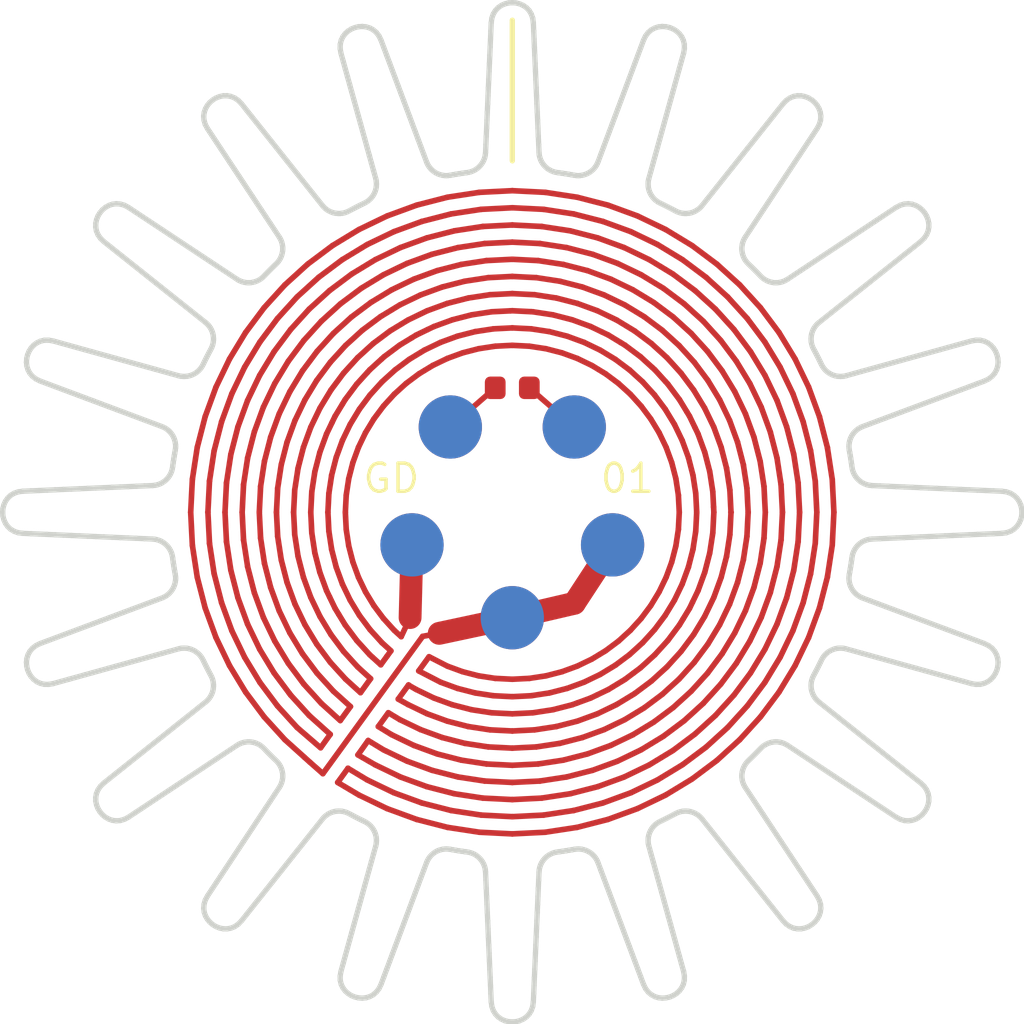
<source format=kicad_pcb>
(kicad_pcb (version 20171130) (host pcbnew 5.0.2-bee76a0~70~ubuntu18.04.1)
  (layers (0 F.Cu signal) (31 B.Cu signal) (35 F.Paste user) (36 B.SilkS user) (37 F.SilkS user) (38 B.Mask user) (39 F.Mask user) (44 Edge.Cuts user))
  (net 0 "")
  (net 1 "Net-(NTC1-Pad1)")
  (net 2 "Net-(NTC1-Pad2)")
  (net 3 "Net-(CB1-Pad1)")
  (module GaudiLabsFootPrints:SolderPad1_8mm (layer B.Cu) (at 101.7633 97.5729)
    (fp_text reference SB2 hide)
    (fp_text value PAD hide)
    (pad 1 smd circle (at 0 0) (size 1.8 1.8) (layers B.Cu B.Paste B.Mask) (net 1 "Net-(NTC1-Pad1)"))
  )
  (module GaudiLabsFootPrints:SolderPad1_8mm (layer F.Cu) (at 101.7633 97.5729)
    (fp_text reference ST2 hide)
    (fp_text value PAD)
    (pad 1 smd circle (at 0 0) (size 1.8 1.8) (layers F.Cu F.Paste F.Mask) (net 1 "Net-(NTC1-Pad1)"))
  )
  (module GaudiLabsFootPrints:SolderPad1_8mm (layer F.Cu) (at 98.2366 97.5729)
    (fp_text reference ST1 hide)
    (fp_text value PAD)
    (pad 1 smd circle (at 0 0) (size 1.8 1.8) (layers F.Cu F.Paste F.Mask) (net 2 "Net-(NTC1-Pad2)"))
  )
  (module GaudiLabsFootPrints:SolderPad1_8mm (layer F.Cu) (at 97.1468 100.927)
    (fp_text reference HT1 hide)
    (fp_text value PAD)
    (pad 1 smd circle (at 0 0) (size 1.8 1.8) (layers F.Cu F.Paste F.Mask) (net 3 "Net-(CB1-Pad1)"))
  )
  (module GaudiLabsFootPrints:SolderPad1_8mm (layer F.Cu) (at 100 103)
    (fp_text reference HT2 hide)
    (fp_text value PAD)
    (pad 1 smd circle (at 0 0) (size 1.8 1.8) (layers F.Cu F.Paste F.Mask) (net 3 "Net-(CB1-Pad1)"))
  )
  (module GaudiLabsFootPrints:SolderPad1_8mm (layer F.Cu) (at 102.853 100.927)
    (fp_text reference CT1 hide)
    (fp_text value PAD)
    (pad 1 smd circle (at 0 0) (size 1.8 1.8) (layers F.Cu F.Paste F.Mask) (net 3 "Net-(CB1-Pad1)"))
  )
  (module Capacitor_SMD:C_0402_1005Metric (layer F.Cu) (at 99.999 96.459 180)
    (fp_text reference NTC1 hide)
    (fp_text value Thermistor_NTC)
    (pad 2 smd roundrect (at 0.485 0 180) (size 0.59 0.64) (layers F.Cu F.Paste F.Mask) (net 2 "Net-(NTC1-Pad2)"))
    (pad 1 smd roundrect (at -0.485 0 180) (size 0.59 0.64) (layers F.Cu F.Paste F.Mask) (net 1 "Net-(NTC1-Pad1)"))
  )
  (module GaudiLabsFootPrints:Drill2_3 (layer F.Cu) (at 100 100)
    (fp_text reference REF** hide)
    (fp_text value Drill3.1)
    (pad "" np_thru_hole circle (at 0 0) (size 3.1 3.1) (drill 3.1) (layers *.Cu *.Mask))
  )
  (module GaudiLabsFootPrints:SolderPad1_8mm (layer B.Cu) (at 102.853 100.927)
    (fp_text reference CB1 hide)
    (fp_text value PAD hide)
    (pad 1 smd circle (at 0 0) (size 1.8 1.8) (layers B.Cu B.Paste B.Mask) (net 3 "Net-(CB1-Pad1)"))
  )
  (module GaudiLabsFootPrints:SolderPad1_8mm (layer B.Cu) (at 97.1468 100.927)
    (fp_text reference HB1 hide)
    (fp_text value PAD hide)
    (pad 1 smd circle (at 0 0) (size 1.8 1.8) (layers B.Cu B.Paste B.Mask) (net 3 "Net-(CB1-Pad1)"))
  )
  (module GaudiLabsFootPrints:SolderPad1_8mm (layer B.Cu) (at 100 103)
    (fp_text reference HB2 hide)
    (fp_text value PAD hide)
    (pad 1 smd circle (at 0 0) (size 1.8 1.8) (layers B.Cu B.Paste B.Mask) (net 3 "Net-(CB1-Pad1)"))
  )
  (module GaudiLabsFootPrints:SolderPad1_8mm (layer B.Cu) (at 98.2366 97.5729)
    (fp_text reference SB1 hide)
    (fp_text value PAD hide)
    (pad 1 smd circle (at 0 0) (size 1.8 1.8) (layers B.Cu B.Paste B.Mask) (net 2 "Net-(NTC1-Pad2)"))
  )
  (gr_line (start 100 90) (end 100 86) (layer F.SilkS) (width 0.15))
  (gr_text 01 (at 103.276 99.036) (layer F.SilkS) (effects (font (size 0.8 0.8) (thickness 0.1))))
  (gr_text GD (at 96.559 99.036) (layer F.SilkS) (effects (font (size 0.8 0.8) (thickness 0.1))))
  (gr_line (start 110.179726 99.234595) (end 110.233596 99.239395) (layer Edge.Cuts) (width 0.15))
  (gr_line (start 110.127266 99.225195) (end 110.179726 99.234595) (layer Edge.Cuts) (width 0.15))
  (gr_line (start 110.076446 99.211345) (end 110.127266 99.225195) (layer Edge.Cuts) (width 0.15))
  (gr_line (start 110.027486 99.193245) (end 110.076446 99.211345) (layer Edge.Cuts) (width 0.15))
  (gr_line (start 109.980606 99.171115) (end 110.027486 99.193245) (layer Edge.Cuts) (width 0.15))
  (gr_line (start 109.936016 99.145145) (end 109.980606 99.171115) (layer Edge.Cuts) (width 0.15))
  (gr_line (start 109.893946 99.115535) (end 109.936016 99.145145) (layer Edge.Cuts) (width 0.15))
  (gr_line (start 107.794332 88.283276) (end 107.700232 88.381156) (layer Edge.Cuts) (width 0.15))
  (gr_line (start 107.896118 88.213146) (end 107.794332 88.283276) (layer Edge.Cuts) (width 0.15))
  (gr_line (start 108.002991 88.168876) (end 107.896118 88.213146) (layer Edge.Cuts) (width 0.15))
  (gr_line (start 108.112346 88.148576) (end 108.002991 88.168876) (layer Edge.Cuts) (width 0.15))
  (gr_line (start 104.896282 91.498966) (end 104.947882 91.499646) (layer Edge.Cuts) (width 0.15))
  (gr_line (start 104.844692 91.493866) (end 104.896282 91.498966) (layer Edge.Cuts) (width 0.15))
  (gr_line (start 104.793402 91.484166) (end 104.844692 91.493866) (layer Edge.Cuts) (width 0.15))
  (gr_line (start 114.176735 100.539688) (end 114.275355 100.479238) (layer Edge.Cuts) (width 0.15))
  (gr_line (start 114.06018 100.580818) (end 114.176735 100.539688) (layer Edge.Cuts) (width 0.15))
  (gr_line (start 113.925696 100.599428) (end 114.06018 100.580818) (layer Edge.Cuts) (width 0.15))
  (gr_line (start 113.69494 99.390561) (end 113.925696 99.400641) (layer Edge.Cuts) (width 0.15))
  (gr_line (start 113.464185 99.380481) (end 113.69494 99.390561) (layer Edge.Cuts) (width 0.15))
  (gr_line (start 108.782676 104.233077) (end 108.796016 104.205287) (layer Edge.Cuts) (width 0.15))
  (gr_line (start 108.769246 104.260827) (end 108.782676 104.233077) (layer Edge.Cuts) (width 0.15))
  (gr_line (start 108.755736 104.288537) (end 108.769246 104.260827) (layer Edge.Cuts) (width 0.15))
  (gr_line (start 108.742126 104.316197) (end 108.755736 104.288537) (layer Edge.Cuts) (width 0.15))
  (gr_line (start 108.728436 104.343807) (end 108.742126 104.316197) (layer Edge.Cuts) (width 0.15))
  (gr_line (start 108.714656 104.371387) (end 108.728436 104.343807) (layer Edge.Cuts) (width 0.15))
  (gr_line (start 108.700796 104.398927) (end 108.714656 104.371387) (layer Edge.Cuts) (width 0.15))
  (gr_line (start 108.686846 104.426407) (end 108.700796 104.398927) (layer Edge.Cuts) (width 0.15))
  (gr_line (start 108.672806 104.453857) (end 108.686846 104.426407) (layer Edge.Cuts) (width 0.15))
  (gr_line (start 108.658686 104.481247) (end 108.672806 104.453857) (layer Edge.Cuts) (width 0.15))
  (gr_line (start 91.272982 94.599922) (end 91.092129 94.456135) (layer Edge.Cuts) (width 0.15))
  (gr_line (start 91.313762 94.635442) (end 91.272982 94.599922) (layer Edge.Cuts) (width 0.15))
  (gr_line (start 91.350662 94.673892) (end 91.313762 94.635442) (layer Edge.Cuts) (width 0.15))
  (gr_line (start 91.383632 94.714972) (end 91.350662 94.673892) (layer Edge.Cuts) (width 0.15))
  (gr_line (start 91.412612 94.758392) (end 91.383632 94.714972) (layer Edge.Cuts) (width 0.15))
  (gr_line (start 91.437532 94.803852) (end 91.412612 94.758392) (layer Edge.Cuts) (width 0.15))
  (gr_line (start 91.458342 94.851072) (end 91.437532 94.803852) (layer Edge.Cuts) (width 0.15))
  (gr_line (start 91.474972 94.899752) (end 91.458342 94.851072) (layer Edge.Cuts) (width 0.15))
  (gr_line (start 91.487382 94.949602) (end 91.474972 94.899752) (layer Edge.Cuts) (width 0.15))
  (gr_line (start 91.495482 95.000332) (end 91.487382 94.949602) (layer Edge.Cuts) (width 0.15))
  (gr_line (start 91.499182 95.051632) (end 91.495482 95.000332) (layer Edge.Cuts) (width 0.15))
  (gr_line (start 91.498502 95.103232) (end 91.499182 95.051632) (layer Edge.Cuts) (width 0.15))
  (gr_line (start 91.493402 95.154822) (end 91.498502 95.103232) (layer Edge.Cuts) (width 0.15))
  (gr_line (start 91.483702 95.206122) (end 91.493402 95.154822) (layer Edge.Cuts) (width 0.15))
  (gr_line (start 91.469452 95.256832) (end 91.483702 95.206122) (layer Edge.Cuts) (width 0.15))
  (gr_line (start 91.450542 95.306652) (end 91.469452 95.256832) (layer Edge.Cuts) (width 0.15))
  (gr_line (start 91.426932 95.355312) (end 91.450542 95.306652) (layer Edge.Cuts) (width 0.15))
  (gr_line (start 90.910292 103.918006) (end 90.862672 103.898736) (layer Edge.Cuts) (width 0.15))
  (gr_line (start 90.956092 103.941256) (end 90.910292 103.918006) (layer Edge.Cuts) (width 0.15))
  (gr_line (start 90.999812 103.968376) (end 90.956092 103.941256) (layer Edge.Cuts) (width 0.15))
  (gr_line (start 91.041172 103.999236) (end 90.999812 103.968376) (layer Edge.Cuts) (width 0.15))
  (gr_line (start 91.079892 104.033706) (end 91.041172 103.999236) (layer Edge.Cuts) (width 0.15))
  (gr_line (start 91.115712 104.071676) (end 91.079892 104.033706) (layer Edge.Cuts) (width 0.15))
  (gr_line (start 91.148362 104.113016) (end 91.115712 104.071676) (layer Edge.Cuts) (width 0.15))
  (gr_line (start 91.177562 104.157596) (end 91.148362 104.113016) (layer Edge.Cuts) (width 0.15))
  (gr_line (start 91.203042 104.205296) (end 91.177562 104.157596) (layer Edge.Cuts) (width 0.15))
  (gr_line (start 91.412292 104.617576) (end 91.426932 104.644696) (layer Edge.Cuts) (width 0.15))
  (gr_line (start 91.397732 104.590396) (end 91.412292 104.617576) (layer Edge.Cuts) (width 0.15))
  (gr_line (start 91.383272 104.563186) (end 91.397732 104.590396) (layer Edge.Cuts) (width 0.15))
  (gr_line (start 91.368882 104.535916) (end 91.383272 104.563186) (layer Edge.Cuts) (width 0.15))
  (gr_line (start 104.896302 108.501008) (end 104.844712 108.506108) (layer Edge.Cuts) (width 0.15))
  (gr_line (start 104.947892 108.500349) (end 104.896302 108.501008) (layer Edge.Cuts) (width 0.15))
  (gr_line (start 104.999202 108.504149) (end 104.947892 108.500349) (layer Edge.Cuts) (width 0.15))
  (gr_line (start 105.049922 108.512249) (end 104.999202 108.504149) (layer Edge.Cuts) (width 0.15))
  (gr_line (start 105.099772 108.524649) (end 105.049922 108.512249) (layer Edge.Cuts) (width 0.15))
  (gr_line (start 105.148452 108.541279) (end 105.099772 108.524649) (layer Edge.Cuts) (width 0.15))
  (gr_line (start 105.195672 108.562089) (end 105.148452 108.541279) (layer Edge.Cuts) (width 0.15))
  (gr_line (start 105.241132 108.587009) (end 105.195672 108.562089) (layer Edge.Cuts) (width 0.15))
  (gr_line (start 105.284552 108.615979) (end 105.241132 108.587009) (layer Edge.Cuts) (width 0.15))
  (gr_line (start 105.325632 108.648949) (end 105.284552 108.615979) (layer Edge.Cuts) (width 0.15))
  (gr_line (start 105.364082 108.685849) (end 105.325632 108.648949) (layer Edge.Cuts) (width 0.15))
  (gr_line (start 105.399602 108.726629) (end 105.364082 108.685849) (layer Edge.Cuts) (width 0.15))
  (gr_line (start 105.543388 108.907393) (end 105.399602 108.726629) (layer Edge.Cuts) (width 0.15))
  (gr_line (start 105.687174 109.088156) (end 105.543388 108.907393) (layer Edge.Cuts) (width 0.15))
  (gr_line (start 93.241238 108.025063) (end 93.368722 107.832456) (layer Edge.Cuts) (width 0.15))
  (gr_line (start 93.113753 108.217671) (end 93.241238 108.025063) (layer Edge.Cuts) (width 0.15))
  (gr_line (start 92.986269 108.410278) (end 93.113753 108.217671) (layer Edge.Cuts) (width 0.15))
  (gr_line (start 92.858784 108.602886) (end 92.986269 108.410278) (layer Edge.Cuts) (width 0.15))
  (gr_line (start 92.7313 108.795493) (end 92.858784 108.602886) (layer Edge.Cuts) (width 0.15))
  (gr_line (start 92.603816 108.988101) (end 92.7313 108.795493) (layer Edge.Cuts) (width 0.15))
  (gr_line (start 92.476331 109.180708) (end 92.603816 108.988101) (layer Edge.Cuts) (width 0.15))
  (gr_line (start 92.348847 109.373316) (end 92.476331 109.180708) (layer Edge.Cuts) (width 0.15))
  (gr_line (start 92.221363 109.565923) (end 92.348847 109.373316) (layer Edge.Cuts) (width 0.15))
  (gr_line (start 92.093878 109.75853) (end 92.221363 109.565923) (layer Edge.Cuts) (width 0.15))
  (gr_line (start 91.966394 109.951138) (end 92.093878 109.75853) (layer Edge.Cuts) (width 0.15))
  (gr_line (start 91.83891 110.143745) (end 91.966394 109.951138) (layer Edge.Cuts) (width 0.15))
  (gr_line (start 91.711425 110.336353) (end 91.83891 110.143745) (layer Edge.Cuts) (width 0.15))
  (gr_line (start 91.583941 110.52896) (end 91.711425 110.336353) (layer Edge.Cuts) (width 0.15))
  (gr_line (start 91.456456 110.721568) (end 91.583941 110.52896) (layer Edge.Cuts) (width 0.15))
  (gr_line (start 91.328972 110.914175) (end 91.456456 110.721568) (layer Edge.Cuts) (width 0.15))
  (gr_line (start 89.814943 102.519983) (end 90.031292 102.439093) (layer Edge.Cuts) (width 0.15))
  (gr_line (start 89.598594 102.600873) (end 89.814943 102.519983) (layer Edge.Cuts) (width 0.15))
  (gr_line (start 89.382246 102.681763) (end 89.598594 102.600873) (layer Edge.Cuts) (width 0.15))
  (gr_line (start 89.165897 102.762653) (end 89.382246 102.681763) (layer Edge.Cuts) (width 0.15))
  (gr_line (start 88.949548 102.843543) (end 89.165897 102.762653) (layer Edge.Cuts) (width 0.15))
  (gr_line (start 88.7332 102.924433) (end 88.949548 102.843543) (layer Edge.Cuts) (width 0.15))
  (gr_line (start 88.516851 103.005323) (end 88.7332 102.924433) (layer Edge.Cuts) (width 0.15))
  (gr_line (start 88.300502 103.086213) (end 88.516851 103.005323) (layer Edge.Cuts) (width 0.15))
  (gr_line (start 88.084153 103.167103) (end 88.300502 103.086213) (layer Edge.Cuts) (width 0.15))
  (gr_line (start 87.867805 103.247993) (end 88.084153 103.167103) (layer Edge.Cuts) (width 0.15))
  (gr_line (start 87.651456 103.328883) (end 87.867805 103.247993) (layer Edge.Cuts) (width 0.15))
  (gr_line (start 87.435107 103.409773) (end 87.651456 103.328883) (layer Edge.Cuts) (width 0.15))
  (gr_line (start 87.218758 103.490663) (end 87.435107 103.409773) (layer Edge.Cuts) (width 0.15))
  (gr_line (start 87.002409 103.571553) (end 87.218758 103.490663) (layer Edge.Cuts) (width 0.15))
  (gr_line (start 86.786061 103.652443) (end 87.002409 103.571553) (layer Edge.Cuts) (width 0.15))
  (gr_line (start 86.569712 103.733333) (end 86.786061 103.652443) (layer Edge.Cuts) (width 0.15))
  (gr_line (start 102.363392 109.827444) (end 102.331052 109.786464) (layer Edge.Cuts) (width 0.15))
  (gr_line (start 102.392272 109.871494) (end 102.363392 109.827444) (layer Edge.Cuts) (width 0.15))
  (gr_line (start 102.417442 109.918474) (end 102.392272 109.871494) (layer Edge.Cuts) (width 0.15))
  (gr_line (start 102.438612 109.968234) (end 102.417442 109.918474) (layer Edge.Cuts) (width 0.15))
  (gr_line (start 102.519502 110.184583) (end 102.438612 109.968234) (layer Edge.Cuts) (width 0.15))
  (gr_line (start 102.600392 110.400931) (end 102.519502 110.184583) (layer Edge.Cuts) (width 0.15))
  (gr_line (start 102.681282 110.61728) (end 102.600392 110.400931) (layer Edge.Cuts) (width 0.15))
  (gr_line (start 102.762172 110.833628) (end 102.681282 110.61728) (layer Edge.Cuts) (width 0.15))
  (gr_line (start 102.843062 111.049977) (end 102.762172 110.833628) (layer Edge.Cuts) (width 0.15))
  (gr_line (start 102.923952 111.266325) (end 102.843062 111.049977) (layer Edge.Cuts) (width 0.15))
  (gr_line (start 103.004842 111.482674) (end 102.923952 111.266325) (layer Edge.Cuts) (width 0.15))
  (gr_line (start 103.085732 111.699022) (end 103.004842 111.482674) (layer Edge.Cuts) (width 0.15))
  (gr_line (start 103.166622 111.915371) (end 103.085732 111.699022) (layer Edge.Cuts) (width 0.15))
  (gr_line (start 103.247512 112.131719) (end 103.166622 111.915371) (layer Edge.Cuts) (width 0.15))
  (gr_line (start 103.328402 112.348068) (end 103.247512 112.131719) (layer Edge.Cuts) (width 0.15))
  (gr_line (start 92.204716 111.716744) (end 92.298816 111.618864) (layer Edge.Cuts) (width 0.15))
  (gr_line (start 92.10293 111.786874) (end 92.204716 111.716744) (layer Edge.Cuts) (width 0.15))
  (gr_line (start 91.996057 111.831144) (end 92.10293 111.786874) (layer Edge.Cuts) (width 0.15))
  (gr_line (start 91.886702 111.851444) (end 91.996057 111.831144) (layer Edge.Cuts) (width 0.15))
  (gr_line (start 91.777472 111.849644) (end 91.886702 111.851444) (layer Edge.Cuts) (width 0.15))
  (gr_line (start 91.670971 111.827684) (end 91.777472 111.849644) (layer Edge.Cuts) (width 0.15))
  (gr_line (start 91.569802 111.787424) (end 91.670971 111.827684) (layer Edge.Cuts) (width 0.15))
  (gr_line (start 91.476572 111.730764) (end 91.569802 111.787424) (layer Edge.Cuts) (width 0.15))
  (gr_line (start 91.393882 111.659604) (end 91.476572 111.730764) (layer Edge.Cuts) (width 0.15))
  (gr_line (start 91.324332 111.575824) (end 91.393882 111.659604) (layer Edge.Cuts) (width 0.15))
  (gr_line (start 91.270532 111.481324) (end 91.324332 111.575824) (layer Edge.Cuts) (width 0.15))
  (gr_line (start 91.235092 111.37799) (end 91.270532 111.481324) (layer Edge.Cuts) (width 0.15))
  (gr_line (start 91.220622 111.267715) (end 91.235092 111.37799) (layer Edge.Cuts) (width 0.15))
  (gr_line (start 108.957876 96.000753) (end 108.999236 96.031613) (layer Edge.Cuts) (width 0.15))
  (gr_line (start 108.919156 95.966283) (end 108.957876 96.000753) (layer Edge.Cuts) (width 0.15))
  (gr_line (start 108.883336 95.928323) (end 108.919156 95.966283) (layer Edge.Cuts) (width 0.15))
  (gr_line (start 108.850686 95.886983) (end 108.883336 95.928323) (layer Edge.Cuts) (width 0.15))
  (gr_line (start 108.821486 95.842403) (end 108.850686 95.886983) (layer Edge.Cuts) (width 0.15))
  (gr_line (start 108.796006 95.794703) (end 108.821486 95.842403) (layer Edge.Cuts) (width 0.15))
  (gr_line (start 93.061782 93.149442) (end 93.040162 93.171412) (layer Edge.Cuts) (width 0.15))
  (gr_line (start 93.083472 93.127542) (end 93.061782 93.149442) (layer Edge.Cuts) (width 0.15))
  (gr_line (start 93.105232 93.105712) (end 93.083472 93.127542) (layer Edge.Cuts) (width 0.15))
  (gr_line (start 93.127062 93.083952) (end 93.105232 93.105712) (layer Edge.Cuts) (width 0.15))
  (gr_line (start 93.148962 93.062262) (end 93.127062 93.083952) (layer Edge.Cuts) (width 0.15))
  (gr_line (start 93.170932 93.040632) (end 93.148962 93.062262) (layer Edge.Cuts) (width 0.15))
  (gr_line (start 93.192962 93.019082) (end 93.170932 93.040632) (layer Edge.Cuts) (width 0.15))
  (gr_line (start 93.215062 92.997592) (end 93.192962 93.019082) (layer Edge.Cuts) (width 0.15))
  (gr_line (start 93.237232 92.976182) (end 93.215062 92.997592) (layer Edge.Cuts) (width 0.15))
  (gr_line (start 93.259472 92.954842) (end 93.237232 92.976182) (layer Edge.Cuts) (width 0.15))
  (gr_line (start 93.281782 92.933562) (end 93.259472 92.954842) (layer Edge.Cuts) (width 0.15))
  (gr_line (start 92.894122 93.319747) (end 92.933102 93.282257) (layer Edge.Cuts) (width 0.15))
  (gr_line (start 92.852582 93.353127) (end 92.894122 93.319747) (layer Edge.Cuts) (width 0.15))
  (gr_line (start 92.808762 93.382357) (end 92.852582 93.353127) (layer Edge.Cuts) (width 0.15))
  (gr_line (start 92.762952 93.407397) (end 92.808762 93.382357) (layer Edge.Cuts) (width 0.15))
  (gr_line (start 92.715462 93.428217) (end 92.762952 93.407397) (layer Edge.Cuts) (width 0.15))
  (gr_line (start 92.666602 93.444787) (end 92.715462 93.428217) (layer Edge.Cuts) (width 0.15))
  (gr_line (start 92.616652 93.457097) (end 92.666602 93.444787) (layer Edge.Cuts) (width 0.15))
  (gr_line (start 92.565902 93.464997) (end 92.616652 93.457097) (layer Edge.Cuts) (width 0.15))
  (gr_line (start 92.514662 93.468597) (end 92.565902 93.464997) (layer Edge.Cuts) (width 0.15))
  (gr_line (start 92.463222 93.467826) (end 92.514662 93.468597) (layer Edge.Cuts) (width 0.15))
  (gr_line (start 106.739576 107.045157) (end 106.761816 107.023817) (layer Edge.Cuts) (width 0.15))
  (gr_line (start 106.717266 107.066437) (end 106.739576 107.045157) (layer Edge.Cuts) (width 0.15))
  (gr_line (start 107.104946 106.680252) (end 107.065966 106.717742) (layer Edge.Cuts) (width 0.15))
  (gr_line (start 107.146486 106.646872) (end 107.104946 106.680252) (layer Edge.Cuts) (width 0.15))
  (gr_line (start 107.190306 106.617642) (end 107.146486 106.646872) (layer Edge.Cuts) (width 0.15))
  (gr_line (start 107.236106 106.592602) (end 107.190306 106.617642) (layer Edge.Cuts) (width 0.15))
  (gr_line (start 107.283596 106.571782) (end 107.236106 106.592602) (layer Edge.Cuts) (width 0.15))
  (gr_line (start 107.332456 106.555212) (end 107.283596 106.571782) (layer Edge.Cuts) (width 0.15))
  (gr_line (start 107.382406 106.542902) (end 107.332456 106.555212) (layer Edge.Cuts) (width 0.15))
  (gr_line (start 88.561445 92.443137) (end 88.380682 92.299351) (layer Edge.Cuts) (width 0.15))
  (gr_line (start 88.742208 92.586922) (end 88.561445 92.443137) (layer Edge.Cuts) (width 0.15))
  (gr_line (start 88.922971 92.730708) (end 88.742208 92.586922) (layer Edge.Cuts) (width 0.15))
  (gr_line (start 89.103735 92.874494) (end 88.922971 92.730708) (layer Edge.Cuts) (width 0.15))
  (gr_line (start 89.284498 93.018279) (end 89.103735 92.874494) (layer Edge.Cuts) (width 0.15))
  (gr_line (start 89.465261 93.162065) (end 89.284498 93.018279) (layer Edge.Cuts) (width 0.15))
  (gr_line (start 89.646024 93.30585) (end 89.465261 93.162065) (layer Edge.Cuts) (width 0.15))
  (gr_line (start 89.826787 93.449636) (end 89.646024 93.30585) (layer Edge.Cuts) (width 0.15))
  (gr_line (start 90.00755 93.593422) (end 89.826787 93.449636) (layer Edge.Cuts) (width 0.15))
  (gr_line (start 90.188313 93.737207) (end 90.00755 93.593422) (layer Edge.Cuts) (width 0.15))
  (gr_line (start 90.369076 93.880993) (end 90.188313 93.737207) (layer Edge.Cuts) (width 0.15))
  (gr_line (start 90.54984 94.024779) (end 90.369076 93.880993) (layer Edge.Cuts) (width 0.15))
  (gr_line (start 90.730603 94.168564) (end 90.54984 94.024779) (layer Edge.Cuts) (width 0.15))
  (gr_line (start 90.911366 94.31235) (end 90.730603 94.168564) (layer Edge.Cuts) (width 0.15))
  (gr_line (start 91.092129 94.456135) (end 90.911366 94.31235) (layer Edge.Cuts) (width 0.15))
  (gr_line (start 111.437612 107.556863) (end 111.618376 107.700649) (layer Edge.Cuts) (width 0.15))
  (gr_line (start 111.256848 107.413078) (end 111.437612 107.556863) (layer Edge.Cuts) (width 0.15))
  (gr_line (start 111.076085 107.269292) (end 111.256848 107.413078) (layer Edge.Cuts) (width 0.15))
  (gr_line (start 110.895321 107.125506) (end 111.076085 107.269292) (layer Edge.Cuts) (width 0.15))
  (gr_line (start 110.714557 106.981721) (end 110.895321 107.125506) (layer Edge.Cuts) (width 0.15))
  (gr_line (start 110.533794 106.837935) (end 110.714557 106.981721) (layer Edge.Cuts) (width 0.15))
  (gr_line (start 110.35303 106.694149) (end 110.533794 106.837935) (layer Edge.Cuts) (width 0.15))
  (gr_line (start 110.172266 106.550364) (end 110.35303 106.694149) (layer Edge.Cuts) (width 0.15))
  (gr_line (start 109.991502 106.406578) (end 110.172266 106.550364) (layer Edge.Cuts) (width 0.15))
  (gr_line (start 109.810739 106.262792) (end 109.991502 106.406578) (layer Edge.Cuts) (width 0.15))
  (gr_line (start 90.418632 101.821852) (end 90.411232 101.768282) (layer Edge.Cuts) (width 0.15))
  (gr_line (start 90.421232 101.875082) (end 90.418632 101.821852) (layer Edge.Cuts) (width 0.15))
  (gr_line (start 90.419132 101.927712) (end 90.421232 101.875082) (layer Edge.Cuts) (width 0.15))
  (gr_line (start 90.412432 101.979482) (end 90.419132 101.927712) (layer Edge.Cuts) (width 0.15))
  (gr_line (start 90.401372 102.030132) (end 90.412432 101.979482) (layer Edge.Cuts) (width 0.15))
  (gr_line (start 90.386052 102.079412) (end 90.401372 102.030132) (layer Edge.Cuts) (width 0.15))
  (gr_line (start 90.366632 102.127042) (end 90.386052 102.079412) (layer Edge.Cuts) (width 0.15))
  (gr_line (start 90.343252 102.172782) (end 90.366632 102.127042) (layer Edge.Cuts) (width 0.15))
  (gr_line (start 90.316052 102.216352) (end 90.343252 102.172782) (layer Edge.Cuts) (width 0.15))
  (gr_line (start 90.285192 102.257512) (end 90.316052 102.216352) (layer Edge.Cuts) (width 0.15))
  (gr_line (start 90.250812 102.295992) (end 90.285192 102.257512) (layer Edge.Cuts) (width 0.15))
  (gr_line (start 90.213062 102.331532) (end 90.250812 102.295992) (layer Edge.Cuts) (width 0.15))
  (gr_line (start 90.172082 102.363872) (end 90.213062 102.331532) (layer Edge.Cuts) (width 0.15))
  (gr_line (start 90.128032 102.392752) (end 90.172082 102.363872) (layer Edge.Cuts) (width 0.15))
  (gr_line (start 90.081052 102.417922) (end 90.128032 102.392752) (layer Edge.Cuts) (width 0.15))
  (gr_line (start 90.031292 102.439093) (end 90.081052 102.417922) (layer Edge.Cuts) (width 0.15))
  (gr_line (start 107.700176 111.618845) (end 107.55639 111.438082) (layer Edge.Cuts) (width 0.15))
  (gr_line (start 108.734044 111.03391) (end 108.670044 110.914166) (layer Edge.Cuts) (width 0.15))
  (gr_line (start 108.769294 111.152385) (end 108.734044 111.03391) (layer Edge.Cuts) (width 0.15))
  (gr_line (start 108.778394 111.267708) (end 108.769294 111.152385) (layer Edge.Cuts) (width 0.15))
  (gr_line (start 108.763904 111.377981) (end 108.778394 111.267708) (layer Edge.Cuts) (width 0.15))
  (gr_line (start 108.728464 111.481315) (end 108.763904 111.377981) (layer Edge.Cuts) (width 0.15))
  (gr_line (start 108.674664 111.575815) (end 108.728464 111.481315) (layer Edge.Cuts) (width 0.15))
  (gr_line (start 108.605114 111.659595) (end 108.674664 111.575815) (layer Edge.Cuts) (width 0.15))
  (gr_line (start 108.522424 111.730755) (end 108.605114 111.659595) (layer Edge.Cuts) (width 0.15))
  (gr_line (start 90.338312 98.688226) (end 90.334212 98.718776) (layer Edge.Cuts) (width 0.15))
  (gr_line (start 90.342512 98.657686) (end 90.338312 98.688226) (layer Edge.Cuts) (width 0.15))
  (gr_line (start 90.346812 98.627166) (end 90.342512 98.657686) (layer Edge.Cuts) (width 0.15))
  (gr_line (start 90.351212 98.596656) (end 90.346812 98.627166) (layer Edge.Cuts) (width 0.15))
  (gr_line (start 90.355712 98.566166) (end 90.351212 98.596656) (layer Edge.Cuts) (width 0.15))
  (gr_line (start 90.360312 98.535676) (end 90.355712 98.566166) (layer Edge.Cuts) (width 0.15))
  (gr_line (start 90.364912 98.505206) (end 90.360312 98.535676) (layer Edge.Cuts) (width 0.15))
  (gr_line (start 90.369712 98.474756) (end 90.364912 98.505206) (layer Edge.Cuts) (width 0.15))
  (gr_line (start 90.374612 98.444316) (end 90.369712 98.474756) (layer Edge.Cuts) (width 0.15))
  (gr_line (start 90.379512 98.413896) (end 90.374612 98.444316) (layer Edge.Cuts) (width 0.15))
  (gr_line (start 90.384512 98.383496) (end 90.379512 98.413896) (layer Edge.Cuts) (width 0.15))
  (gr_line (start 90.389712 98.353106) (end 90.384512 98.383496) (layer Edge.Cuts) (width 0.15))
  (gr_line (start 90.395012 98.322736) (end 90.389712 98.353106) (layer Edge.Cuts) (width 0.15))
  (gr_line (start 90.400312 98.292376) (end 90.395012 98.322736) (layer Edge.Cuts) (width 0.15))
  (gr_line (start 90.405712 98.262036) (end 90.400312 98.292376) (layer Edge.Cuts) (width 0.15))
  (gr_line (start 90.411212 98.231716) (end 90.405712 98.262036) (layer Edge.Cuts) (width 0.15))
  (gr_line (start 103.409292 112.564416) (end 103.328402 112.348068) (layer Edge.Cuts) (width 0.15))
  (gr_line (start 103.490182 112.780765) (end 103.409292 112.564416) (layer Edge.Cuts) (width 0.15))
  (gr_line (start 103.571072 112.997113) (end 103.490182 112.780765) (layer Edge.Cuts) (width 0.15))
  (gr_line (start 103.651962 113.213462) (end 103.571072 112.997113) (layer Edge.Cuts) (width 0.15))
  (gr_line (start 103.732852 113.42981) (end 103.651962 113.213462) (layer Edge.Cuts) (width 0.15))
  (gr_line (start 104.896928 113.193047) (end 104.873028 113.059375) (layer Edge.Cuts) (width 0.15))
  (gr_line (start 104.893828 113.316626) (end 104.896928 113.193047) (layer Edge.Cuts) (width 0.15))
  (gr_line (start 104.866828 113.429118) (end 104.893828 113.316626) (layer Edge.Cuts) (width 0.15))
  (gr_line (start 104.818978 113.529527) (end 104.866828 113.429118) (layer Edge.Cuts) (width 0.15))
  (gr_line (start 104.753338 113.616857) (end 104.818978 113.529527) (layer Edge.Cuts) (width 0.15))
  (gr_line (start 92.204772 88.283275) (end 92.102983 88.213145) (layer Edge.Cuts) (width 0.15))
  (gr_line (start 92.298872 88.381155) (end 92.204772 88.283275) (layer Edge.Cuts) (width 0.15))
  (gr_line (start 91.392721 89.18214) (end 91.328981 89.08584) (layer Edge.Cuts) (width 0.15))
  (gr_line (start 91.456461 89.27844) (end 91.392721 89.18214) (layer Edge.Cuts) (width 0.15))
  (gr_line (start 91.520201 89.37474) (end 91.456461 89.27844) (layer Edge.Cuts) (width 0.15))
  (gr_line (start 91.583941 89.47104) (end 91.520201 89.37474) (layer Edge.Cuts) (width 0.15))
  (gr_line (start 91.711425 89.663647) (end 91.583941 89.47104) (layer Edge.Cuts) (width 0.15))
  (gr_line (start 91.83891 89.856255) (end 91.711425 89.663647) (layer Edge.Cuts) (width 0.15))
  (gr_line (start 91.966394 90.048862) (end 91.83891 89.856255) (layer Edge.Cuts) (width 0.15))
  (gr_line (start 92.093878 90.241469) (end 91.966394 90.048862) (layer Edge.Cuts) (width 0.15))
  (gr_line (start 92.221363 90.434077) (end 92.093878 90.241469) (layer Edge.Cuts) (width 0.15))
  (gr_line (start 92.348847 90.626684) (end 92.221363 90.434077) (layer Edge.Cuts) (width 0.15))
  (gr_line (start 92.476331 90.819291) (end 92.348847 90.626684) (layer Edge.Cuts) (width 0.15))
  (gr_line (start 92.603816 91.011899) (end 92.476331 90.819291) (layer Edge.Cuts) (width 0.15))
  (gr_line (start 92.7313 91.204506) (end 92.603816 91.011899) (layer Edge.Cuts) (width 0.15))
  (gr_line (start 92.858785 91.397114) (end 92.7313 91.204506) (layer Edge.Cuts) (width 0.15))
  (gr_line (start 92.986269 91.589721) (end 92.858785 91.397114) (layer Edge.Cuts) (width 0.15))
  (gr_line (start 93.113753 91.782328) (end 92.986269 91.589721) (layer Edge.Cuts) (width 0.15))
  (gr_line (start 93.241238 91.974936) (end 93.113753 91.782328) (layer Edge.Cuts) (width 0.15))
  (gr_line (start 93.368644 92.167562) (end 93.241238 91.974936) (layer Edge.Cuts) (width 0.15))
  (gr_line (start 93.396454 92.213942) (end 93.368644 92.167562) (layer Edge.Cuts) (width 0.15))
  (gr_line (start 93.419674 92.261912) (end 93.396454 92.213942) (layer Edge.Cuts) (width 0.15))
  (gr_line (start 103.571082 87.002887) (end 103.651972 86.786539) (layer Edge.Cuts) (width 0.15))
  (gr_line (start 103.490192 87.219236) (end 103.571082 87.002887) (layer Edge.Cuts) (width 0.15))
  (gr_line (start 103.409302 87.435584) (end 103.490192 87.219236) (layer Edge.Cuts) (width 0.15))
  (gr_line (start 91.229722 111.152394) (end 91.220622 111.267715) (layer Edge.Cuts) (width 0.15))
  (gr_line (start 91.264962 111.033917) (end 91.229722 111.152394) (layer Edge.Cuts) (width 0.15))
  (gr_line (start 91.328972 110.914175) (end 91.264962 111.033917) (layer Edge.Cuts) (width 0.15))
  (gr_line (start 92.442658 111.438082) (end 92.298872 111.618845) (layer Edge.Cuts) (width 0.15))
  (gr_line (start 92.586443 111.257318) (end 92.442658 111.438082) (layer Edge.Cuts) (width 0.15))
  (gr_line (start 92.730229 111.076555) (end 92.586443 111.257318) (layer Edge.Cuts) (width 0.15))
  (gr_line (start 92.874014 110.895791) (end 92.730229 111.076555) (layer Edge.Cuts) (width 0.15))
  (gr_line (start 93.0178 110.715028) (end 92.874014 110.895791) (layer Edge.Cuts) (width 0.15))
  (gr_line (start 93.161586 110.534264) (end 93.0178 110.715028) (layer Edge.Cuts) (width 0.15))
  (gr_line (start 93.305371 110.353501) (end 93.161586 110.534264) (layer Edge.Cuts) (width 0.15))
  (gr_line (start 93.449157 110.172737) (end 93.305371 110.353501) (layer Edge.Cuts) (width 0.15))
  (gr_line (start 93.592943 109.991974) (end 93.449157 110.172737) (layer Edge.Cuts) (width 0.15))
  (gr_line (start 93.736728 109.81121) (end 93.592943 109.991974) (layer Edge.Cuts) (width 0.15))
  (gr_line (start 96.043852 86.274703) (end 95.946122 86.221603) (layer Edge.Cuts) (width 0.15))
  (gr_line (start 96.131822 86.349843) (end 96.043852 86.274703) (layer Edge.Cuts) (width 0.15))
  (gr_line (start 96.206952 86.448003) (end 96.131822 86.349843) (layer Edge.Cuts) (width 0.15))
  (gr_line (start 96.266192 86.57019) (end 96.206952 86.448003) (layer Edge.Cuts) (width 0.15))
  (gr_line (start 95.187672 87.163232) (end 95.125942 86.940657) (layer Edge.Cuts) (width 0.15))
  (gr_line (start 95.249402 87.385807) (end 95.187672 87.163232) (layer Edge.Cuts) (width 0.15))
  (gr_line (start 95.311132 87.608382) (end 95.249402 87.385807) (layer Edge.Cuts) (width 0.15))
  (gr_line (start 95.372862 87.830958) (end 95.311132 87.608382) (layer Edge.Cuts) (width 0.15))
  (gr_line (start 95.434592 88.053533) (end 95.372862 87.830958) (layer Edge.Cuts) (width 0.15))
  (gr_line (start 95.496322 88.276108) (end 95.434592 88.053533) (layer Edge.Cuts) (width 0.15))
  (gr_line (start 95.558052 88.498683) (end 95.496322 88.276108) (layer Edge.Cuts) (width 0.15))
  (gr_line (start 95.619782 88.721258) (end 95.558052 88.498683) (layer Edge.Cuts) (width 0.15))
  (gr_line (start 95.681512 88.943833) (end 95.619782 88.721258) (layer Edge.Cuts) (width 0.15))
  (gr_line (start 95.743242 89.166408) (end 95.681512 88.943833) (layer Edge.Cuts) (width 0.15))
  (gr_line (start 95.804972 89.388983) (end 95.743242 89.166408) (layer Edge.Cuts) (width 0.15))
  (gr_line (start 95.866702 89.611559) (end 95.804972 89.388983) (layer Edge.Cuts) (width 0.15))
  (gr_line (start 95.928432 89.834134) (end 95.866702 89.611559) (layer Edge.Cuts) (width 0.15))
  (gr_line (start 95.990162 90.056709) (end 95.928432 89.834134) (layer Edge.Cuts) (width 0.15))
  (gr_line (start 96.051892 90.279284) (end 95.990162 90.056709) (layer Edge.Cuts) (width 0.15))
  (gr_line (start 96.113622 90.501859) (end 96.051892 90.279284) (layer Edge.Cuts) (width 0.15))
  (gr_line (start 96.125882 90.554563) (end 96.113752 90.501853) (layer Edge.Cuts) (width 0.15))
  (gr_line (start 96.133082 90.607363) (end 96.125882 90.554563) (layer Edge.Cuts) (width 0.15))
  (gr_line (start 96.135582 90.659973) (end 96.133082 90.607363) (layer Edge.Cuts) (width 0.15))
  (gr_line (start 96.133482 90.712133) (end 96.135582 90.659973) (layer Edge.Cuts) (width 0.15))
  (gr_line (start 96.126882 90.763563) (end 96.133482 90.712133) (layer Edge.Cuts) (width 0.15))
  (gr_line (start 96.115962 90.813993) (end 96.126882 90.763563) (layer Edge.Cuts) (width 0.15))
  (gr_line (start 96.100812 90.863153) (end 96.115962 90.813993) (layer Edge.Cuts) (width 0.15))
  (gr_line (start 90.405672 101.737954) (end 90.411172 101.768274) (layer Edge.Cuts) (width 0.15))
  (gr_line (start 90.400172 101.707614) (end 90.405672 101.737954) (layer Edge.Cuts) (width 0.15))
  (gr_line (start 90.394872 101.677254) (end 90.400172 101.707614) (layer Edge.Cuts) (width 0.15))
  (gr_line (start 90.389572 101.646884) (end 90.394872 101.677254) (layer Edge.Cuts) (width 0.15))
  (gr_line (start 90.384372 101.616494) (end 90.389572 101.646884) (layer Edge.Cuts) (width 0.15))
  (gr_line (start 90.379372 101.586094) (end 90.384372 101.616494) (layer Edge.Cuts) (width 0.15))
  (gr_line (start 90.374472 101.555674) (end 90.379372 101.586094) (layer Edge.Cuts) (width 0.15))
  (gr_line (start 90.369572 101.525234) (end 90.374472 101.555674) (layer Edge.Cuts) (width 0.15))
  (gr_line (start 90.364872 101.494784) (end 90.369572 101.525234) (layer Edge.Cuts) (width 0.15))
  (gr_line (start 90.360172 101.464314) (end 90.364872 101.494784) (layer Edge.Cuts) (width 0.15))
  (gr_line (start 90.355572 101.433834) (end 90.360172 101.464314) (layer Edge.Cuts) (width 0.15))
  (gr_line (start 90.351072 101.403334) (end 90.355572 101.433834) (layer Edge.Cuts) (width 0.15))
  (gr_line (start 90.346672 101.372824) (end 90.351072 101.403334) (layer Edge.Cuts) (width 0.15))
  (gr_line (start 90.342372 101.342304) (end 90.346672 101.372824) (layer Edge.Cuts) (width 0.15))
  (gr_line (start 90.338172 101.311764) (end 90.342372 101.342304) (layer Edge.Cuts) (width 0.15))
  (gr_line (start 90.334072 101.281214) (end 90.338172 101.311764) (layer Edge.Cuts) (width 0.15))
  (gr_line (start 104.672968 113.690117) (end 104.753338 113.616857) (layer Edge.Cuts) (width 0.15))
  (gr_line (start 104.580928 113.748317) (end 104.672968 113.690117) (layer Edge.Cuts) (width 0.15))
  (gr_line (start 104.480284 113.790437) (end 104.580928 113.748317) (layer Edge.Cuts) (width 0.15))
  (gr_line (start 104.374099 113.815497) (end 104.480284 113.790437) (layer Edge.Cuts) (width 0.15))
  (gr_line (start 104.265434 113.822497) (end 104.374099 113.815497) (layer Edge.Cuts) (width 0.15))
  (gr_line (start 104.15735 113.810467) (end 104.265434 113.822497) (layer Edge.Cuts) (width 0.15))
  (gr_line (start 104.052912 113.778397) (end 104.15735 113.810467) (layer Edge.Cuts) (width 0.15))
  (gr_line (start 103.955182 113.725297) (end 104.052912 113.778397) (layer Edge.Cuts) (width 0.15))
  (gr_line (start 103.867222 113.650157) (end 103.955182 113.725297) (layer Edge.Cuts) (width 0.15))
  (gr_line (start 103.792092 113.551997) (end 103.867222 113.650157) (layer Edge.Cuts) (width 0.15))
  (gr_line (start 103.732852 113.42981) (end 103.792092 113.551997) (layer Edge.Cuts) (width 0.15))
  (gr_line (start 104.811362 112.836767) (end 104.873092 113.059342) (layer Edge.Cuts) (width 0.15))
  (gr_line (start 93.880514 109.630447) (end 93.736728 109.81121) (layer Edge.Cuts) (width 0.15))
  (gr_line (start 94.0243 109.449683) (end 93.880514 109.630447) (layer Edge.Cuts) (width 0.15))
  (gr_line (start 94.168085 109.26892) (end 94.0243 109.449683) (layer Edge.Cuts) (width 0.15))
  (gr_line (start 94.311871 109.088156) (end 94.168085 109.26892) (layer Edge.Cuts) (width 0.15))
  (gr_line (start 94.455656 108.907393) (end 94.311871 109.088156) (layer Edge.Cuts) (width 0.15))
  (gr_line (start 94.599442 108.726629) (end 94.455656 108.907393) (layer Edge.Cuts) (width 0.15))
  (gr_line (start 94.634982 108.685744) (end 94.599462 108.726524) (layer Edge.Cuts) (width 0.15))
  (gr_line (start 94.673432 108.648844) (end 94.634982 108.685744) (layer Edge.Cuts) (width 0.15))
  (gr_line (start 94.714512 108.615874) (end 94.673432 108.648844) (layer Edge.Cuts) (width 0.15))
  (gr_line (start 94.757932 108.586894) (end 94.714512 108.615874) (layer Edge.Cuts) (width 0.15))
  (gr_line (start 94.803392 108.561974) (end 94.757932 108.586894) (layer Edge.Cuts) (width 0.15))
  (gr_line (start 94.850612 108.541164) (end 94.803392 108.561974) (layer Edge.Cuts) (width 0.15))
  (gr_line (start 94.899292 108.524544) (end 94.850612 108.541164) (layer Edge.Cuts) (width 0.15))
  (gr_line (start 98.872372 109.707229) (end 98.822972 109.688959) (layer Edge.Cuts) (width 0.15))
  (gr_line (start 98.919552 109.729569) (end 98.872372 109.707229) (layer Edge.Cuts) (width 0.15))
  (gr_line (start 98.964302 109.755739) (end 98.919552 109.729569) (layer Edge.Cuts) (width 0.15))
  (gr_line (start 99.006432 109.785539) (end 98.964302 109.755739) (layer Edge.Cuts) (width 0.15))
  (gr_line (start 99.045732 109.818729) (end 99.006432 109.785539) (layer Edge.Cuts) (width 0.15))
  (gr_line (start 99.082002 109.855109) (end 99.045732 109.818729) (layer Edge.Cuts) (width 0.15))
  (gr_line (start 99.115042 109.894439) (end 99.082002 109.855109) (layer Edge.Cuts) (width 0.15))
  (gr_line (start 99.144642 109.936509) (end 99.115042 109.894439) (layer Edge.Cuts) (width 0.15))
  (gr_line (start 99.170612 109.981099) (end 99.144642 109.936509) (layer Edge.Cuts) (width 0.15))
  (gr_line (start 99.192742 110.027979) (end 99.170612 109.981099) (layer Edge.Cuts) (width 0.15))
  (gr_line (start 99.210832 110.076939) (end 99.192742 110.027979) (layer Edge.Cuts) (width 0.15))
  (gr_line (start 99.224692 110.127759) (end 99.210832 110.076939) (layer Edge.Cuts) (width 0.15))
  (gr_line (start 99.234092 110.180209) (end 99.224692 110.127759) (layer Edge.Cuts) (width 0.15))
  (gr_line (start 99.238822 110.234079) (end 99.234092 110.180209) (layer Edge.Cuts) (width 0.15))
  (gr_line (start 99.248902 110.464835) (end 99.238822 110.234079) (layer Edge.Cuts) (width 0.15))
  (gr_line (start 90.324562 98.772011) (end 90.334062 98.718771) (layer Edge.Cuts) (width 0.15))
  (gr_line (start 90.310562 98.823431) (end 90.324562 98.772011) (layer Edge.Cuts) (width 0.15))
  (gr_line (start 90.292282 98.872831) (end 90.310562 98.823431) (layer Edge.Cuts) (width 0.15))
  (gr_line (start 90.269952 98.920011) (end 90.292282 98.872831) (layer Edge.Cuts) (width 0.15))
  (gr_line (start 90.243782 98.964771) (end 90.269952 98.920011) (layer Edge.Cuts) (width 0.15))
  (gr_line (start 90.213982 99.006901) (end 90.243782 98.964771) (layer Edge.Cuts) (width 0.15))
  (gr_line (start 90.180792 99.046201) (end 90.213982 99.006901) (layer Edge.Cuts) (width 0.15))
  (gr_line (start 90.144422 99.082471) (end 90.180792 99.046201) (layer Edge.Cuts) (width 0.15))
  (gr_line (start 90.105092 99.115521) (end 90.144422 99.082471) (layer Edge.Cuts) (width 0.15))
  (gr_line (start 90.063022 99.145121) (end 90.105092 99.115521) (layer Edge.Cuts) (width 0.15))
  (gr_line (start 90.018432 99.171091) (end 90.063022 99.145121) (layer Edge.Cuts) (width 0.15))
  (gr_line (start 89.971552 99.193221) (end 90.018432 99.171091) (layer Edge.Cuts) (width 0.15))
  (gr_line (start 89.922592 99.211311) (end 89.971552 99.193221) (layer Edge.Cuts) (width 0.15))
  (gr_line (start 89.871772 99.225171) (end 89.922592 99.211311) (layer Edge.Cuts) (width 0.15))
  (gr_line (start 89.819312 99.234571) (end 89.871772 99.225171) (layer Edge.Cuts) (width 0.15))
  (gr_line (start 109.893966 100.884488) (end 109.854636 100.917538) (layer Edge.Cuts) (width 0.15))
  (gr_line (start 109.936036 100.854878) (end 109.893966 100.884488) (layer Edge.Cuts) (width 0.15))
  (gr_line (start 109.980626 100.828908) (end 109.936036 100.854878) (layer Edge.Cuts) (width 0.15))
  (gr_line (start 110.027506 100.806778) (end 109.980626 100.828908) (layer Edge.Cuts) (width 0.15))
  (gr_line (start 110.076466 100.788688) (end 110.027506 100.806778) (layer Edge.Cuts) (width 0.15))
  (gr_line (start 110.127286 100.774828) (end 110.076466 100.788688) (layer Edge.Cuts) (width 0.15))
  (gr_line (start 110.179736 100.765428) (end 110.127286 100.774828) (layer Edge.Cuts) (width 0.15))
  (gr_line (start 110.233606 100.760698) (end 110.179736 100.765428) (layer Edge.Cuts) (width 0.15))
  (gr_line (start 95.886442 108.85115) (end 95.841862 108.82195) (layer Edge.Cuts) (width 0.15))
  (gr_line (start 95.927782 108.8838) (end 95.886442 108.85115) (layer Edge.Cuts) (width 0.15))
  (gr_line (start 95.965752 108.91962) (end 95.927782 108.8838) (layer Edge.Cuts) (width 0.15))
  (gr_line (start 96.000232 108.95834) (end 95.965752 108.91962) (layer Edge.Cuts) (width 0.15))
  (gr_line (start 96.031092 108.9997) (end 96.000232 108.95834) (layer Edge.Cuts) (width 0.15))
  (gr_line (start 96.058212 109.04342) (end 96.031092 108.9997) (layer Edge.Cuts) (width 0.15))
  (gr_line (start 96.081472 109.08922) (end 96.058212 109.04342) (layer Edge.Cuts) (width 0.15))
  (gr_line (start 96.100742 109.13684) (end 96.081472 109.08922) (layer Edge.Cuts) (width 0.15))
  (gr_line (start 96.115892 109.186) (end 96.100742 109.13684) (layer Edge.Cuts) (width 0.15))
  (gr_line (start 96.126822 109.23643) (end 96.115892 109.186) (layer Edge.Cuts) (width 0.15))
  (gr_line (start 96.133422 109.28786) (end 96.126822 109.23643) (layer Edge.Cuts) (width 0.15))
  (gr_line (start 96.135522 109.34002) (end 96.133422 109.28786) (layer Edge.Cuts) (width 0.15))
  (gr_line (start 96.133022 109.39263) (end 96.135522 109.34002) (layer Edge.Cuts) (width 0.15))
  (gr_line (start 96.125722 109.44543) (end 96.133022 109.39263) (layer Edge.Cuts) (width 0.15))
  (gr_line (start 96.113682 109.49814) (end 96.125722 109.44543) (layer Edge.Cuts) (width 0.15))
  (gr_line (start 109.918126 102.417913) (end 109.967886 102.439103) (layer Edge.Cuts) (width 0.15))
  (gr_line (start 109.871146 102.392753) (end 109.918126 102.417913) (layer Edge.Cuts) (width 0.15))
  (gr_line (start 109.827086 102.363873) (end 109.871146 102.392753) (layer Edge.Cuts) (width 0.15))
  (gr_line (start 109.786116 102.331533) (end 109.827086 102.363873) (layer Edge.Cuts) (width 0.15))
  (gr_line (start 109.748366 102.295993) (end 109.786116 102.331533) (layer Edge.Cuts) (width 0.15))
  (gr_line (start 109.713986 102.257513) (end 109.748366 102.295993) (layer Edge.Cuts) (width 0.15))
  (gr_line (start 109.683126 102.216363) (end 109.713986 102.257513) (layer Edge.Cuts) (width 0.15))
  (gr_line (start 89.765442 99.239302) (end 89.819312 99.234571) (layer Edge.Cuts) (width 0.15))
  (gr_line (start 89.534686 99.249372) (end 89.765442 99.239302) (layer Edge.Cuts) (width 0.15))
  (gr_line (start 89.303931 99.259452) (end 89.534686 99.249372) (layer Edge.Cuts) (width 0.15))
  (gr_line (start 89.073175 99.269532) (end 89.303931 99.259452) (layer Edge.Cuts) (width 0.15))
  (gr_line (start 88.842419 99.279612) (end 89.073175 99.269532) (layer Edge.Cuts) (width 0.15))
  (gr_line (start 88.611664 99.289692) (end 88.842419 99.279612) (layer Edge.Cuts) (width 0.15))
  (gr_line (start 88.380908 99.299772) (end 88.611664 99.289692) (layer Edge.Cuts) (width 0.15))
  (gr_line (start 88.150153 99.309852) (end 88.380908 99.299772) (layer Edge.Cuts) (width 0.15))
  (gr_line (start 87.919397 99.319932) (end 88.150153 99.309852) (layer Edge.Cuts) (width 0.15))
  (gr_line (start 87.688641 99.330012) (end 87.919397 99.319932) (layer Edge.Cuts) (width 0.15))
  (gr_line (start 87.457886 99.340092) (end 87.688641 99.330012) (layer Edge.Cuts) (width 0.15))
  (gr_line (start 87.22713 99.350172) (end 87.457886 99.340092) (layer Edge.Cuts) (width 0.15))
  (gr_line (start 86.996374 99.360252) (end 87.22713 99.350172) (layer Edge.Cuts) (width 0.15))
  (gr_line (start 86.765619 99.370332) (end 86.996374 99.360252) (layer Edge.Cuts) (width 0.15))
  (gr_line (start 86.534863 99.380412) (end 86.765619 99.370332) (layer Edge.Cuts) (width 0.15))
  (gr_line (start 86.304108 99.390492) (end 86.534863 99.380412) (layer Edge.Cuts) (width 0.15))
  (gr_line (start 86.073352 99.400572) (end 86.304108 99.390492) (layer Edge.Cuts) (width 0.15))
  (gr_line (start 97.969392 109.59817) (end 97.920112 109.61349) (layer Edge.Cuts) (width 0.15))
  (gr_line (start 98.020042 109.58711) (end 97.969392 109.59817) (layer Edge.Cuts) (width 0.15))
  (gr_line (start 98.071812 109.58041) (end 98.020042 109.58711) (layer Edge.Cuts) (width 0.15))
  (gr_line (start 98.124442 109.57831) (end 98.071812 109.58041) (layer Edge.Cuts) (width 0.15))
  (gr_line (start 98.177672 109.58091) (end 98.124442 109.57831) (layer Edge.Cuts) (width 0.15))
  (gr_line (start 98.231242 109.58831) (end 98.177672 109.58091) (layer Edge.Cuts) (width 0.15))
  (gr_line (start 98.687752 109.66141) (end 98.718302 109.66551) (layer Edge.Cuts) (width 0.15))
  (gr_line (start 98.657212 109.65721) (end 98.687752 109.66141) (layer Edge.Cuts) (width 0.15))
  (gr_line (start 98.626692 109.65291) (end 98.657212 109.65721) (layer Edge.Cuts) (width 0.15))
  (gr_line (start 98.596182 109.64851) (end 98.626692 109.65291) (layer Edge.Cuts) (width 0.15))
  (gr_line (start 98.565682 109.64401) (end 98.596182 109.64851) (layer Edge.Cuts) (width 0.15))
  (gr_line (start 109.235966 96.127333) (end 109.287396 96.133933) (layer Edge.Cuts) (width 0.15))
  (gr_line (start 109.185536 96.116413) (end 109.235966 96.127333) (layer Edge.Cuts) (width 0.15))
  (gr_line (start 109.136376 96.101263) (end 109.185536 96.116413) (layer Edge.Cuts) (width 0.15))
  (gr_line (start 109.088756 96.081993) (end 109.136376 96.101263) (layer Edge.Cuts) (width 0.15))
  (gr_line (start 109.042956 96.058733) (end 109.088756 96.081993) (layer Edge.Cuts) (width 0.15))
  (gr_line (start 108.999236 96.031613) (end 109.042956 96.058733) (layer Edge.Cuts) (width 0.15))
  (gr_line (start 93.438334 92.311172) (end 93.419674 92.261912) (layer Edge.Cuts) (width 0.15))
  (gr_line (start 93.452484 92.361412) (end 93.438334 92.311172) (layer Edge.Cuts) (width 0.15))
  (gr_line (start 93.462184 92.412352) (end 93.452484 92.361412) (layer Edge.Cuts) (width 0.15))
  (gr_line (start 93.467384 92.463692) (end 93.462184 92.412352) (layer Edge.Cuts) (width 0.15))
  (gr_line (start 93.468182 92.515122) (end 93.467384 92.463692) (layer Edge.Cuts) (width 0.15))
  (gr_line (start 93.464582 92.566362) (end 93.468182 92.515122) (layer Edge.Cuts) (width 0.15))
  (gr_line (start 93.456582 92.617112) (end 93.464582 92.566362) (layer Edge.Cuts) (width 0.15))
  (gr_line (start 93.444302 92.667062) (end 93.456582 92.617112) (layer Edge.Cuts) (width 0.15))
  (gr_line (start 93.427732 92.715922) (end 93.444302 92.667062) (layer Edge.Cuts) (width 0.15))
  (gr_line (start 93.406912 92.763402) (end 93.427732 92.715922) (layer Edge.Cuts) (width 0.15))
  (gr_line (start 93.381872 92.809202) (end 93.406912 92.763402) (layer Edge.Cuts) (width 0.15))
  (gr_line (start 93.352652 92.853032) (end 93.381872 92.809202) (layer Edge.Cuts) (width 0.15))
  (gr_line (start 93.319272 92.894582) (end 93.352652 92.853032) (layer Edge.Cuts) (width 0.15))
  (gr_line (start 93.281782 92.933562) (end 93.319272 92.894582) (layer Edge.Cuts) (width 0.15))
  (gr_line (start 92.954362 93.259962) (end 92.933082 93.282272) (layer Edge.Cuts) (width 0.15))
  (gr_line (start 92.975702 93.237722) (end 92.954362 93.259962) (layer Edge.Cuts) (width 0.15))
  (gr_line (start 92.997112 93.215542) (end 92.975702 93.237722) (layer Edge.Cuts) (width 0.15))
  (gr_line (start 93.018602 93.193442) (end 92.997112 93.215542) (layer Edge.Cuts) (width 0.15))
  (gr_line (start 93.040162 93.171412) (end 93.018602 93.193442) (layer Edge.Cuts) (width 0.15))
  (gr_line (start 86.806492 104.897387) (end 86.940151 104.873527) (layer Edge.Cuts) (width 0.15))
  (gr_line (start 86.682926 104.894287) (end 86.806492 104.897387) (layer Edge.Cuts) (width 0.15))
  (gr_line (start 86.570444 104.867277) (end 86.682926 104.894287) (layer Edge.Cuts) (width 0.15))
  (gr_line (start 86.470048 104.819427) (end 86.570444 104.867277) (layer Edge.Cuts) (width 0.15))
  (gr_line (start 86.382728 104.753787) (end 86.470048 104.819427) (layer Edge.Cuts) (width 0.15))
  (gr_line (start 86.309478 104.673417) (end 86.382728 104.753787) (layer Edge.Cuts) (width 0.15))
  (gr_line (start 86.251288 104.581387) (end 86.309478 104.673417) (layer Edge.Cuts) (width 0.15))
  (gr_line (start 86.209168 104.48075) (end 86.251288 104.581387) (layer Edge.Cuts) (width 0.15))
  (gr_line (start 86.184108 104.374574) (end 86.209168 104.48075) (layer Edge.Cuts) (width 0.15))
  (gr_line (start 86.177108 104.265919) (end 86.184108 104.374574) (layer Edge.Cuts) (width 0.15))
  (gr_line (start 86.189128 104.157846) (end 86.177108 104.265919) (layer Edge.Cuts) (width 0.15))
  (gr_line (start 86.221188 104.053413) (end 86.189128 104.157846) (layer Edge.Cuts) (width 0.15))
  (gr_line (start 86.274278 103.955683) (end 86.221188 104.053413) (layer Edge.Cuts) (width 0.15))
  (gr_line (start 104.749632 112.614192) (end 104.811362 112.836767) (layer Edge.Cuts) (width 0.15))
  (gr_line (start 104.687902 112.391617) (end 104.749632 112.614192) (layer Edge.Cuts) (width 0.15))
  (gr_line (start 104.626172 112.169042) (end 104.687902 112.391617) (layer Edge.Cuts) (width 0.15))
  (gr_line (start 104.564452 111.946466) (end 104.626172 112.169042) (layer Edge.Cuts) (width 0.15))
  (gr_line (start 104.502722 111.723891) (end 104.564452 111.946466) (layer Edge.Cuts) (width 0.15))
  (gr_line (start 104.440992 111.501316) (end 104.502722 111.723891) (layer Edge.Cuts) (width 0.15))
  (gr_line (start 104.379262 111.278741) (end 104.440992 111.501316) (layer Edge.Cuts) (width 0.15))
  (gr_line (start 104.317532 111.056166) (end 104.379262 111.278741) (layer Edge.Cuts) (width 0.15))
  (gr_line (start 104.255802 110.833591) (end 104.317532 111.056166) (layer Edge.Cuts) (width 0.15))
  (gr_line (start 104.194072 110.611016) (end 104.255802 110.833591) (layer Edge.Cuts) (width 0.15))
  (gr_line (start 104.132352 110.388441) (end 104.194072 110.611016) (layer Edge.Cuts) (width 0.15))
  (gr_line (start 104.070622 110.165865) (end 104.132352 110.388441) (layer Edge.Cuts) (width 0.15))
  (gr_line (start 104.008892 109.94329) (end 104.070622 110.165865) (layer Edge.Cuts) (width 0.15))
  (gr_line (start 103.947162 109.720715) (end 104.008892 109.94329) (layer Edge.Cuts) (width 0.15))
  (gr_line (start 103.885432 109.49814) (end 103.947162 109.720715) (layer Edge.Cuts) (width 0.15))
  (gr_line (start 94.949142 108.512134) (end 94.899292 108.524544) (layer Edge.Cuts) (width 0.15))
  (gr_line (start 94.999872 108.504034) (end 94.949142 108.512134) (layer Edge.Cuts) (width 0.15))
  (gr_line (start 95.051172 108.500334) (end 94.999872 108.504034) (layer Edge.Cuts) (width 0.15))
  (gr_line (start 95.102772 108.501014) (end 95.051172 108.500334) (layer Edge.Cuts) (width 0.15))
  (gr_line (start 95.154362 108.506114) (end 95.102772 108.501014) (layer Edge.Cuts) (width 0.15))
  (gr_line (start 95.205652 108.515814) (end 95.154362 108.506114) (layer Edge.Cuts) (width 0.15))
  (gr_line (start 95.256362 108.530064) (end 95.205652 108.515814) (layer Edge.Cuts) (width 0.15))
  (gr_line (start 95.306182 108.548974) (end 95.256362 108.530064) (layer Edge.Cuts) (width 0.15))
  (gr_line (start 95.354832 108.572594) (end 95.306182 108.548974) (layer Edge.Cuts) (width 0.15))
  (gr_line (start 95.766442 108.783134) (end 95.794232 108.796474) (layer Edge.Cuts) (width 0.15))
  (gr_line (start 95.738692 108.769704) (end 95.766442 108.783134) (layer Edge.Cuts) (width 0.15))
  (gr_line (start 95.710982 108.756194) (end 95.738692 108.769704) (layer Edge.Cuts) (width 0.15))
  (gr_line (start 95.683322 108.742584) (end 95.710982 108.756194) (layer Edge.Cuts) (width 0.15))
  (gr_line (start 106.75781 108.025063) (end 106.885295 108.217671) (layer Edge.Cuts) (width 0.15))
  (gr_line (start 106.630404 107.832447) (end 106.75781 108.025063) (layer Edge.Cuts) (width 0.15))
  (gr_line (start 106.602594 107.786067) (end 106.630404 107.832447) (layer Edge.Cuts) (width 0.15))
  (gr_line (start 106.579374 107.738097) (end 106.602594 107.786067) (layer Edge.Cuts) (width 0.15))
  (gr_line (start 106.560714 107.688837) (end 106.579374 107.738097) (layer Edge.Cuts) (width 0.15))
  (gr_line (start 106.546564 107.638597) (end 106.560714 107.688837) (layer Edge.Cuts) (width 0.15))
  (gr_line (start 106.536864 107.587657) (end 106.546564 107.638597) (layer Edge.Cuts) (width 0.15))
  (gr_line (start 106.531664 107.536317) (end 106.536864 107.587657) (layer Edge.Cuts) (width 0.15))
  (gr_line (start 106.530866 107.484887) (end 106.531664 107.536317) (layer Edge.Cuts) (width 0.15))
  (gr_line (start 106.534466 107.433647) (end 106.530866 107.484887) (layer Edge.Cuts) (width 0.15))
  (gr_line (start 106.542466 107.382897) (end 106.534466 107.433647) (layer Edge.Cuts) (width 0.15))
  (gr_line (start 106.554746 107.332947) (end 106.542466 107.382897) (layer Edge.Cuts) (width 0.15))
  (gr_line (start 85.938869 100.580832) (end 86.073352 100.599442) (layer Edge.Cuts) (width 0.15))
  (gr_line (start 85.822313 100.539702) (end 85.938869 100.580832) (layer Edge.Cuts) (width 0.15))
  (gr_line (start 85.723693 100.479252) (end 85.822313 100.539702) (layer Edge.Cuts) (width 0.15))
  (gr_line (start 85.643003 100.402712) (end 85.723693 100.479252) (layer Edge.Cuts) (width 0.15))
  (gr_line (start 85.580243 100.313302) (end 85.643003 100.402712) (layer Edge.Cuts) (width 0.15))
  (gr_line (start 85.535413 100.214232) (end 85.580243 100.313302) (layer Edge.Cuts) (width 0.15))
  (gr_line (start 85.508513 100.108729) (end 85.535413 100.214232) (layer Edge.Cuts) (width 0.15))
  (gr_line (start 85.499513 100.000007) (end 85.508513 100.108729) (layer Edge.Cuts) (width 0.15))
  (gr_line (start 85.508513 99.891286) (end 85.499513 100.000007) (layer Edge.Cuts) (width 0.15))
  (gr_line (start 85.535413 99.785782) (end 85.508513 99.891286) (layer Edge.Cuts) (width 0.15))
  (gr_line (start 85.580243 99.686712) (end 85.535413 99.785782) (layer Edge.Cuts) (width 0.15))
  (gr_line (start 85.643003 99.597302) (end 85.580243 99.686712) (layer Edge.Cuts) (width 0.15))
  (gr_line (start 85.723693 99.520762) (end 85.643003 99.597302) (layer Edge.Cuts) (width 0.15))
  (gr_line (start 85.822313 99.460312) (end 85.723693 99.520762) (layer Edge.Cuts) (width 0.15))
  (gr_line (start 85.938868 99.419182) (end 85.822313 99.460312) (layer Edge.Cuts) (width 0.15))
  (gr_line (start 86.073352 99.400572) (end 85.938868 99.419182) (layer Edge.Cuts) (width 0.15))
  (gr_line (start 111.827222 108.328541) (end 111.849182 108.222034) (layer Edge.Cuts) (width 0.15))
  (gr_line (start 111.786962 108.429715) (end 111.827222 108.328541) (layer Edge.Cuts) (width 0.15))
  (gr_line (start 111.730312 108.522945) (end 111.786962 108.429715) (layer Edge.Cuts) (width 0.15))
  (gr_line (start 111.659142 108.605645) (end 111.730312 108.522945) (layer Edge.Cuts) (width 0.15))
  (gr_line (start 111.575362 108.675195) (end 111.659142 108.605645) (layer Edge.Cuts) (width 0.15))
  (gr_line (start 111.480862 108.728995) (end 111.575362 108.675195) (layer Edge.Cuts) (width 0.15))
  (gr_line (start 111.377523 108.764435) (end 111.480862 108.728995) (layer Edge.Cuts) (width 0.15))
  (gr_line (start 111.267243 108.778915) (end 111.377523 108.764435) (layer Edge.Cuts) (width 0.15))
  (gr_line (start 111.15192 108.769815) (end 111.267243 108.778915) (layer Edge.Cuts) (width 0.15))
  (gr_line (start 111.03344 108.734565) (end 111.15192 108.769815) (layer Edge.Cuts) (width 0.15))
  (gr_line (start 110.913696 108.670545) (end 111.03344 108.734565) (layer Edge.Cuts) (width 0.15))
  (gr_line (start 111.055691 104.317945) (end 110.833116 104.256215) (layer Edge.Cuts) (width 0.15))
  (gr_line (start 111.278266 104.379675) (end 111.055691 104.317945) (layer Edge.Cuts) (width 0.15))
  (gr_line (start 111.500841 104.441405) (end 111.278266 104.379675) (layer Edge.Cuts) (width 0.15))
  (gr_line (start 111.723416 104.503135) (end 111.500841 104.441405) (layer Edge.Cuts) (width 0.15))
  (gr_line (start 111.945991 104.564865) (end 111.723416 104.503135) (layer Edge.Cuts) (width 0.15))
  (gr_line (start 112.168566 104.626595) (end 111.945991 104.564865) (layer Edge.Cuts) (width 0.15))
  (gr_line (start 112.391141 104.688325) (end 112.168566 104.626595) (layer Edge.Cuts) (width 0.15))
  (gr_line (start 112.613716 104.750055) (end 112.391141 104.688325) (layer Edge.Cuts) (width 0.15))
  (gr_line (start 112.836291 104.811785) (end 112.613716 104.750055) (layer Edge.Cuts) (width 0.15))
  (gr_line (start 113.058866 104.873515) (end 112.836291 104.811785) (layer Edge.Cuts) (width 0.15))
  (gr_line (start 108.287623 89.663647) (end 108.160139 89.856255) (layer Edge.Cuts) (width 0.15))
  (gr_line (start 108.415107 89.47104) (end 108.287623 89.663647) (layer Edge.Cuts) (width 0.15))
  (gr_line (start 108.542592 89.278432) (end 108.415107 89.47104) (layer Edge.Cuts) (width 0.15))
  (gr_line (start 108.670076 89.085825) (end 108.542592 89.278432) (layer Edge.Cuts) (width 0.15))
  (gr_line (start 105.83096 109.26892) (end 105.687174 109.088156) (layer Edge.Cuts) (width 0.15))
  (gr_line (start 105.974745 109.449683) (end 105.83096 109.26892) (layer Edge.Cuts) (width 0.15))
  (gr_line (start 106.118531 109.630447) (end 105.974745 109.449683) (layer Edge.Cuts) (width 0.15))
  (gr_line (start 106.262317 109.81121) (end 106.118531 109.630447) (layer Edge.Cuts) (width 0.15))
  (gr_line (start 106.406103 109.991974) (end 106.262317 109.81121) (layer Edge.Cuts) (width 0.15))
  (gr_line (start 106.549889 110.172737) (end 106.406103 109.991974) (layer Edge.Cuts) (width 0.15))
  (gr_line (start 106.693675 110.353501) (end 106.549889 110.172737) (layer Edge.Cuts) (width 0.15))
  (gr_line (start 106.837461 110.534264) (end 106.693675 110.353501) (layer Edge.Cuts) (width 0.15))
  (gr_line (start 106.981247 110.715028) (end 106.837461 110.534264) (layer Edge.Cuts) (width 0.15))
  (gr_line (start 107.125032 110.895791) (end 106.981247 110.715028) (layer Edge.Cuts) (width 0.15))
  (gr_line (start 107.268818 111.076555) (end 107.125032 110.895791) (layer Edge.Cuts) (width 0.15))
  (gr_line (start 107.412604 111.257318) (end 107.268818 111.076555) (layer Edge.Cuts) (width 0.15))
  (gr_line (start 107.55639 111.438082) (end 107.412604 111.257318) (layer Edge.Cuts) (width 0.15))
  (gr_line (start 86.304108 100.609438) (end 86.073352 100.599358) (layer Edge.Cuts) (width 0.15))
  (gr_line (start 86.534863 100.619518) (end 86.304108 100.609438) (layer Edge.Cuts) (width 0.15))
  (gr_line (start 86.765619 100.629598) (end 86.534863 100.619518) (layer Edge.Cuts) (width 0.15))
  (gr_line (start 86.996374 100.639678) (end 86.765619 100.629598) (layer Edge.Cuts) (width 0.15))
  (gr_line (start 87.22713 100.649758) (end 86.996374 100.639678) (layer Edge.Cuts) (width 0.15))
  (gr_line (start 87.457886 100.659828) (end 87.22713 100.649758) (layer Edge.Cuts) (width 0.15))
  (gr_line (start 87.688641 100.669908) (end 87.457886 100.659828) (layer Edge.Cuts) (width 0.15))
  (gr_line (start 87.919397 100.679988) (end 87.688641 100.669908) (layer Edge.Cuts) (width 0.15))
  (gr_line (start 88.150153 100.690068) (end 87.919397 100.679988) (layer Edge.Cuts) (width 0.15))
  (gr_line (start 88.380908 100.700148) (end 88.150153 100.690068) (layer Edge.Cuts) (width 0.15))
  (gr_line (start 88.611664 100.710228) (end 88.380908 100.700148) (layer Edge.Cuts) (width 0.15))
  (gr_line (start 88.842419 100.720308) (end 88.611664 100.710228) (layer Edge.Cuts) (width 0.15))
  (gr_line (start 89.073175 100.730388) (end 88.842419 100.720308) (layer Edge.Cuts) (width 0.15))
  (gr_line (start 89.303931 100.740468) (end 89.073175 100.730388) (layer Edge.Cuts) (width 0.15))
  (gr_line (start 89.534686 100.750548) (end 89.303931 100.740468) (layer Edge.Cuts) (width 0.15))
  (gr_line (start 111.151912 91.230209) (end 111.03343 91.265459) (layer Edge.Cuts) (width 0.15))
  (gr_line (start 111.267238 91.221109) (end 111.151912 91.230209) (layer Edge.Cuts) (width 0.15))
  (gr_line (start 111.377518 91.235589) (end 111.267238 91.221109) (layer Edge.Cuts) (width 0.15))
  (gr_line (start 111.480856 91.271029) (end 111.377518 91.235589) (layer Edge.Cuts) (width 0.15))
  (gr_line (start 111.575366 91.324829) (end 111.480856 91.271029) (layer Edge.Cuts) (width 0.15))
  (gr_line (start 109.674476 98.772035) (end 109.688466 98.823455) (layer Edge.Cuts) (width 0.15))
  (gr_line (start 109.664976 98.718785) (end 109.674476 98.772035) (layer Edge.Cuts) (width 0.15))
  (gr_line (start 109.593376 98.262045) (end 109.587876 98.231725) (layer Edge.Cuts) (width 0.15))
  (gr_line (start 93.0178 89.284973) (end 93.161586 89.465736) (layer Edge.Cuts) (width 0.15))
  (gr_line (start 92.874014 89.104209) (end 93.0178 89.284973) (layer Edge.Cuts) (width 0.15))
  (gr_line (start 92.730229 88.923446) (end 92.874014 89.104209) (layer Edge.Cuts) (width 0.15))
  (gr_line (start 92.586443 88.742682) (end 92.730229 88.923446) (layer Edge.Cuts) (width 0.15))
  (gr_line (start 92.442658 88.561919) (end 92.586443 88.742682) (layer Edge.Cuts) (width 0.15))
  (gr_line (start 92.298872 88.381155) (end 92.442658 88.561919) (layer Edge.Cuts) (width 0.15))
  (gr_line (start 91.264994 88.96609) (end 91.328994 89.085834) (layer Edge.Cuts) (width 0.15))
  (gr_line (start 91.229744 88.847615) (end 91.264994 88.96609) (layer Edge.Cuts) (width 0.15))
  (gr_line (start 91.218074 88.731546) (end 91.229744 88.847615) (layer Edge.Cuts) (width 0.15))
  (gr_line (start 91.235144 88.622019) (end 91.218074 88.731546) (layer Edge.Cuts) (width 0.15))
  (gr_line (start 91.270584 88.518685) (end 91.235144 88.622019) (layer Edge.Cuts) (width 0.15))
  (gr_line (start 91.324384 88.424185) (end 91.270584 88.518685) (layer Edge.Cuts) (width 0.15))
  (gr_line (start 91.393934 88.340405) (end 91.324384 88.424185) (layer Edge.Cuts) (width 0.15))
  (gr_line (start 91.476624 88.269245) (end 91.393934 88.340405) (layer Edge.Cuts) (width 0.15))
  (gr_line (start 91.569854 88.212585) (end 91.476624 88.269245) (layer Edge.Cuts) (width 0.15))
  (gr_line (start 91.671024 88.172335) (end 91.569854 88.212585) (layer Edge.Cuts) (width 0.15))
  (gr_line (start 91.777525 88.150375) (end 91.671024 88.172335) (layer Edge.Cuts) (width 0.15))
  (gr_line (start 91.886755 88.148575) (end 91.777525 88.150375) (layer Edge.Cuts) (width 0.15))
  (gr_line (start 91.996111 88.168875) (end 91.886755 88.148575) (layer Edge.Cuts) (width 0.15))
  (gr_line (start 92.102983 88.213145) (end 91.996111 88.168875) (layer Edge.Cuts) (width 0.15))
  (gr_line (start 103.865632 90.712139) (end 103.872232 90.763569) (layer Edge.Cuts) (width 0.15))
  (gr_line (start 103.863532 90.659979) (end 103.865632 90.712139) (layer Edge.Cuts) (width 0.15))
  (gr_line (start 103.866032 90.607369) (end 103.863532 90.659979) (layer Edge.Cuts) (width 0.15))
  (gr_line (start 91.216392 95.766912) (end 91.203052 95.794702) (layer Edge.Cuts) (width 0.15))
  (gr_line (start 91.229822 95.739162) (end 91.216392 95.766912) (layer Edge.Cuts) (width 0.15))
  (gr_line (start 91.243332 95.711452) (end 91.229822 95.739162) (layer Edge.Cuts) (width 0.15))
  (gr_line (start 91.256942 95.683792) (end 91.243332 95.711452) (layer Edge.Cuts) (width 0.15))
  (gr_line (start 91.270632 95.656182) (end 91.256942 95.683792) (layer Edge.Cuts) (width 0.15))
  (gr_line (start 91.284402 95.628612) (end 91.270632 95.656182) (layer Edge.Cuts) (width 0.15))
  (gr_line (start 91.298262 95.601072) (end 91.284402 95.628612) (layer Edge.Cuts) (width 0.15))
  (gr_line (start 91.312212 95.573592) (end 91.298262 95.601072) (layer Edge.Cuts) (width 0.15))
  (gr_line (start 91.326252 95.546142) (end 91.312212 95.573592) (layer Edge.Cuts) (width 0.15))
  (gr_line (start 91.340372 95.518752) (end 91.326252 95.546142) (layer Edge.Cuts) (width 0.15))
  (gr_line (start 91.354582 95.491402) (end 91.340372 95.518752) (layer Edge.Cuts) (width 0.15))
  (gr_line (start 91.368882 95.464092) (end 91.354582 95.491402) (layer Edge.Cuts) (width 0.15))
  (gr_line (start 91.383262 95.436832) (end 91.368882 95.464092) (layer Edge.Cuts) (width 0.15))
  (gr_line (start 91.397732 95.409612) (end 91.383262 95.436832) (layer Edge.Cuts) (width 0.15))
  (gr_line (start 91.412292 95.382442) (end 91.397732 95.409612) (layer Edge.Cuts) (width 0.15))
  (gr_line (start 91.426932 95.355312) (end 91.412292 95.382442) (layer Edge.Cuts) (width 0.15))
  (gr_line (start 107.433156 106.535002) (end 107.382406 106.542902) (layer Edge.Cuts) (width 0.15))
  (gr_line (start 107.484396 106.531402) (end 107.433156 106.535002) (layer Edge.Cuts) (width 0.15))
  (gr_line (start 107.535836 106.532173) (end 107.484396 106.531402) (layer Edge.Cuts) (width 0.15))
  (gr_line (start 107.587176 106.537373) (end 107.535836 106.532173) (layer Edge.Cuts) (width 0.15))
  (gr_line (start 107.638116 106.546973) (end 107.587176 106.537373) (layer Edge.Cuts) (width 0.15))
  (gr_line (start 107.688366 106.561113) (end 107.638116 106.546973) (layer Edge.Cuts) (width 0.15))
  (gr_line (start 107.737626 106.579773) (end 107.688366 106.561113) (layer Edge.Cuts) (width 0.15))
  (gr_line (start 107.785606 106.602993) (end 107.737626 106.579773) (layer Edge.Cuts) (width 0.15))
  (gr_line (start 107.831986 106.630803) (end 107.785606 106.602993) (layer Edge.Cuts) (width 0.15))
  (gr_line (start 108.024593 106.758287) (end 107.831986 106.630803) (layer Edge.Cuts) (width 0.15))
  (gr_line (start 108.2172 106.885771) (end 108.024593 106.758287) (layer Edge.Cuts) (width 0.15))
  (gr_line (start 108.409807 107.013255) (end 108.2172 106.885771) (layer Edge.Cuts) (width 0.15))
  (gr_line (start 100.580354 114.060676) (end 100.598954 113.92618) (layer Edge.Cuts) (width 0.15))
  (gr_line (start 100.539224 114.177239) (end 100.580354 114.060676) (layer Edge.Cuts) (width 0.15))
  (gr_line (start 100.478784 114.275869) (end 100.539224 114.177239) (layer Edge.Cuts) (width 0.15))
  (gr_line (start 100.402244 114.356569) (end 100.478784 114.275869) (layer Edge.Cuts) (width 0.15))
  (gr_line (start 100.312834 114.419329) (end 100.402244 114.356569) (layer Edge.Cuts) (width 0.15))
  (gr_line (start 100.213764 114.464159) (end 100.312834 114.419329) (layer Edge.Cuts) (width 0.15))
  (gr_line (start 100.108254 114.491059) (end 100.213764 114.464159) (layer Edge.Cuts) (width 0.15))
  (gr_line (start 99.999528 114.500059) (end 100.108254 114.491059) (layer Edge.Cuts) (width 0.15))
  (gr_line (start 99.890801 114.491059) (end 99.999528 114.500059) (layer Edge.Cuts) (width 0.15))
  (gr_line (start 99.785292 114.464159) (end 99.890801 114.491059) (layer Edge.Cuts) (width 0.15))
  (gr_line (start 99.686222 114.419329) (end 99.785292 114.464159) (layer Edge.Cuts) (width 0.15))
  (gr_line (start 99.596812 114.356559) (end 99.686222 114.419329) (layer Edge.Cuts) (width 0.15))
  (gr_line (start 91.177572 95.842355) (end 91.203052 95.794655) (layer Edge.Cuts) (width 0.15))
  (gr_line (start 91.148372 95.886935) (end 91.177572 95.842355) (layer Edge.Cuts) (width 0.15))
  (gr_line (start 91.115722 95.928265) (end 91.148372 95.886935) (layer Edge.Cuts) (width 0.15))
  (gr_line (start 91.079902 95.966235) (end 91.115722 95.928265) (layer Edge.Cuts) (width 0.15))
  (gr_line (start 91.041182 96.000705) (end 91.079902 95.966235) (layer Edge.Cuts) (width 0.15))
  (gr_line (start 90.999822 96.031565) (end 91.041182 96.000705) (layer Edge.Cuts) (width 0.15))
  (gr_line (start 90.956102 96.058685) (end 90.999822 96.031565) (layer Edge.Cuts) (width 0.15))
  (gr_line (start 90.910302 96.081945) (end 90.956102 96.058685) (layer Edge.Cuts) (width 0.15))
  (gr_line (start 90.862682 96.101215) (end 90.910302 96.081945) (layer Edge.Cuts) (width 0.15))
  (gr_line (start 90.813522 96.116365) (end 90.862682 96.101215) (layer Edge.Cuts) (width 0.15))
  (gr_line (start 90.763092 96.127295) (end 90.813522 96.116365) (layer Edge.Cuts) (width 0.15))
  (gr_line (start 90.711662 96.133895) (end 90.763092 96.127295) (layer Edge.Cuts) (width 0.15))
  (gr_line (start 90.659502 96.135995) (end 90.711662 96.133895) (layer Edge.Cuts) (width 0.15))
  (gr_line (start 90.606892 96.133495) (end 90.659502 96.135995) (layer Edge.Cuts) (width 0.15))
  (gr_line (start 90.554092 96.126195) (end 90.606892 96.133495) (layer Edge.Cuts) (width 0.15))
  (gr_line (start 89.765452 100.760604) (end 89.534686 100.750548) (layer Edge.Cuts) (width 0.15))
  (gr_line (start 89.819322 100.765404) (end 89.765452 100.760604) (layer Edge.Cuts) (width 0.15))
  (gr_line (start 89.871782 100.774804) (end 89.819322 100.765404) (layer Edge.Cuts) (width 0.15))
  (gr_line (start 89.922602 100.788664) (end 89.871782 100.774804) (layer Edge.Cuts) (width 0.15))
  (gr_line (start 89.971562 100.806754) (end 89.922602 100.788664) (layer Edge.Cuts) (width 0.15))
  (gr_line (start 90.018442 100.828884) (end 89.971562 100.806754) (layer Edge.Cuts) (width 0.15))
  (gr_line (start 90.063032 100.854854) (end 90.018442 100.828884) (layer Edge.Cuts) (width 0.15))
  (gr_line (start 90.105102 100.884464) (end 90.063032 100.854854) (layer Edge.Cuts) (width 0.15))
  (gr_line (start 90.144432 100.917504) (end 90.105102 100.884464) (layer Edge.Cuts) (width 0.15))
  (gr_line (start 90.180802 100.953774) (end 90.144432 100.917504) (layer Edge.Cuts) (width 0.15))
  (gr_line (start 90.213992 100.993074) (end 90.180802 100.953774) (layer Edge.Cuts) (width 0.15))
  (gr_line (start 90.243792 101.035204) (end 90.213992 100.993074) (layer Edge.Cuts) (width 0.15))
  (gr_line (start 90.269972 101.079964) (end 90.243792 101.035204) (layer Edge.Cuts) (width 0.15))
  (gr_line (start 90.292302 101.127144) (end 90.269972 101.079964) (layer Edge.Cuts) (width 0.15))
  (gr_line (start 90.310582 101.176544) (end 90.292302 101.127144) (layer Edge.Cuts) (width 0.15))
  (gr_line (start 90.324572 101.227964) (end 90.310582 101.176544) (layer Edge.Cuts) (width 0.15))
  (gr_line (start 90.334072 101.281214) (end 90.324572 101.227964) (layer Edge.Cuts) (width 0.15))
  (gr_line (start 110.464362 100.750618) (end 110.233606 100.760698) (layer Edge.Cuts) (width 0.15))
  (gr_line (start 110.695117 100.740538) (end 110.464362 100.750618) (layer Edge.Cuts) (width 0.15))
  (gr_line (start 110.925873 100.730458) (end 110.695117 100.740538) (layer Edge.Cuts) (width 0.15))
  (gr_line (start 111.156628 100.720378) (end 110.925873 100.730458) (layer Edge.Cuts) (width 0.15))
  (gr_line (start 111.387384 100.710298) (end 111.156628 100.720378) (layer Edge.Cuts) (width 0.15))
  (gr_line (start 111.61814 100.700218) (end 111.387384 100.710298) (layer Edge.Cuts) (width 0.15))
  (gr_line (start 111.848895 100.690138) (end 111.61814 100.700218) (layer Edge.Cuts) (width 0.15))
  (gr_line (start 112.079651 100.680058) (end 111.848895 100.690138) (layer Edge.Cuts) (width 0.15))
  (gr_line (start 104.071202 108.883806) (end 104.033242 108.919626) (layer Edge.Cuts) (width 0.15))
  (gr_line (start 104.112542 108.851156) (end 104.071202 108.883806) (layer Edge.Cuts) (width 0.15))
  (gr_line (start 104.157122 108.821956) (end 104.112542 108.851156) (layer Edge.Cuts) (width 0.15))
  (gr_line (start 104.204822 108.796476) (end 104.157122 108.821956) (layer Edge.Cuts) (width 0.15))
  (gr_line (start 104.617102 108.587236) (end 104.644222 108.572596) (layer Edge.Cuts) (width 0.15))
  (gr_line (start 104.589922 108.601796) (end 104.617102 108.587236) (layer Edge.Cuts) (width 0.15))
  (gr_line (start 104.562712 108.616256) (end 104.589922 108.601796) (layer Edge.Cuts) (width 0.15))
  (gr_line (start 104.535442 108.630646) (end 104.562712 108.616256) (layer Edge.Cuts) (width 0.15))
  (gr_line (start 104.508132 108.644946) (end 104.535442 108.630646) (layer Edge.Cuts) (width 0.15))
  (gr_line (start 104.480782 108.659156) (end 104.508132 108.644946) (layer Edge.Cuts) (width 0.15))
  (gr_line (start 104.453382 108.673276) (end 104.480782 108.659156) (layer Edge.Cuts) (width 0.15))
  (gr_line (start 104.425942 108.687316) (end 104.453382 108.673276) (layer Edge.Cuts) (width 0.15))
  (gr_line (start 100.669502 87.689118) (end 100.679582 87.919873) (layer Edge.Cuts) (width 0.15))
  (gr_line (start 100.659422 87.458362) (end 100.669502 87.689118) (layer Edge.Cuts) (width 0.15))
  (gr_line (start 93.170932 106.959365) (end 93.192962 106.980925) (layer Edge.Cuts) (width 0.15))
  (gr_line (start 93.148962 106.937745) (end 93.170932 106.959365) (layer Edge.Cuts) (width 0.15))
  (gr_line (start 93.127062 106.916055) (end 93.148962 106.937745) (layer Edge.Cuts) (width 0.15))
  (gr_line (start 93.105232 106.894295) (end 93.127062 106.916055) (layer Edge.Cuts) (width 0.15))
  (gr_line (start 93.083472 106.872465) (end 93.105232 106.894295) (layer Edge.Cuts) (width 0.15))
  (gr_line (start 93.061782 106.850565) (end 93.083472 106.872465) (layer Edge.Cuts) (width 0.15))
  (gr_line (start 93.040152 106.828605) (end 93.061782 106.850565) (layer Edge.Cuts) (width 0.15))
  (gr_line (start 93.018602 106.806565) (end 93.040152 106.828605) (layer Edge.Cuts) (width 0.15))
  (gr_line (start 92.997112 106.784455) (end 93.018602 106.806565) (layer Edge.Cuts) (width 0.15))
  (gr_line (start 92.975702 106.762285) (end 92.997112 106.784455) (layer Edge.Cuts) (width 0.15))
  (gr_line (start 92.954362 106.740035) (end 92.975702 106.762285) (layer Edge.Cuts) (width 0.15))
  (gr_line (start 92.933082 106.717735) (end 92.954362 106.740035) (layer Edge.Cuts) (width 0.15))
  (gr_line (start 93.319403 107.105416) (end 93.281913 107.066436) (layer Edge.Cuts) (width 0.15))
  (gr_line (start 96.051952 109.720715) (end 96.113682 109.49814) (layer Edge.Cuts) (width 0.15))
  (gr_line (start 95.990222 109.94329) (end 96.051952 109.720715) (layer Edge.Cuts) (width 0.15))
  (gr_line (start 95.928492 110.165865) (end 95.990222 109.94329) (layer Edge.Cuts) (width 0.15))
  (gr_line (start 95.866762 110.388441) (end 95.928492 110.165865) (layer Edge.Cuts) (width 0.15))
  (gr_line (start 95.805032 110.611016) (end 95.866762 110.388441) (layer Edge.Cuts) (width 0.15))
  (gr_line (start 95.743302 110.833591) (end 95.805032 110.611016) (layer Edge.Cuts) (width 0.15))
  (gr_line (start 95.681572 111.056166) (end 95.743302 110.833591) (layer Edge.Cuts) (width 0.15))
  (gr_line (start 95.619842 111.278741) (end 95.681572 111.056166) (layer Edge.Cuts) (width 0.15))
  (gr_line (start 95.558112 111.501316) (end 95.619842 111.278741) (layer Edge.Cuts) (width 0.15))
  (gr_line (start 95.496382 111.723891) (end 95.558112 111.501316) (layer Edge.Cuts) (width 0.15))
  (gr_line (start 95.434652 111.946466) (end 95.496382 111.723891) (layer Edge.Cuts) (width 0.15))
  (gr_line (start 95.372922 112.169042) (end 95.434652 111.946466) (layer Edge.Cuts) (width 0.15))
  (gr_line (start 95.311192 112.391617) (end 95.372922 112.169042) (layer Edge.Cuts) (width 0.15))
  (gr_line (start 95.249462 112.614192) (end 95.311192 112.391617) (layer Edge.Cuts) (width 0.15))
  (gr_line (start 95.187732 112.836767) (end 95.249462 112.614192) (layer Edge.Cuts) (width 0.15))
  (gr_line (start 95.126002 113.059342) (end 95.187732 112.836767) (layer Edge.Cuts) (width 0.15))
  (gr_line (start 96.081542 90.910773) (end 96.100812 90.863153) (layer Edge.Cuts) (width 0.15))
  (gr_line (start 96.058282 90.956573) (end 96.081542 90.910773) (layer Edge.Cuts) (width 0.15))
  (gr_line (start 96.031162 91.000293) (end 96.058282 90.956573) (layer Edge.Cuts) (width 0.15))
  (gr_line (start 96.000302 91.041653) (end 96.031162 91.000293) (layer Edge.Cuts) (width 0.15))
  (gr_line (start 95.965822 91.080373) (end 96.000302 91.041653) (layer Edge.Cuts) (width 0.15))
  (gr_line (start 95.927852 91.116203) (end 95.965822 91.080373) (layer Edge.Cuts) (width 0.15))
  (gr_line (start 95.886512 91.148843) (end 95.927852 91.116203) (layer Edge.Cuts) (width 0.15))
  (gr_line (start 95.841922 91.178043) (end 95.886512 91.148843) (layer Edge.Cuts) (width 0.15))
  (gr_line (start 95.794222 91.203523) (end 95.841922 91.178043) (layer Edge.Cuts) (width 0.15))
  (gr_line (start 95.381942 91.412753) (end 95.354822 91.427393) (layer Edge.Cuts) (width 0.15))
  (gr_line (start 95.409122 91.398193) (end 95.381942 91.412753) (layer Edge.Cuts) (width 0.15))
  (gr_line (start 95.436332 91.383733) (end 95.409122 91.398193) (layer Edge.Cuts) (width 0.15))
  (gr_line (start 95.463602 91.369343) (end 95.436332 91.383733) (layer Edge.Cuts) (width 0.15))
  (gr_line (start 95.490912 91.355043) (end 95.463602 91.369343) (layer Edge.Cuts) (width 0.15))
  (gr_line (start 95.518262 91.340833) (end 95.490912 91.355043) (layer Edge.Cuts) (width 0.15))
  (gr_line (start 95.545662 91.326703) (end 95.518262 91.340833) (layer Edge.Cuts) (width 0.15))
  (gr_line (start 95.573102 91.312673) (end 95.545662 91.326703) (layer Edge.Cuts) (width 0.15))
  (gr_line (start 95.600592 91.298723) (end 95.573102 91.312673) (layer Edge.Cuts) (width 0.15))
  (gr_line (start 95.628122 91.284863) (end 95.600592 91.298723) (layer Edge.Cuts) (width 0.15))
  (gr_line (start 95.655692 91.271093) (end 95.628122 91.284863) (layer Edge.Cuts) (width 0.15))
  (gr_line (start 95.683312 91.257403) (end 95.655692 91.271093) (layer Edge.Cuts) (width 0.15))
  (gr_line (start 95.710972 91.243803) (end 95.683312 91.257403) (layer Edge.Cuts) (width 0.15))
  (gr_line (start 95.738682 91.230293) (end 95.710972 91.243803) (layer Edge.Cuts) (width 0.15))
  (gr_line (start 95.766432 91.216873) (end 95.738682 91.230293) (layer Edge.Cuts) (width 0.15))
  (gr_line (start 95.794222 91.203523) (end 95.766432 91.216873) (layer Edge.Cuts) (width 0.15))
  (gr_line (start 95.306172 91.451062) (end 95.354822 91.427442) (layer Edge.Cuts) (width 0.15))
  (gr_line (start 91.092129 105.543864) (end 91.272892 105.400078) (layer Edge.Cuts) (width 0.15))
  (gr_line (start 90.911366 105.687649) (end 91.092129 105.543864) (layer Edge.Cuts) (width 0.15))
  (gr_line (start 90.730603 105.831435) (end 90.911366 105.687649) (layer Edge.Cuts) (width 0.15))
  (gr_line (start 90.549839 105.975221) (end 90.730603 105.831435) (layer Edge.Cuts) (width 0.15))
  (gr_line (start 90.369076 106.119006) (end 90.549839 105.975221) (layer Edge.Cuts) (width 0.15))
  (gr_line (start 90.188313 106.262792) (end 90.369076 106.119006) (layer Edge.Cuts) (width 0.15))
  (gr_line (start 90.00755 106.406578) (end 90.188313 106.262792) (layer Edge.Cuts) (width 0.15))
  (gr_line (start 89.826787 106.550364) (end 90.00755 106.406578) (layer Edge.Cuts) (width 0.15))
  (gr_line (start 89.646024 106.694149) (end 89.826787 106.550364) (layer Edge.Cuts) (width 0.15))
  (gr_line (start 89.465261 106.837935) (end 89.646024 106.694149) (layer Edge.Cuts) (width 0.15))
  (gr_line (start 89.284498 106.981721) (end 89.465261 106.837935) (layer Edge.Cuts) (width 0.15))
  (gr_line (start 89.103734 107.125506) (end 89.284498 106.981721) (layer Edge.Cuts) (width 0.15))
  (gr_line (start 88.922971 107.269292) (end 89.103734 107.125506) (layer Edge.Cuts) (width 0.15))
  (gr_line (start 88.742208 107.413078) (end 88.922971 107.269292) (layer Edge.Cuts) (width 0.15))
  (gr_line (start 88.561445 107.556863) (end 88.742208 107.413078) (layer Edge.Cuts) (width 0.15))
  (gr_line (start 88.380682 107.700649) (end 88.561445 107.556863) (layer Edge.Cuts) (width 0.15))
  (gr_line (start 97.398652 89.599069) (end 97.479542 89.815418) (layer Edge.Cuts) (width 0.15))
  (gr_line (start 97.317762 89.382721) (end 97.398652 89.599069) (layer Edge.Cuts) (width 0.15))
  (gr_line (start 97.236872 89.166372) (end 97.317762 89.382721) (layer Edge.Cuts) (width 0.15))
  (gr_line (start 97.155982 88.950024) (end 97.236872 89.166372) (layer Edge.Cuts) (width 0.15))
  (gr_line (start 97.075092 88.733675) (end 97.155982 88.950024) (layer Edge.Cuts) (width 0.15))
  (gr_line (start 96.994202 88.517327) (end 97.075092 88.733675) (layer Edge.Cuts) (width 0.15))
  (gr_line (start 96.913312 88.300978) (end 96.994202 88.517327) (layer Edge.Cuts) (width 0.15))
  (gr_line (start 96.832422 88.08463) (end 96.913312 88.300978) (layer Edge.Cuts) (width 0.15))
  (gr_line (start 96.751532 87.868281) (end 96.832422 88.08463) (layer Edge.Cuts) (width 0.15))
  (gr_line (start 96.670642 87.651933) (end 96.751532 87.868281) (layer Edge.Cuts) (width 0.15))
  (gr_line (start 96.589752 87.435584) (end 96.670642 87.651933) (layer Edge.Cuts) (width 0.15))
  (gr_line (start 96.508862 87.219236) (end 96.589752 87.435584) (layer Edge.Cuts) (width 0.15))
  (gr_line (start 96.427972 87.002887) (end 96.508862 87.219236) (layer Edge.Cuts) (width 0.15))
  (gr_line (start 96.347082 86.786539) (end 96.427972 87.002887) (layer Edge.Cuts) (width 0.15))
  (gr_line (start 96.266192 86.57019) (end 96.347082 86.786539) (layer Edge.Cuts) (width 0.15))
  (gr_line (start 95.102108 86.806952) (end 95.125998 86.940623) (layer Edge.Cuts) (width 0.15))
  (gr_line (start 95.105208 86.683373) (end 95.102108 86.806952) (layer Edge.Cuts) (width 0.15))
  (gr_line (start 95.132208 86.570881) (end 95.105208 86.683373) (layer Edge.Cuts) (width 0.15))
  (gr_line (start 95.180058 86.470473) (end 95.132208 86.570881) (layer Edge.Cuts) (width 0.15))
  (gr_line (start 95.245698 86.383143) (end 95.180058 86.470473) (layer Edge.Cuts) (width 0.15))
  (gr_line (start 95.326068 86.309883) (end 95.245698 86.383143) (layer Edge.Cuts) (width 0.15))
  (gr_line (start 95.418108 86.251683) (end 95.326068 86.309883) (layer Edge.Cuts) (width 0.15))
  (gr_line (start 95.518752 86.209563) (end 95.418108 86.251683) (layer Edge.Cuts) (width 0.15))
  (gr_line (start 95.624936 86.184503) (end 95.518752 86.209563) (layer Edge.Cuts) (width 0.15))
  (gr_line (start 95.733601 86.177503) (end 95.624936 86.184503) (layer Edge.Cuts) (width 0.15))
  (gr_line (start 95.841684 86.189533) (end 95.733601 86.177503) (layer Edge.Cuts) (width 0.15))
  (gr_line (start 95.946122 86.221603) (end 95.841684 86.189533) (layer Edge.Cuts) (width 0.15))
  (gr_line (start 99.520272 114.275859) (end 99.596812 114.356559) (layer Edge.Cuts) (width 0.15))
  (gr_line (start 99.459822 114.177229) (end 99.520272 114.275859) (layer Edge.Cuts) (width 0.15))
  (gr_line (start 99.418702 114.060665) (end 99.459822 114.177229) (layer Edge.Cuts) (width 0.15))
  (gr_line (start 99.400092 113.92617) (end 99.418702 114.060665) (layer Edge.Cuts) (width 0.15))
  (gr_line (start 100.608962 113.695414) (end 100.598882 113.92617) (layer Edge.Cuts) (width 0.15))
  (gr_line (start 100.619042 113.464659) (end 100.608962 113.695414) (layer Edge.Cuts) (width 0.15))
  (gr_line (start 100.629122 113.233903) (end 100.619042 113.464659) (layer Edge.Cuts) (width 0.15))
  (gr_line (start 100.639202 113.003147) (end 100.629122 113.233903) (layer Edge.Cuts) (width 0.15))
  (gr_line (start 100.649282 112.772392) (end 100.639202 113.003147) (layer Edge.Cuts) (width 0.15))
  (gr_line (start 100.659352 112.541636) (end 100.649282 112.772392) (layer Edge.Cuts) (width 0.15))
  (gr_line (start 100.669432 112.31088) (end 100.659352 112.541636) (layer Edge.Cuts) (width 0.15))
  (gr_line (start 100.679512 112.080125) (end 100.669432 112.31088) (layer Edge.Cuts) (width 0.15))
  (gr_line (start 99.41869 85.939321) (end 99.40009 86.073817) (layer Edge.Cuts) (width 0.15))
  (gr_line (start 99.45982 85.822758) (end 99.41869 85.939321) (layer Edge.Cuts) (width 0.15))
  (gr_line (start 99.52026 85.724128) (end 99.45982 85.822758) (layer Edge.Cuts) (width 0.15))
  (gr_line (start 99.5968 85.643428) (end 99.52026 85.724128) (layer Edge.Cuts) (width 0.15))
  (gr_line (start 99.68621 85.580668) (end 99.5968 85.643428) (layer Edge.Cuts) (width 0.15))
  (gr_line (start 99.78528 85.535838) (end 99.68621 85.580668) (layer Edge.Cuts) (width 0.15))
  (gr_line (start 99.89079 85.508938) (end 99.78528 85.535838) (layer Edge.Cuts) (width 0.15))
  (gr_line (start 99.999516 85.499938) (end 99.89079 85.508938) (layer Edge.Cuts) (width 0.15))
  (gr_line (start 100.108243 85.508938) (end 99.999516 85.499938) (layer Edge.Cuts) (width 0.15))
  (gr_line (start 100.213752 85.535838) (end 100.108243 85.508938) (layer Edge.Cuts) (width 0.15))
  (gr_line (start 100.312822 85.580668) (end 100.213752 85.535838) (layer Edge.Cuts) (width 0.15))
  (gr_line (start 100.402232 85.643438) (end 100.312822 85.580668) (layer Edge.Cuts) (width 0.15))
  (gr_line (start 100.478772 85.724138) (end 100.402232 85.643438) (layer Edge.Cuts) (width 0.15))
  (gr_line (start 100.539222 85.822768) (end 100.478772 85.724138) (layer Edge.Cuts) (width 0.15))
  (gr_line (start 100.580342 85.939332) (end 100.539222 85.822768) (layer Edge.Cuts) (width 0.15))
  (gr_line (start 100.598952 86.073827) (end 100.580342 85.939332) (layer Edge.Cuts) (width 0.15))
  (gr_line (start 99.390082 86.304583) (end 99.400162 86.073827) (layer Edge.Cuts) (width 0.15))
  (gr_line (start 99.380012 86.535339) (end 99.390082 86.304583) (layer Edge.Cuts) (width 0.15))
  (gr_line (start 99.369932 86.766094) (end 99.380012 86.535339) (layer Edge.Cuts) (width 0.15))
  (gr_line (start 99.359852 86.99685) (end 99.369932 86.766094) (layer Edge.Cuts) (width 0.15))
  (gr_line (start 99.349772 87.227606) (end 99.359852 86.99685) (layer Edge.Cuts) (width 0.15))
  (gr_line (start 99.339692 87.458362) (end 99.349772 87.227606) (layer Edge.Cuts) (width 0.15))
  (gr_line (start 99.329612 87.689118) (end 99.339692 87.458362) (layer Edge.Cuts) (width 0.15))
  (gr_line (start 99.319532 87.919873) (end 99.329612 87.689118) (layer Edge.Cuts) (width 0.15))
  (gr_line (start 99.309452 88.150629) (end 99.319532 87.919873) (layer Edge.Cuts) (width 0.15))
  (gr_line (start 99.299372 88.381385) (end 99.309452 88.150629) (layer Edge.Cuts) (width 0.15))
  (gr_line (start 99.289292 88.612141) (end 99.299372 88.381385) (layer Edge.Cuts) (width 0.15))
  (gr_line (start 99.279212 88.842897) (end 99.289292 88.612141) (layer Edge.Cuts) (width 0.15))
  (gr_line (start 99.269132 89.073653) (end 99.279212 88.842897) (layer Edge.Cuts) (width 0.15))
  (gr_line (start 99.259052 89.304408) (end 99.269132 89.073653) (layer Edge.Cuts) (width 0.15))
  (gr_line (start 99.248972 89.535164) (end 99.259052 89.304408) (layer Edge.Cuts) (width 0.15))
  (gr_line (start 99.238892 89.765927) (end 99.248972 89.535164) (layer Edge.Cuts) (width 0.15))
  (gr_line (start 99.234092 89.819797) (end 99.238892 89.765927) (layer Edge.Cuts) (width 0.15))
  (gr_line (start 99.224692 89.872257) (end 99.234092 89.819797) (layer Edge.Cuts) (width 0.15))
  (gr_line (start 99.210832 89.923077) (end 99.224692 89.872257) (layer Edge.Cuts) (width 0.15))
  (gr_line (start 99.192742 89.972037) (end 99.210832 89.923077) (layer Edge.Cuts) (width 0.15))
  (gr_line (start 99.170612 90.018917) (end 99.192742 89.972037) (layer Edge.Cuts) (width 0.15))
  (gr_line (start 99.144642 90.063507) (end 99.170612 90.018917) (layer Edge.Cuts) (width 0.15))
  (gr_line (start 99.115042 90.105577) (end 99.144642 90.063507) (layer Edge.Cuts) (width 0.15))
  (gr_line (start 99.082002 90.144907) (end 99.115042 90.105577) (layer Edge.Cuts) (width 0.15))
  (gr_line (start 99.045732 90.181277) (end 99.082002 90.144907) (layer Edge.Cuts) (width 0.15))
  (gr_line (start 99.006432 90.214477) (end 99.045732 90.181277) (layer Edge.Cuts) (width 0.15))
  (gr_line (start 98.964312 90.244277) (end 99.006432 90.214477) (layer Edge.Cuts) (width 0.15))
  (gr_line (start 98.919552 90.270447) (end 98.964312 90.244277) (layer Edge.Cuts) (width 0.15))
  (gr_line (start 98.872372 90.292777) (end 98.919552 90.270447) (layer Edge.Cuts) (width 0.15))
  (gr_line (start 98.822972 90.311057) (end 98.872372 90.292777) (layer Edge.Cuts) (width 0.15))
  (gr_line (start 98.771552 90.325047) (end 98.822972 90.311057) (layer Edge.Cuts) (width 0.15))
  (gr_line (start 98.718312 90.334547) (end 98.771552 90.325047) (layer Edge.Cuts) (width 0.15))
  (gr_line (start 98.261572 90.406247) (end 98.231252 90.411747) (layer Edge.Cuts) (width 0.15))
  (gr_line (start 98.291912 90.400747) (end 98.261572 90.406247) (layer Edge.Cuts) (width 0.15))
  (gr_line (start 98.322272 90.395447) (end 98.291912 90.400747) (layer Edge.Cuts) (width 0.15))
  (gr_line (start 98.352642 90.390147) (end 98.322272 90.395447) (layer Edge.Cuts) (width 0.15))
  (gr_line (start 98.383032 90.384947) (end 98.352642 90.390147) (layer Edge.Cuts) (width 0.15))
  (gr_line (start 98.413432 90.379947) (end 98.383032 90.384947) (layer Edge.Cuts) (width 0.15))
  (gr_line (start 98.443862 90.375047) (end 98.413432 90.379947) (layer Edge.Cuts) (width 0.15))
  (gr_line (start 98.474292 90.370147) (end 98.443862 90.375047) (layer Edge.Cuts) (width 0.15))
  (gr_line (start 98.504742 90.365347) (end 98.474292 90.370147) (layer Edge.Cuts) (width 0.15))
  (gr_line (start 98.535212 90.360647) (end 98.504742 90.365347) (layer Edge.Cuts) (width 0.15))
  (gr_line (start 98.565692 90.356047) (end 98.535212 90.360647) (layer Edge.Cuts) (width 0.15))
  (gr_line (start 98.596192 90.351547) (end 98.565692 90.356047) (layer Edge.Cuts) (width 0.15))
  (gr_line (start 98.626702 90.347147) (end 98.596192 90.351547) (layer Edge.Cuts) (width 0.15))
  (gr_line (start 98.657222 90.342847) (end 98.626702 90.347147) (layer Edge.Cuts) (width 0.15))
  (gr_line (start 98.687762 90.338647) (end 98.657222 90.342847) (layer Edge.Cuts) (width 0.15))
  (gr_line (start 98.718312 90.334547) (end 98.687762 90.338647) (layer Edge.Cuts) (width 0.15))
  (gr_line (start 98.177672 90.419106) (end 98.231242 90.411706) (layer Edge.Cuts) (width 0.15))
  (gr_line (start 98.124442 90.421706) (end 98.177672 90.419106) (layer Edge.Cuts) (width 0.15))
  (gr_line (start 98.071812 90.419606) (end 98.124442 90.421706) (layer Edge.Cuts) (width 0.15))
  (gr_line (start 98.020042 90.412906) (end 98.071812 90.419606) (layer Edge.Cuts) (width 0.15))
  (gr_line (start 97.969392 90.401846) (end 98.020042 90.412906) (layer Edge.Cuts) (width 0.15))
  (gr_line (start 97.920112 90.386526) (end 97.969392 90.401846) (layer Edge.Cuts) (width 0.15))
  (gr_line (start 97.872482 90.367106) (end 97.920112 90.386526) (layer Edge.Cuts) (width 0.15))
  (gr_line (start 97.826742 90.343726) (end 97.872482 90.367106) (layer Edge.Cuts) (width 0.15))
  (gr_line (start 97.783172 90.316526) (end 97.826742 90.343726) (layer Edge.Cuts) (width 0.15))
  (gr_line (start 97.742012 90.285666) (end 97.783172 90.316526) (layer Edge.Cuts) (width 0.15))
  (gr_line (start 97.703532 90.251286) (end 97.742012 90.285666) (layer Edge.Cuts) (width 0.15))
  (gr_line (start 97.667992 90.213536) (end 97.703532 90.251286) (layer Edge.Cuts) (width 0.15))
  (gr_line (start 97.635652 90.172556) (end 97.667992 90.213536) (layer Edge.Cuts) (width 0.15))
  (gr_line (start 97.606772 90.128506) (end 97.635652 90.172556) (layer Edge.Cuts) (width 0.15))
  (gr_line (start 97.581602 90.081526) (end 97.606772 90.128506) (layer Edge.Cuts) (width 0.15))
  (gr_line (start 97.560432 90.031766) (end 97.581602 90.081526) (layer Edge.Cuts) (width 0.15))
  (gr_line (start 97.479542 89.815418) (end 97.560432 90.031766) (layer Edge.Cuts) (width 0.15))
  (gr_line (start 92.411882 93.462626) (end 92.463222 93.467826) (layer Edge.Cuts) (width 0.15))
  (gr_line (start 92.360942 93.453026) (end 92.411882 93.462626) (layer Edge.Cuts) (width 0.15))
  (gr_line (start 92.310692 93.438886) (end 92.360942 93.453026) (layer Edge.Cuts) (width 0.15))
  (gr_line (start 92.261432 93.420226) (end 92.310692 93.438886) (layer Edge.Cuts) (width 0.15))
  (gr_line (start 92.213452 93.397006) (end 92.261432 93.420226) (layer Edge.Cuts) (width 0.15))
  (gr_line (start 92.167062 93.369196) (end 92.213452 93.397006) (layer Edge.Cuts) (width 0.15))
  (gr_line (start 91.974455 93.241712) (end 92.167062 93.369196) (layer Edge.Cuts) (width 0.15))
  (gr_line (start 91.781848 93.114228) (end 91.974455 93.241712) (layer Edge.Cuts) (width 0.15))
  (gr_line (start 91.589241 92.986744) (end 91.781848 93.114228) (layer Edge.Cuts) (width 0.15))
  (gr_line (start 91.396635 92.859261) (end 91.589241 92.986744) (layer Edge.Cuts) (width 0.15))
  (gr_line (start 91.204028 92.731777) (end 91.396635 92.859261) (layer Edge.Cuts) (width 0.15))
  (gr_line (start 91.011421 92.604293) (end 91.204028 92.731777) (layer Edge.Cuts) (width 0.15))
  (gr_line (start 90.818814 92.476809) (end 91.011421 92.604293) (layer Edge.Cuts) (width 0.15))
  (gr_line (start 90.626207 92.349325) (end 90.818814 92.476809) (layer Edge.Cuts) (width 0.15))
  (gr_line (start 90.4336 92.221841) (end 90.626207 92.349325) (layer Edge.Cuts) (width 0.15))
  (gr_line (start 90.240993 92.094357) (end 90.4336 92.221841) (layer Edge.Cuts) (width 0.15))
  (gr_line (start 90.048386 91.966873) (end 90.240993 92.094357) (layer Edge.Cuts) (width 0.15))
  (gr_line (start 89.855779 91.83939) (end 90.048386 91.966873) (layer Edge.Cuts) (width 0.15))
  (gr_line (start 89.663173 91.711906) (end 89.855779 91.83939) (layer Edge.Cuts) (width 0.15))
  (gr_line (start 89.470566 91.584422) (end 89.663173 91.711906) (layer Edge.Cuts) (width 0.15))
  (gr_line (start 89.277959 91.456938) (end 89.470566 91.584422) (layer Edge.Cuts) (width 0.15))
  (gr_line (start 89.085352 91.329454) (end 89.277959 91.456938) (layer Edge.Cuts) (width 0.15))
  (gr_line (start 106.560626 92.311153) (end 106.546486 92.361393) (layer Edge.Cuts) (width 0.15))
  (gr_line (start 106.579296 92.261893) (end 106.560626 92.311153) (layer Edge.Cuts) (width 0.15))
  (gr_line (start 106.602516 92.213923) (end 106.579296 92.261893) (layer Edge.Cuts) (width 0.15))
  (gr_line (start 106.630326 92.167543) (end 106.602516 92.213923) (layer Edge.Cuts) (width 0.15))
  (gr_line (start 111.850976 91.887225) (end 111.849176 91.777991) (layer Edge.Cuts) (width 0.15))
  (gr_line (start 111.830676 91.996581) (end 111.850976 91.887225) (layer Edge.Cuts) (width 0.15))
  (gr_line (start 111.786406 92.10346) (end 111.830676 91.996581) (layer Edge.Cuts) (width 0.15))
  (gr_line (start 111.716266 92.205251) (end 111.786406 92.10346) (layer Edge.Cuts) (width 0.15))
  (gr_line (start 111.618376 92.299351) (end 111.716266 92.205251) (layer Edge.Cuts) (width 0.15))
  (gr_line (start 107.001936 93.215544) (end 106.980446 93.193434) (layer Edge.Cuts) (width 0.15))
  (gr_line (start 107.023346 93.237714) (end 107.001936 93.215544) (layer Edge.Cuts) (width 0.15))
  (gr_line (start 107.044686 93.259954) (end 107.023346 93.237714) (layer Edge.Cuts) (width 0.15))
  (gr_line (start 107.065966 93.282264) (end 107.044686 93.259954) (layer Edge.Cuts) (width 0.15))
  (gr_line (start 104.749582 87.385807) (end 104.687852 87.608382) (layer Edge.Cuts) (width 0.15))
  (gr_line (start 104.811312 87.163232) (end 104.749582 87.385807) (layer Edge.Cuts) (width 0.15))
  (gr_line (start 104.873042 86.940657) (end 104.811312 87.163232) (layer Edge.Cuts) (width 0.15))
  (gr_line (start 113.233429 99.370401) (end 113.464185 99.380481) (layer Edge.Cuts) (width 0.15))
  (gr_line (start 113.002673 99.360321) (end 113.233429 99.370401) (layer Edge.Cuts) (width 0.15))
  (gr_line (start 112.771918 99.350241) (end 113.002673 99.360321) (layer Edge.Cuts) (width 0.15))
  (gr_line (start 112.541162 99.340161) (end 112.771918 99.350241) (layer Edge.Cuts) (width 0.15))
  (gr_line (start 112.310407 99.330081) (end 112.541162 99.340161) (layer Edge.Cuts) (width 0.15))
  (gr_line (start 112.079651 99.320001) (end 112.310407 99.330081) (layer Edge.Cuts) (width 0.15))
  (gr_line (start 111.848895 99.309921) (end 112.079651 99.320001) (layer Edge.Cuts) (width 0.15))
  (gr_line (start 106.75781 91.974936) (end 106.630326 92.167543) (layer Edge.Cuts) (width 0.15))
  (gr_line (start 106.885295 91.782328) (end 106.75781 91.974936) (layer Edge.Cuts) (width 0.15))
  (gr_line (start 107.012779 91.589721) (end 106.885295 91.782328) (layer Edge.Cuts) (width 0.15))
  (gr_line (start 107.140263 91.397114) (end 107.012779 91.589721) (layer Edge.Cuts) (width 0.15))
  (gr_line (start 111.61814 99.299841) (end 111.848895 99.309921) (layer Edge.Cuts) (width 0.15))
  (gr_line (start 111.387384 99.289761) (end 111.61814 99.299841) (layer Edge.Cuts) (width 0.15))
  (gr_line (start 111.156628 99.279681) (end 111.387384 99.289761) (layer Edge.Cuts) (width 0.15))
  (gr_line (start 110.925873 99.269601) (end 111.156628 99.279681) (layer Edge.Cuts) (width 0.15))
  (gr_line (start 110.695117 99.259521) (end 110.925873 99.269601) (layer Edge.Cuts) (width 0.15))
  (gr_line (start 110.464362 99.249441) (end 110.695117 99.259521) (layer Edge.Cuts) (width 0.15))
  (gr_line (start 110.233596 99.239395) (end 110.464362 99.249441) (layer Edge.Cuts) (width 0.15))
  (gr_line (start 100.828432 90.0189) (end 100.854402 90.06349) (layer Edge.Cuts) (width 0.15))
  (gr_line (start 100.806302 89.97202) (end 100.828432 90.0189) (layer Edge.Cuts) (width 0.15))
  (gr_line (start 106.679645 92.894583) (end 106.717135 92.933563) (layer Edge.Cuts) (width 0.15))
  (gr_line (start 106.646265 92.853033) (end 106.679645 92.894583) (layer Edge.Cuts) (width 0.15))
  (gr_line (start 106.617045 92.809213) (end 106.646265 92.853033) (layer Edge.Cuts) (width 0.15))
  (gr_line (start 106.592005 92.763403) (end 106.617045 92.809213) (layer Edge.Cuts) (width 0.15))
  (gr_line (start 104.157357 86.189557) (end 104.052919 86.221627) (layer Edge.Cuts) (width 0.15))
  (gr_line (start 104.26544 86.177527) (end 104.157357 86.189557) (layer Edge.Cuts) (width 0.15))
  (gr_line (start 104.374105 86.184527) (end 104.26544 86.177527) (layer Edge.Cuts) (width 0.15))
  (gr_line (start 110.610541 95.805445) (end 110.833116 95.743715) (layer Edge.Cuts) (width 0.15))
  (gr_line (start 110.387966 95.867175) (end 110.610541 95.805445) (layer Edge.Cuts) (width 0.15))
  (gr_line (start 110.165391 95.928905) (end 110.387966 95.867175) (layer Edge.Cuts) (width 0.15))
  (gr_line (start 109.942816 95.990635) (end 110.165391 95.928905) (layer Edge.Cuts) (width 0.15))
  (gr_line (start 109.720241 96.052365) (end 109.942816 95.990635) (layer Edge.Cuts) (width 0.15))
  (gr_line (start 109.497666 96.114095) (end 109.720241 96.052365) (layer Edge.Cuts) (width 0.15))
  (gr_line (start 111.945991 95.435075) (end 112.168566 95.373345) (layer Edge.Cuts) (width 0.15))
  (gr_line (start 111.723416 95.496805) (end 111.945991 95.435075) (layer Edge.Cuts) (width 0.15))
  (gr_line (start 111.500841 95.558535) (end 111.723416 95.496805) (layer Edge.Cuts) (width 0.15))
  (gr_line (start 111.278266 95.620265) (end 111.500841 95.558535) (layer Edge.Cuts) (width 0.15))
  (gr_line (start 111.055691 95.681985) (end 111.278266 95.620265) (layer Edge.Cuts) (width 0.15))
  (gr_line (start 110.833116 95.743715) (end 111.055691 95.681985) (layer Edge.Cuts) (width 0.15))
  (gr_line (start 109.634176 98.505215) (end 109.629476 98.474765) (layer Edge.Cuts) (width 0.15))
  (gr_line (start 109.638876 98.535685) (end 109.634176 98.505215) (layer Edge.Cuts) (width 0.15))
  (gr_line (start 109.643476 98.566165) (end 109.638876 98.535685) (layer Edge.Cuts) (width 0.15))
  (gr_line (start 109.647976 98.596665) (end 109.643476 98.566165) (layer Edge.Cuts) (width 0.15))
  (gr_line (start 109.652376 98.627175) (end 109.647976 98.596665) (layer Edge.Cuts) (width 0.15))
  (gr_line (start 109.656676 98.657695) (end 109.652376 98.627175) (layer Edge.Cuts) (width 0.15))
  (gr_line (start 109.660876 98.688235) (end 109.656676 98.657695) (layer Edge.Cuts) (width 0.15))
  (gr_line (start 103.898302 90.863159) (end 103.917572 90.910779) (layer Edge.Cuts) (width 0.15))
  (gr_line (start 103.883152 90.813999) (end 103.898302 90.863159) (layer Edge.Cuts) (width 0.15))
  (gr_line (start 103.872232 90.763569) (end 103.883152 90.813999) (layer Edge.Cuts) (width 0.15))
  (gr_line (start 113.616332 95.246207) (end 113.529012 95.180567) (layer Edge.Cuts) (width 0.15))
  (gr_line (start 113.689582 95.326577) (end 113.616332 95.246207) (layer Edge.Cuts) (width 0.15))
  (gr_line (start 113.747772 95.418607) (end 113.689582 95.326577) (layer Edge.Cuts) (width 0.15))
  (gr_line (start 113.789892 95.519245) (end 113.747772 95.418607) (layer Edge.Cuts) (width 0.15))
  (gr_line (start 113.814952 95.625423) (end 113.789892 95.519245) (layer Edge.Cuts) (width 0.15))
  (gr_line (start 113.821952 95.734079) (end 113.814952 95.625423) (layer Edge.Cuts) (width 0.15))
  (gr_line (start 110.616802 97.318237) (end 110.400454 97.399127) (layer Edge.Cuts) (width 0.15))
  (gr_line (start 110.833151 97.237347) (end 110.616802 97.318237) (layer Edge.Cuts) (width 0.15))
  (gr_line (start 111.0495 97.156457) (end 110.833151 97.237347) (layer Edge.Cuts) (width 0.15))
  (gr_line (start 111.265848 97.075567) (end 111.0495 97.156457) (layer Edge.Cuts) (width 0.15))
  (gr_line (start 111.482197 96.994677) (end 111.265848 97.075567) (layer Edge.Cuts) (width 0.15))
  (gr_line (start 111.698546 96.913787) (end 111.482197 96.994677) (layer Edge.Cuts) (width 0.15))
  (gr_line (start 111.914895 96.832897) (end 111.698546 96.913787) (layer Edge.Cuts) (width 0.15))
  (gr_line (start 104.379212 88.721258) (end 104.317482 88.943833) (layer Edge.Cuts) (width 0.15))
  (gr_line (start 104.440942 88.498683) (end 104.379212 88.721258) (layer Edge.Cuts) (width 0.15))
  (gr_line (start 104.502672 88.276108) (end 104.440942 88.498683) (layer Edge.Cuts) (width 0.15))
  (gr_line (start 113.551479 103.792585) (end 113.429318 103.733335) (layer Edge.Cuts) (width 0.15))
  (gr_line (start 113.649629 103.867725) (end 113.551479 103.792585) (layer Edge.Cuts) (width 0.15))
  (gr_line (start 113.724749 103.955685) (end 113.649629 103.867725) (layer Edge.Cuts) (width 0.15))
  (gr_line (start 113.777839 104.053415) (end 113.724749 103.955685) (layer Edge.Cuts) (width 0.15))
  (gr_line (start 113.809899 104.157848) (end 113.777839 104.053415) (layer Edge.Cuts) (width 0.15))
  (gr_line (start 113.821919 104.265921) (end 113.809899 104.157848) (layer Edge.Cuts) (width 0.15))
  (gr_line (start 113.814919 104.374576) (end 113.821919 104.265921) (layer Edge.Cuts) (width 0.15))
  (gr_line (start 108.511746 94.949611) (end 108.503646 95.000331) (layer Edge.Cuts) (width 0.15))
  (gr_line (start 108.524146 94.899761) (end 108.511746 94.949611) (layer Edge.Cuts) (width 0.15))
  (gr_line (start 108.540786 94.851081) (end 108.524146 94.899761) (layer Edge.Cuts) (width 0.15))
  (gr_line (start 108.561596 94.803861) (end 108.540786 94.851081) (layer Edge.Cuts) (width 0.15))
  (gr_line (start 108.586516 94.758391) (end 108.561596 94.803861) (layer Edge.Cuts) (width 0.15))
  (gr_line (start 104.008842 90.056709) (end 103.947112 90.279284) (layer Edge.Cuts) (width 0.15))
  (gr_line (start 104.070572 89.834134) (end 104.008842 90.056709) (layer Edge.Cuts) (width 0.15))
  (gr_line (start 104.132302 89.611559) (end 104.070572 89.834134) (layer Edge.Cuts) (width 0.15))
  (gr_line (start 107.587166 93.462673) (end 107.638106 93.452973) (layer Edge.Cuts) (width 0.15))
  (gr_line (start 107.535826 93.467873) (end 107.587166 93.462673) (layer Edge.Cuts) (width 0.15))
  (gr_line (start 107.484396 93.468674) (end 107.535826 93.467873) (layer Edge.Cuts) (width 0.15))
  (gr_line (start 107.433156 93.465074) (end 107.484396 93.468674) (layer Edge.Cuts) (width 0.15))
  (gr_line (start 101.874602 90.421689) (end 101.927232 90.419489) (layer Edge.Cuts) (width 0.15))
  (gr_line (start 101.821372 90.419089) (end 101.874602 90.421689) (layer Edge.Cuts) (width 0.15))
  (gr_line (start 101.767802 90.411689) (end 101.821372 90.419089) (layer Edge.Cuts) (width 0.15))
  (gr_line (start 108.586756 95.382423) (end 108.572116 95.355303) (layer Edge.Cuts) (width 0.15))
  (gr_line (start 108.601316 95.409603) (end 108.586756 95.382423) (layer Edge.Cuts) (width 0.15))
  (gr_line (start 108.615776 95.436813) (end 108.601316 95.409603) (layer Edge.Cuts) (width 0.15))
  (gr_line (start 108.630166 95.464083) (end 108.615776 95.436813) (layer Edge.Cuts) (width 0.15))
  (gr_line (start 95.655712 108.728894) (end 95.683322 108.742584) (layer Edge.Cuts) (width 0.15))
  (gr_line (start 95.628132 108.715124) (end 95.655712 108.728894) (layer Edge.Cuts) (width 0.15))
  (gr_line (start 95.600592 108.701264) (end 95.628132 108.715124) (layer Edge.Cuts) (width 0.15))
  (gr_line (start 95.573112 108.687314) (end 95.600592 108.701264) (layer Edge.Cuts) (width 0.15))
  (gr_line (start 95.545662 108.673274) (end 95.573112 108.687314) (layer Edge.Cuts) (width 0.15))
  (gr_line (start 95.518272 108.659154) (end 95.545662 108.673274) (layer Edge.Cuts) (width 0.15))
  (gr_line (start 95.490922 108.644944) (end 95.518272 108.659154) (layer Edge.Cuts) (width 0.15))
  (gr_line (start 95.463612 108.630644) (end 95.490922 108.644944) (layer Edge.Cuts) (width 0.15))
  (gr_line (start 95.436352 108.616264) (end 95.463612 108.630644) (layer Edge.Cuts) (width 0.15))
  (gr_line (start 95.409132 108.601794) (end 95.436352 108.616264) (layer Edge.Cuts) (width 0.15))
  (gr_line (start 95.381962 108.587234) (end 95.409132 108.601794) (layer Edge.Cuts) (width 0.15))
  (gr_line (start 95.354832 108.572594) (end 95.381962 108.587234) (layer Edge.Cuts) (width 0.15))
  (gr_line (start 95.841862 108.82195) (end 95.794152 108.79647) (layer Edge.Cuts) (width 0.15))
  (gr_line (start 112.836291 95.188165) (end 113.058866 95.126435) (layer Edge.Cuts) (width 0.15))
  (gr_line (start 112.613716 95.249885) (end 112.836291 95.188165) (layer Edge.Cuts) (width 0.15))
  (gr_line (start 112.391141 95.311615) (end 112.613716 95.249885) (layer Edge.Cuts) (width 0.15))
  (gr_line (start 112.168566 95.373345) (end 112.391141 95.311615) (layer Edge.Cuts) (width 0.15))
  (gr_line (start 101.311292 90.338589) (end 101.280742 90.334489) (layer Edge.Cuts) (width 0.15))
  (gr_line (start 108.540716 105.148907) (end 108.561526 105.196127) (layer Edge.Cuts) (width 0.15))
  (gr_line (start 108.524086 105.100227) (end 108.540716 105.148907) (layer Edge.Cuts) (width 0.15))
  (gr_line (start 108.511676 105.050377) (end 108.524086 105.100227) (layer Edge.Cuts) (width 0.15))
  (gr_line (start 108.503576 104.999647) (end 108.511676 105.050377) (layer Edge.Cuts) (width 0.15))
  (gr_line (start 108.499876 104.948347) (end 108.503576 104.999647) (layer Edge.Cuts) (width 0.15))
  (gr_line (start 108.500556 104.896747) (end 108.499876 104.948347) (layer Edge.Cuts) (width 0.15))
  (gr_line (start 108.505656 104.845157) (end 108.500556 104.896747) (layer Edge.Cuts) (width 0.15))
  (gr_line (start 108.515356 104.793867) (end 108.505656 104.845157) (layer Edge.Cuts) (width 0.15))
  (gr_line (start 108.529606 104.743157) (end 108.515356 104.793867) (layer Edge.Cuts) (width 0.15))
  (gr_line (start 108.548506 104.693337) (end 108.529606 104.743157) (layer Edge.Cuts) (width 0.15))
  (gr_line (start 108.572116 104.644687) (end 108.548506 104.693337) (layer Edge.Cuts) (width 0.15))
  (gr_line (start 109.629975 106.119006) (end 109.810739 106.262792) (layer Edge.Cuts) (width 0.15))
  (gr_line (start 109.449211 105.975221) (end 109.629975 106.119006) (layer Edge.Cuts) (width 0.15))
  (gr_line (start 109.268447 105.831435) (end 109.449211 105.975221) (layer Edge.Cuts) (width 0.15))
  (gr_line (start 109.087683 105.687649) (end 109.268447 105.831435) (layer Edge.Cuts) (width 0.15))
  (gr_line (start 108.90692 105.543864) (end 109.087683 105.687649) (layer Edge.Cuts) (width 0.15))
  (gr_line (start 108.726086 105.400057) (end 108.90692 105.543864) (layer Edge.Cuts) (width 0.15))
  (gr_line (start 108.685306 105.364537) (end 108.726086 105.400057) (layer Edge.Cuts) (width 0.15))
  (gr_line (start 108.648396 105.326087) (end 108.685306 105.364537) (layer Edge.Cuts) (width 0.15))
  (gr_line (start 108.615426 105.285007) (end 108.648396 105.326087) (layer Edge.Cuts) (width 0.15))
  (gr_line (start 108.586446 105.241587) (end 108.615426 105.285007) (layer Edge.Cuts) (width 0.15))
  (gr_line (start 108.561526 105.196127) (end 108.586446 105.241587) (layer Edge.Cuts) (width 0.15))
  (gr_line (start 100.750142 89.535164) (end 100.760222 89.76592) (layer Edge.Cuts) (width 0.15))
  (gr_line (start 100.740062 89.304408) (end 100.750142 89.535164) (layer Edge.Cuts) (width 0.15))
  (gr_line (start 105.687174 90.911844) (end 105.83096 90.731081) (layer Edge.Cuts) (width 0.15))
  (gr_line (start 105.543388 91.092608) (end 105.687174 90.911844) (layer Edge.Cuts) (width 0.15))
  (gr_line (start 105.399592 91.273456) (end 105.543388 91.092608) (layer Edge.Cuts) (width 0.15))
  (gr_line (start 105.364072 91.314236) (end 105.399592 91.273456) (layer Edge.Cuts) (width 0.15))
  (gr_line (start 103.873192 109.445446) (end 103.885322 109.498156) (layer Edge.Cuts) (width 0.15))
  (gr_line (start 103.865992 109.392646) (end 103.873192 109.445446) (layer Edge.Cuts) (width 0.15))
  (gr_line (start 103.863492 109.340026) (end 103.865992 109.392646) (layer Edge.Cuts) (width 0.15))
  (gr_line (start 103.865592 109.287866) (end 103.863492 109.340026) (layer Edge.Cuts) (width 0.15))
  (gr_line (start 103.872192 109.236436) (end 103.865592 109.287866) (layer Edge.Cuts) (width 0.15))
  (gr_line (start 103.883112 109.186006) (end 103.872192 109.236436) (layer Edge.Cuts) (width 0.15))
  (gr_line (start 103.898262 109.136846) (end 103.883112 109.186006) (layer Edge.Cuts) (width 0.15))
  (gr_line (start 103.917532 109.089226) (end 103.898262 109.136846) (layer Edge.Cuts) (width 0.15))
  (gr_line (start 103.940792 109.043426) (end 103.917532 109.089226) (layer Edge.Cuts) (width 0.15))
  (gr_line (start 103.967912 108.999706) (end 103.940792 109.043426) (layer Edge.Cuts) (width 0.15))
  (gr_line (start 103.998772 108.958346) (end 103.967912 108.999706) (layer Edge.Cuts) (width 0.15))
  (gr_line (start 104.033242 108.919626) (end 103.998772 108.958346) (layer Edge.Cuts) (width 0.15))
  (gr_line (start 104.508122 91.355046) (end 104.480772 91.340836) (layer Edge.Cuts) (width 0.15))
  (gr_line (start 104.535432 91.369346) (end 104.508122 91.355046) (layer Edge.Cuts) (width 0.15))
  (gr_line (start 104.562692 91.383726) (end 104.535432 91.369346) (layer Edge.Cuts) (width 0.15))
  (gr_line (start 111.659146 91.394379) (end 111.575366 91.324829) (layer Edge.Cuts) (width 0.15))
  (gr_line (start 111.730306 91.477079) (end 111.659146 91.394379) (layer Edge.Cuts) (width 0.15))
  (gr_line (start 111.786966 91.570309) (end 111.730306 91.477079) (layer Edge.Cuts) (width 0.15))
  (gr_line (start 111.827216 91.671485) (end 111.786966 91.570309) (layer Edge.Cuts) (width 0.15))
  (gr_line (start 111.849176 91.777991) (end 111.827216 91.671485) (layer Edge.Cuts) (width 0.15))
  (gr_line (start 110.895321 92.874494) (end 110.714557 93.018279) (layer Edge.Cuts) (width 0.15))
  (gr_line (start 111.076085 92.730708) (end 110.895321 92.874494) (layer Edge.Cuts) (width 0.15))
  (gr_line (start 111.256848 92.586922) (end 111.076085 92.730708) (layer Edge.Cuts) (width 0.15))
  (gr_line (start 111.437612 92.443137) (end 111.256848 92.586922) (layer Edge.Cuts) (width 0.15))
  (gr_line (start 111.618376 92.299351) (end 111.437612 92.443137) (layer Edge.Cuts) (width 0.15))
  (gr_line (start 112.131243 96.752007) (end 111.914895 96.832897) (layer Edge.Cuts) (width 0.15))
  (gr_line (start 112.347592 96.671117) (end 112.131243 96.752007) (layer Edge.Cuts) (width 0.15))
  (gr_line (start 112.563941 96.590227) (end 112.347592 96.671117) (layer Edge.Cuts) (width 0.15))
  (gr_line (start 112.78029 96.509337) (end 112.563941 96.590227) (layer Edge.Cuts) (width 0.15))
  (gr_line (start 112.996639 96.428447) (end 112.78029 96.509337) (layer Edge.Cuts) (width 0.15))
  (gr_line (start 113.212987 96.347557) (end 112.996639 96.428447) (layer Edge.Cuts) (width 0.15))
  (gr_line (start 113.429336 96.266667) (end 113.212987 96.347557) (layer Edge.Cuts) (width 0.15))
  (gr_line (start 108.515305 95.206121) (end 108.529545 95.256831) (layer Edge.Cuts) (width 0.15))
  (gr_line (start 108.505605 95.154831) (end 108.515305 95.206121) (layer Edge.Cuts) (width 0.15))
  (gr_line (start 108.500505 95.103231) (end 108.505605 95.154831) (layer Edge.Cuts) (width 0.15))
  (gr_line (start 108.499846 95.051641) (end 108.500505 95.103231) (layer Edge.Cuts) (width 0.15))
  (gr_line (start 108.503646 95.000331) (end 108.499846 95.051641) (layer Edge.Cuts) (width 0.15))
  (gr_line (start 100.709822 88.612141) (end 100.719902 88.842897) (layer Edge.Cuts) (width 0.15))
  (gr_line (start 100.699742 88.381385) (end 100.709822 88.612141) (layer Edge.Cuts) (width 0.15))
  (gr_line (start 100.689662 88.150629) (end 100.699742 88.381385) (layer Edge.Cuts) (width 0.15))
  (gr_line (start 100.679582 87.919873) (end 100.689662 88.150629) (layer Edge.Cuts) (width 0.15))
  (gr_line (start 104.425932 91.312676) (end 104.398452 91.298726) (layer Edge.Cuts) (width 0.15))
  (gr_line (start 104.453382 91.326716) (end 104.425932 91.312676) (layer Edge.Cuts) (width 0.15))
  (gr_line (start 104.480772 91.340836) (end 104.453382 91.326716) (layer Edge.Cuts) (width 0.15))
  (gr_line (start 106.837461 89.465736) (end 106.981247 89.284973) (layer Edge.Cuts) (width 0.15))
  (gr_line (start 106.693675 89.6465) (end 106.837461 89.465736) (layer Edge.Cuts) (width 0.15))
  (gr_line (start 106.549889 89.827263) (end 106.693675 89.6465) (layer Edge.Cuts) (width 0.15))
  (gr_line (start 106.406103 90.008027) (end 106.549889 89.827263) (layer Edge.Cuts) (width 0.15))
  (gr_line (start 104.564402 88.053533) (end 104.502672 88.276108) (layer Edge.Cuts) (width 0.15))
  (gr_line (start 104.626122 87.830958) (end 104.564402 88.053533) (layer Edge.Cuts) (width 0.15))
  (gr_line (start 104.687852 87.608382) (end 104.626122 87.830958) (layer Edge.Cuts) (width 0.15))
  (gr_line (start 106.571185 92.715923) (end 106.592005 92.763403) (layer Edge.Cuts) (width 0.15))
  (gr_line (start 106.554615 92.667053) (end 106.571185 92.715923) (layer Edge.Cuts) (width 0.15))
  (gr_line (start 106.542315 92.617103) (end 106.554615 92.667053) (layer Edge.Cuts) (width 0.15))
  (gr_line (start 106.534415 92.566353) (end 106.542315 92.617103) (layer Edge.Cuts) (width 0.15))
  (gr_line (start 104.194022 89.388983) (end 104.132302 89.611559) (layer Edge.Cuts) (width 0.15))
  (gr_line (start 104.255752 89.166408) (end 104.194022 89.388983) (layer Edge.Cuts) (width 0.15))
  (gr_line (start 104.317482 88.943833) (end 104.255752 89.166408) (layer Edge.Cuts) (width 0.15))
  (gr_line (start 113.192564 95.102607) (end 113.058902 95.126477) (layer Edge.Cuts) (width 0.15))
  (gr_line (start 113.316131 95.105707) (end 113.192564 95.102607) (layer Edge.Cuts) (width 0.15))
  (gr_line (start 113.428611 95.132707) (end 113.316131 95.105707) (layer Edge.Cuts) (width 0.15))
  (gr_line (start 113.529012 95.180567) (end 113.428611 95.132707) (layer Edge.Cuts) (width 0.15))
  (gr_line (start 100.729982 89.073653) (end 100.740062 89.304408) (layer Edge.Cuts) (width 0.15))
  (gr_line (start 100.719902 88.842897) (end 100.729982 89.073653) (layer Edge.Cuts) (width 0.15))
  (gr_line (start 100.649352 87.227606) (end 100.659422 87.458362) (layer Edge.Cuts) (width 0.15))
  (gr_line (start 100.639272 86.99685) (end 100.649352 87.227606) (layer Edge.Cuts) (width 0.15))
  (gr_line (start 104.071252 91.116199) (end 104.112582 91.148849) (layer Edge.Cuts) (width 0.15))
  (gr_line (start 104.033282 91.080379) (end 104.071252 91.116199) (layer Edge.Cuts) (width 0.15))
  (gr_line (start 103.998812 91.041659) (end 104.033282 91.080379) (layer Edge.Cuts) (width 0.15))
  (gr_line (start 102.392272 90.128379) (end 102.417432 90.081399) (layer Edge.Cuts) (width 0.15))
  (gr_line (start 102.363392 90.172439) (end 102.392272 90.128379) (layer Edge.Cuts) (width 0.15))
  (gr_line (start 102.331052 90.213409) (end 102.363392 90.172439) (layer Edge.Cuts) (width 0.15))
  (gr_line (start 106.262317 90.18879) (end 106.406103 90.008027) (layer Edge.Cuts) (width 0.15))
  (gr_line (start 106.118531 90.369554) (end 106.262317 90.18879) (layer Edge.Cuts) (width 0.15))
  (gr_line (start 105.974745 90.550317) (end 106.118531 90.369554) (layer Edge.Cuts) (width 0.15))
  (gr_line (start 105.83096 90.731081) (end 105.974745 90.550317) (layer Edge.Cuts) (width 0.15))
  (gr_line (start 109.950662 91.966873) (end 110.143269 91.83939) (layer Edge.Cuts) (width 0.15))
  (gr_line (start 109.758055 92.094357) (end 109.950662 91.966873) (layer Edge.Cuts) (width 0.15))
  (gr_line (start 109.565448 92.221841) (end 109.758055 92.094357) (layer Edge.Cuts) (width 0.15))
  (gr_line (start 109.372841 92.349325) (end 109.565448 92.221841) (layer Edge.Cuts) (width 0.15))
  (gr_line (start 104.742692 91.469916) (end 104.793402 91.484166) (layer Edge.Cuts) (width 0.15))
  (gr_line (start 104.692872 91.451016) (end 104.742692 91.469916) (layer Edge.Cuts) (width 0.15))
  (gr_line (start 104.644212 91.427406) (end 104.692872 91.451016) (layer Edge.Cuts) (width 0.15))
  (gr_line (start 103.328412 87.651933) (end 103.409302 87.435584) (layer Edge.Cuts) (width 0.15))
  (gr_line (start 103.247522 87.868281) (end 103.328412 87.651933) (layer Edge.Cuts) (width 0.15))
  (gr_line (start 103.166632 88.08463) (end 103.247522 87.868281) (layer Edge.Cuts) (width 0.15))
  (gr_line (start 105.049912 91.487846) (end 105.099762 91.475436) (layer Edge.Cuts) (width 0.15))
  (gr_line (start 104.999182 91.495946) (end 105.049912 91.487846) (layer Edge.Cuts) (width 0.15))
  (gr_line (start 104.947882 91.499646) (end 104.999182 91.495946) (layer Edge.Cuts) (width 0.15))
  (gr_line (start 104.893832 86.683407) (end 104.866832 86.570916) (layer Edge.Cuts) (width 0.15))
  (gr_line (start 104.896932 86.806985) (end 104.893832 86.683407) (layer Edge.Cuts) (width 0.15))
  (gr_line (start 104.873042 86.940657) (end 104.896932 86.806985) (layer Edge.Cuts) (width 0.15))
  (gr_line (start 108.221576 88.150376) (end 108.112346 88.148576) (layer Edge.Cuts) (width 0.15))
  (gr_line (start 108.328077 88.172336) (end 108.221576 88.150376) (layer Edge.Cuts) (width 0.15))
  (gr_line (start 108.429246 88.212586) (end 108.328077 88.172336) (layer Edge.Cuts) (width 0.15))
  (gr_line (start 108.522476 88.269236) (end 108.429246 88.212586) (layer Edge.Cuts) (width 0.15))
  (gr_line (start 100.609032 86.304583) (end 100.619112 86.535339) (layer Edge.Cuts) (width 0.15))
  (gr_line (start 100.598952 86.073827) (end 100.609032 86.304583) (layer Edge.Cuts) (width 0.15))
  (gr_line (start 108.409807 92.986744) (end 108.602413 92.859261) (layer Edge.Cuts) (width 0.15))
  (gr_line (start 108.2172 93.114228) (end 108.409807 92.986744) (layer Edge.Cuts) (width 0.15))
  (gr_line (start 108.024593 93.241712) (end 108.2172 93.114228) (layer Edge.Cuts) (width 0.15))
  (gr_line (start 107.831976 93.369153) (end 108.024593 93.241712) (layer Edge.Cuts) (width 0.15))
  (gr_line (start 103.651972 86.786539) (end 103.732862 86.57019) (layer Edge.Cuts) (width 0.15))
  (gr_line (start 90.501382 96.114144) (end 90.554092 96.126195) (layer Edge.Cuts) (width 0.15))
  (gr_line (start 90.278807 96.052414) (end 90.501382 96.114144) (layer Edge.Cuts) (width 0.15))
  (gr_line (start 90.056232 95.990684) (end 90.278807 96.052414) (layer Edge.Cuts) (width 0.15))
  (gr_line (start 89.833657 95.928954) (end 90.056232 95.990684) (layer Edge.Cuts) (width 0.15))
  (gr_line (start 89.611082 95.867224) (end 89.833657 95.928954) (layer Edge.Cuts) (width 0.15))
  (gr_line (start 89.388507 95.805494) (end 89.611082 95.867224) (layer Edge.Cuts) (width 0.15))
  (gr_line (start 89.165932 95.743764) (end 89.388507 95.805494) (layer Edge.Cuts) (width 0.15))
  (gr_line (start 88.943357 95.682034) (end 89.165932 95.743764) (layer Edge.Cuts) (width 0.15))
  (gr_line (start 88.720782 95.620314) (end 88.943357 95.682034) (layer Edge.Cuts) (width 0.15))
  (gr_line (start 88.498207 95.558584) (end 88.720782 95.620314) (layer Edge.Cuts) (width 0.15))
  (gr_line (start 88.275632 95.496854) (end 88.498207 95.558584) (layer Edge.Cuts) (width 0.15))
  (gr_line (start 88.053057 95.435124) (end 88.275632 95.496854) (layer Edge.Cuts) (width 0.15))
  (gr_line (start 87.830482 95.373394) (end 88.053057 95.435124) (layer Edge.Cuts) (width 0.15))
  (gr_line (start 87.607907 95.311664) (end 87.830482 95.373394) (layer Edge.Cuts) (width 0.15))
  (gr_line (start 87.385332 95.249934) (end 87.607907 95.311664) (layer Edge.Cuts) (width 0.15))
  (gr_line (start 87.162757 95.188214) (end 87.385332 95.249934) (layer Edge.Cuts) (width 0.15))
  (gr_line (start 86.940182 95.126484) (end 87.162757 95.188214) (layer Edge.Cuts) (width 0.15))
  (gr_line (start 109.339546 103.864005) (end 109.287386 103.866105) (layer Edge.Cuts) (width 0.15))
  (gr_line (start 109.392156 103.866505) (end 109.339546 103.864005) (layer Edge.Cuts) (width 0.15))
  (gr_line (start 109.444956 103.873805) (end 109.392156 103.866505) (layer Edge.Cuts) (width 0.15))
  (gr_line (start 109.497666 103.885845) (end 109.444956 103.873805) (layer Edge.Cuts) (width 0.15))
  (gr_line (start 109.720241 103.947575) (end 109.497666 103.885845) (layer Edge.Cuts) (width 0.15))
  (gr_line (start 109.942816 104.009305) (end 109.720241 103.947575) (layer Edge.Cuts) (width 0.15))
  (gr_line (start 110.165391 104.071035) (end 109.942816 104.009305) (layer Edge.Cuts) (width 0.15))
  (gr_line (start 110.387966 104.132765) (end 110.165391 104.071035) (layer Edge.Cuts) (width 0.15))
  (gr_line (start 110.610541 104.194485) (end 110.387966 104.132765) (layer Edge.Cuts) (width 0.15))
  (gr_line (start 110.833116 104.256215) (end 110.610541 104.194485) (layer Edge.Cuts) (width 0.15))
  (gr_line (start 93.352783 107.146966) (end 93.319403 107.105416) (layer Edge.Cuts) (width 0.15))
  (gr_line (start 93.382003 107.190786) (end 93.352783 107.146966) (layer Edge.Cuts) (width 0.15))
  (gr_line (start 93.407043 107.236596) (end 93.382003 107.190786) (layer Edge.Cuts) (width 0.15))
  (gr_line (start 93.427863 107.284076) (end 93.407043 107.236596) (layer Edge.Cuts) (width 0.15))
  (gr_line (start 93.444433 107.332946) (end 93.427863 107.284076) (layer Edge.Cuts) (width 0.15))
  (gr_line (start 93.456733 107.382896) (end 93.444433 107.332946) (layer Edge.Cuts) (width 0.15))
  (gr_line (start 93.464633 107.433646) (end 93.456733 107.382896) (layer Edge.Cuts) (width 0.15))
  (gr_line (start 93.468233 107.484886) (end 93.464633 107.433646) (layer Edge.Cuts) (width 0.15))
  (gr_line (start 93.467462 107.536326) (end 93.468233 107.484886) (layer Edge.Cuts) (width 0.15))
  (gr_line (start 93.462262 107.587666) (end 93.467462 107.536326) (layer Edge.Cuts) (width 0.15))
  (gr_line (start 93.452562 107.638606) (end 93.462262 107.587666) (layer Edge.Cuts) (width 0.15))
  (gr_line (start 93.438422 107.688846) (end 93.452562 107.638606) (layer Edge.Cuts) (width 0.15))
  (gr_line (start 93.419752 107.738106) (end 93.438422 107.688846) (layer Edge.Cuts) (width 0.15))
  (gr_line (start 93.396532 107.786076) (end 93.419752 107.738106) (layer Edge.Cuts) (width 0.15))
  (gr_line (start 93.368722 107.832456) (end 93.396532 107.786076) (layer Edge.Cuts) (width 0.15))
  (gr_line (start 104.398452 108.701266) (end 104.425942 108.687316) (layer Edge.Cuts) (width 0.15))
  (gr_line (start 104.370922 108.715126) (end 104.398452 108.701266) (layer Edge.Cuts) (width 0.15))
  (gr_line (start 104.343352 108.728906) (end 104.370922 108.715126) (layer Edge.Cuts) (width 0.15))
  (gr_line (start 104.315732 108.742596) (end 104.343352 108.728906) (layer Edge.Cuts) (width 0.15))
  (gr_line (start 104.288072 108.756196) (end 104.315732 108.742596) (layer Edge.Cuts) (width 0.15))
  (gr_line (start 104.260362 108.769706) (end 104.288072 108.756196) (layer Edge.Cuts) (width 0.15))
  (gr_line (start 104.232612 108.783126) (end 104.260362 108.769706) (layer Edge.Cuts) (width 0.15))
  (gr_line (start 104.204822 108.796476) (end 104.232612 108.783126) (layer Edge.Cuts) (width 0.15))
  (gr_line (start 104.692882 108.548948) (end 104.644222 108.572568) (layer Edge.Cuts) (width 0.15))
  (gr_line (start 104.742702 108.530048) (end 104.692882 108.548948) (layer Edge.Cuts) (width 0.15))
  (gr_line (start 104.793412 108.515808) (end 104.742702 108.530048) (layer Edge.Cuts) (width 0.15))
  (gr_line (start 104.844712 108.506108) (end 104.793412 108.515808) (layer Edge.Cuts) (width 0.15))
  (gr_line (start 99.258982 110.69559) (end 99.248902 110.464835) (layer Edge.Cuts) (width 0.15))
  (gr_line (start 99.269062 110.926346) (end 99.258982 110.69559) (layer Edge.Cuts) (width 0.15))
  (gr_line (start 99.279142 111.157102) (end 99.269062 110.926346) (layer Edge.Cuts) (width 0.15))
  (gr_line (start 99.289222 111.387857) (end 99.279142 111.157102) (layer Edge.Cuts) (width 0.15))
  (gr_line (start 99.299302 111.618613) (end 99.289222 111.387857) (layer Edge.Cuts) (width 0.15))
  (gr_line (start 99.309382 111.849369) (end 99.299302 111.618613) (layer Edge.Cuts) (width 0.15))
  (gr_line (start 99.319462 112.080125) (end 99.309382 111.849369) (layer Edge.Cuts) (width 0.15))
  (gr_line (start 99.329542 112.31088) (end 99.319462 112.080125) (layer Edge.Cuts) (width 0.15))
  (gr_line (start 99.339622 112.541636) (end 99.329542 112.31088) (layer Edge.Cuts) (width 0.15))
  (gr_line (start 99.349702 112.772392) (end 99.339622 112.541636) (layer Edge.Cuts) (width 0.15))
  (gr_line (start 99.359782 113.003147) (end 99.349702 112.772392) (layer Edge.Cuts) (width 0.15))
  (gr_line (start 99.369862 113.233903) (end 99.359782 113.003147) (layer Edge.Cuts) (width 0.15))
  (gr_line (start 99.379942 113.464659) (end 99.369862 113.233903) (layer Edge.Cuts) (width 0.15))
  (gr_line (start 99.390012 113.695414) (end 99.379942 113.464659) (layer Edge.Cuts) (width 0.15))
  (gr_line (start 99.400092 113.92617) (end 99.390012 113.695414) (layer Edge.Cuts) (width 0.15))
  (gr_line (start 86.349398 103.867723) (end 86.274278 103.955683) (layer Edge.Cuts) (width 0.15))
  (gr_line (start 86.447548 103.792583) (end 86.349398 103.867723) (layer Edge.Cuts) (width 0.15))
  (gr_line (start 86.569712 103.733333) (end 86.447548 103.792583) (layer Edge.Cuts) (width 0.15))
  (gr_line (start 87.162757 104.811845) (end 86.940182 104.873575) (layer Edge.Cuts) (width 0.15))
  (gr_line (start 87.385332 104.750115) (end 87.162757 104.811845) (layer Edge.Cuts) (width 0.15))
  (gr_line (start 87.607907 104.688385) (end 87.385332 104.750115) (layer Edge.Cuts) (width 0.15))
  (gr_line (start 87.830482 104.626655) (end 87.607907 104.688385) (layer Edge.Cuts) (width 0.15))
  (gr_line (start 88.053057 104.564925) (end 87.830482 104.626655) (layer Edge.Cuts) (width 0.15))
  (gr_line (start 88.275632 104.503195) (end 88.053057 104.564925) (layer Edge.Cuts) (width 0.15))
  (gr_line (start 88.498207 104.441465) (end 88.275632 104.503195) (layer Edge.Cuts) (width 0.15))
  (gr_line (start 88.720782 104.379735) (end 88.498207 104.441465) (layer Edge.Cuts) (width 0.15))
  (gr_line (start 88.943357 104.318005) (end 88.720782 104.379735) (layer Edge.Cuts) (width 0.15))
  (gr_line (start 89.165932 104.256275) (end 88.943357 104.318005) (layer Edge.Cuts) (width 0.15))
  (gr_line (start 114.490535 99.891271) (end 114.463635 99.785768) (layer Edge.Cuts) (width 0.15))
  (gr_line (start 114.499535 99.999993) (end 114.490535 99.891271) (layer Edge.Cuts) (width 0.15))
  (gr_line (start 114.490535 100.108714) (end 114.499535 99.999993) (layer Edge.Cuts) (width 0.15))
  (gr_line (start 114.463635 100.214218) (end 114.490535 100.108714) (layer Edge.Cuts) (width 0.15))
  (gr_line (start 114.418805 100.313288) (end 114.463635 100.214218) (layer Edge.Cuts) (width 0.15))
  (gr_line (start 114.356045 100.402698) (end 114.418805 100.313288) (layer Edge.Cuts) (width 0.15))
  (gr_line (start 114.275355 100.479238) (end 114.356045 100.402698) (layer Edge.Cuts) (width 0.15))
  (gr_line (start 86.447572 96.20741) (end 86.569737 96.26666) (layer Edge.Cuts) (width 0.15))
  (gr_line (start 86.349422 96.13227) (end 86.447572 96.20741) (layer Edge.Cuts) (width 0.15))
  (gr_line (start 86.274292 96.04431) (end 86.349422 96.13227) (layer Edge.Cuts) (width 0.15))
  (gr_line (start 86.221202 95.94658) (end 86.274292 96.04431) (layer Edge.Cuts) (width 0.15))
  (gr_line (start 86.189142 95.842146) (end 86.221202 95.94658) (layer Edge.Cuts) (width 0.15))
  (gr_line (start 86.177122 95.734072) (end 86.189142 95.842146) (layer Edge.Cuts) (width 0.15))
  (gr_line (start 86.184122 95.625415) (end 86.177122 95.734072) (layer Edge.Cuts) (width 0.15))
  (gr_line (start 86.209192 95.519238) (end 86.184122 95.625415) (layer Edge.Cuts) (width 0.15))
  (gr_line (start 86.251322 95.418604) (end 86.209192 95.519238) (layer Edge.Cuts) (width 0.15))
  (gr_line (start 86.309502 95.326574) (end 86.251322 95.418604) (layer Edge.Cuts) (width 0.15))
  (gr_line (start 86.382752 95.246204) (end 86.309502 95.326574) (layer Edge.Cuts) (width 0.15))
  (gr_line (start 86.470072 95.180564) (end 86.382752 95.246204) (layer Edge.Cuts) (width 0.15))
  (gr_line (start 86.570473 95.132714) (end 86.470072 95.180564) (layer Edge.Cuts) (width 0.15))
  (gr_line (start 86.682953 95.105704) (end 86.570473 95.132714) (layer Edge.Cuts) (width 0.15))
  (gr_line (start 86.806521 95.102604) (end 86.682953 95.105704) (layer Edge.Cuts) (width 0.15))
  (gr_line (start 86.940182 95.126484) (end 86.806521 95.102604) (layer Edge.Cuts) (width 0.15))
  (gr_line (start 100.689592 111.849369) (end 100.679512 112.080125) (layer Edge.Cuts) (width 0.15))
  (gr_line (start 100.699672 111.618613) (end 100.689592 111.849369) (layer Edge.Cuts) (width 0.15))
  (gr_line (start 100.709752 111.387857) (end 100.699672 111.618613) (layer Edge.Cuts) (width 0.15))
  (gr_line (start 100.719832 111.157102) (end 100.709752 111.387857) (layer Edge.Cuts) (width 0.15))
  (gr_line (start 100.729912 110.926346) (end 100.719832 111.157102) (layer Edge.Cuts) (width 0.15))
  (gr_line (start 100.739992 110.69559) (end 100.729912 110.926346) (layer Edge.Cuts) (width 0.15))
  (gr_line (start 100.750072 110.464835) (end 100.739992 110.69559) (layer Edge.Cuts) (width 0.15))
  (gr_line (start 100.760152 110.234072) (end 100.750072 110.464835) (layer Edge.Cuts) (width 0.15))
  (gr_line (start 100.764952 110.180202) (end 100.760152 110.234072) (layer Edge.Cuts) (width 0.15))
  (gr_line (start 100.774352 110.127742) (end 100.764952 110.180202) (layer Edge.Cuts) (width 0.15))
  (gr_line (start 100.788212 110.076922) (end 100.774352 110.127742) (layer Edge.Cuts) (width 0.15))
  (gr_line (start 100.806302 110.027962) (end 100.788212 110.076922) (layer Edge.Cuts) (width 0.15))
  (gr_line (start 100.828432 109.981082) (end 100.806302 110.027962) (layer Edge.Cuts) (width 0.15))
  (gr_line (start 100.854402 109.936492) (end 100.828432 109.981082) (layer Edge.Cuts) (width 0.15))
  (gr_line (start 100.884002 109.894422) (end 100.854402 109.936492) (layer Edge.Cuts) (width 0.15))
  (gr_line (start 111.03343 91.265459) (end 110.913687 91.329479) (layer Edge.Cuts) (width 0.15))
  (gr_line (start 95.256342 91.469962) (end 95.306172 91.451062) (layer Edge.Cuts) (width 0.15))
  (gr_line (start 95.205632 91.484202) (end 95.256342 91.469962) (layer Edge.Cuts) (width 0.15))
  (gr_line (start 95.154342 91.493902) (end 95.205632 91.484202) (layer Edge.Cuts) (width 0.15))
  (gr_line (start 95.102742 91.499002) (end 95.154342 91.493902) (layer Edge.Cuts) (width 0.15))
  (gr_line (start 95.051152 91.499661) (end 95.102742 91.499002) (layer Edge.Cuts) (width 0.15))
  (gr_line (start 94.999842 91.495861) (end 95.051152 91.499661) (layer Edge.Cuts) (width 0.15))
  (gr_line (start 94.949122 91.487761) (end 94.999842 91.495861) (layer Edge.Cuts) (width 0.15))
  (gr_line (start 94.899272 91.475361) (end 94.949122 91.487761) (layer Edge.Cuts) (width 0.15))
  (gr_line (start 94.850592 91.458731) (end 94.899272 91.475361) (layer Edge.Cuts) (width 0.15))
  (gr_line (start 94.803372 91.437921) (end 94.850592 91.458731) (layer Edge.Cuts) (width 0.15))
  (gr_line (start 94.757912 91.413001) (end 94.803372 91.437921) (layer Edge.Cuts) (width 0.15))
  (gr_line (start 94.714492 91.384021) (end 94.757912 91.413001) (layer Edge.Cuts) (width 0.15))
  (gr_line (start 94.673412 91.351051) (end 94.714492 91.384021) (layer Edge.Cuts) (width 0.15))
  (gr_line (start 94.634962 91.314151) (end 94.673412 91.351051) (layer Edge.Cuts) (width 0.15))
  (gr_line (start 94.599442 91.273371) (end 94.634962 91.314151) (layer Edge.Cuts) (width 0.15))
  (gr_line (start 94.455656 91.092608) (end 94.599442 91.273371) (layer Edge.Cuts) (width 0.15))
  (gr_line (start 94.311871 90.911844) (end 94.455656 91.092608) (layer Edge.Cuts) (width 0.15))
  (gr_line (start 94.168085 90.731081) (end 94.311871 90.911844) (layer Edge.Cuts) (width 0.15))
  (gr_line (start 94.0243 90.550317) (end 94.168085 90.731081) (layer Edge.Cuts) (width 0.15))
  (gr_line (start 93.880514 90.369554) (end 94.0243 90.550317) (layer Edge.Cuts) (width 0.15))
  (gr_line (start 93.736728 90.18879) (end 93.880514 90.369554) (layer Edge.Cuts) (width 0.15))
  (gr_line (start 93.592943 90.008027) (end 93.736728 90.18879) (layer Edge.Cuts) (width 0.15))
  (gr_line (start 93.449157 89.827263) (end 93.592943 90.008027) (layer Edge.Cuts) (width 0.15))
  (gr_line (start 93.305371 89.6465) (end 93.449157 89.827263) (layer Edge.Cuts) (width 0.15))
  (gr_line (start 93.161586 89.465736) (end 93.305371 89.6465) (layer Edge.Cuts) (width 0.15))
  (gr_line (start 96.206957 113.551964) (end 96.266197 113.429779) (layer Edge.Cuts) (width 0.15))
  (gr_line (start 96.131817 113.650124) (end 96.206957 113.551964) (layer Edge.Cuts) (width 0.15))
  (gr_line (start 96.043857 113.725264) (end 96.131817 113.650124) (layer Edge.Cuts) (width 0.15))
  (gr_line (start 95.946127 113.778374) (end 96.043857 113.725264) (layer Edge.Cuts) (width 0.15))
  (gr_line (start 95.841688 113.810444) (end 95.946127 113.778374) (layer Edge.Cuts) (width 0.15))
  (gr_line (start 95.733605 113.822474) (end 95.841688 113.810444) (layer Edge.Cuts) (width 0.15))
  (gr_line (start 95.624939 113.815474) (end 95.733605 113.822474) (layer Edge.Cuts) (width 0.15))
  (gr_line (start 95.518755 113.790404) (end 95.624939 113.815474) (layer Edge.Cuts) (width 0.15))
  (gr_line (start 95.418112 113.748274) (end 95.518755 113.790404) (layer Edge.Cuts) (width 0.15))
  (gr_line (start 95.326072 113.690084) (end 95.418112 113.748274) (layer Edge.Cuts) (width 0.15))
  (gr_line (start 95.245702 113.616824) (end 95.326072 113.690084) (layer Edge.Cuts) (width 0.15))
  (gr_line (start 95.180062 113.529494) (end 95.245702 113.616824) (layer Edge.Cuts) (width 0.15))
  (gr_line (start 95.132212 113.429085) (end 95.180062 113.529494) (layer Edge.Cuts) (width 0.15))
  (gr_line (start 95.105212 113.316593) (end 95.132212 113.429085) (layer Edge.Cuts) (width 0.15))
  (gr_line (start 88.965631 108.734509) (end 89.085371 108.670519) (layer Edge.Cuts) (width 0.15))
  (gr_line (start 88.847159 108.769749) (end 88.965631 108.734509) (layer Edge.Cuts) (width 0.15))
  (gr_line (start 88.731842 108.778849) (end 88.847159 108.769749) (layer Edge.Cuts) (width 0.15))
  (gr_line (start 88.621571 108.764359) (end 88.731842 108.778849) (layer Edge.Cuts) (width 0.15))
  (gr_line (start 88.518242 108.728919) (end 88.621571 108.764359) (layer Edge.Cuts) (width 0.15))
  (gr_line (start 88.423742 108.675119) (end 88.518242 108.728919) (layer Edge.Cuts) (width 0.15))
  (gr_line (start 88.339962 108.605569) (end 88.423742 108.675119) (layer Edge.Cuts) (width 0.15))
  (gr_line (start 88.268802 108.522879) (end 88.339962 108.605569) (layer Edge.Cuts) (width 0.15))
  (gr_line (start 88.212152 108.429649) (end 88.268802 108.522879) (layer Edge.Cuts) (width 0.15))
  (gr_line (start 88.171902 108.328483) (end 88.212152 108.429649) (layer Edge.Cuts) (width 0.15))
  (gr_line (start 88.149942 108.221988) (end 88.171902 108.328483) (layer Edge.Cuts) (width 0.15))
  (gr_line (start 88.148142 108.11276) (end 88.149942 108.221988) (layer Edge.Cuts) (width 0.15))
  (gr_line (start 88.168432 108.003409) (end 88.148142 108.11276) (layer Edge.Cuts) (width 0.15))
  (gr_line (start 100.917042 109.855092) (end 100.884002 109.894422) (layer Edge.Cuts) (width 0.15))
  (gr_line (start 100.953312 109.818722) (end 100.917042 109.855092) (layer Edge.Cuts) (width 0.15))
  (gr_line (start 100.992612 109.785522) (end 100.953312 109.818722) (layer Edge.Cuts) (width 0.15))
  (gr_line (start 101.034732 109.755732) (end 100.992612 109.785522) (layer Edge.Cuts) (width 0.15))
  (gr_line (start 101.079492 109.729552) (end 101.034732 109.755732) (layer Edge.Cuts) (width 0.15))
  (gr_line (start 101.126672 109.707222) (end 101.079492 109.729552) (layer Edge.Cuts) (width 0.15))
  (gr_line (start 101.176072 109.688942) (end 101.126672 109.707222) (layer Edge.Cuts) (width 0.15))
  (gr_line (start 101.227492 109.674952) (end 101.176072 109.688942) (layer Edge.Cuts) (width 0.15))
  (gr_line (start 101.280732 109.665452) (end 101.227492 109.674952) (layer Edge.Cuts) (width 0.15))
  (gr_line (start 101.737472 109.593752) (end 101.767792 109.588252) (layer Edge.Cuts) (width 0.15))
  (gr_line (start 88.212692 107.896538) (end 88.168432 108.003409) (layer Edge.Cuts) (width 0.15))
  (gr_line (start 88.282812 107.794749) (end 88.212692 107.896538) (layer Edge.Cuts) (width 0.15))
  (gr_line (start 88.380682 107.700649) (end 88.282812 107.794749) (layer Edge.Cuts) (width 0.15))
  (gr_line (start 89.277959 108.543061) (end 89.085352 108.670545) (layer Edge.Cuts) (width 0.15))
  (gr_line (start 89.470566 108.415577) (end 89.277959 108.543061) (layer Edge.Cuts) (width 0.15))
  (gr_line (start 89.663173 108.288093) (end 89.470566 108.415577) (layer Edge.Cuts) (width 0.15))
  (gr_line (start 89.855779 108.16061) (end 89.663173 108.288093) (layer Edge.Cuts) (width 0.15))
  (gr_line (start 90.048386 108.033126) (end 89.855779 108.16061) (layer Edge.Cuts) (width 0.15))
  (gr_line (start 90.240993 107.905642) (end 90.048386 108.033126) (layer Edge.Cuts) (width 0.15))
  (gr_line (start 90.4336 107.778158) (end 90.240993 107.905642) (layer Edge.Cuts) (width 0.15))
  (gr_line (start 90.626207 107.650674) (end 90.4336 107.778158) (layer Edge.Cuts) (width 0.15))
  (gr_line (start 90.818814 107.52319) (end 90.626207 107.650674) (layer Edge.Cuts) (width 0.15))
  (gr_line (start 91.011421 107.395706) (end 90.818814 107.52319) (layer Edge.Cuts) (width 0.15))
  (gr_line (start 91.354582 104.508606) (end 91.368882 104.535916) (layer Edge.Cuts) (width 0.15))
  (gr_line (start 91.340372 104.481256) (end 91.354582 104.508606) (layer Edge.Cuts) (width 0.15))
  (gr_line (start 91.326252 104.453856) (end 91.340372 104.481256) (layer Edge.Cuts) (width 0.15))
  (gr_line (start 91.312212 104.426416) (end 91.326252 104.453856) (layer Edge.Cuts) (width 0.15))
  (gr_line (start 91.298262 104.398926) (end 91.312212 104.426416) (layer Edge.Cuts) (width 0.15))
  (gr_line (start 91.284402 104.371396) (end 91.298262 104.398926) (layer Edge.Cuts) (width 0.15))
  (gr_line (start 91.270622 104.343826) (end 91.284402 104.371396) (layer Edge.Cuts) (width 0.15))
  (gr_line (start 91.256932 104.316206) (end 91.270622 104.343826) (layer Edge.Cuts) (width 0.15))
  (gr_line (start 91.243322 104.288546) (end 91.256932 104.316206) (layer Edge.Cuts) (width 0.15))
  (gr_line (start 91.229812 104.260836) (end 91.243322 104.288546) (layer Edge.Cuts) (width 0.15))
  (gr_line (start 91.216392 104.233086) (end 91.229812 104.260836) (layer Edge.Cuts) (width 0.15))
  (gr_line (start 91.203042 104.205296) (end 91.216392 104.233086) (layer Edge.Cuts) (width 0.15))
  (gr_line (start 91.450593 104.693358) (end 91.426973 104.644698) (layer Edge.Cuts) (width 0.15))
  (gr_line (start 107.001926 106.784457) (end 107.023346 106.762277) (layer Edge.Cuts) (width 0.15))
  (gr_line (start 106.980446 106.806557) (end 107.001926 106.784457) (layer Edge.Cuts) (width 0.15))
  (gr_line (start 106.958886 106.828587) (end 106.980446 106.806557) (layer Edge.Cuts) (width 0.15))
  (gr_line (start 106.937266 106.850557) (end 106.958886 106.828587) (layer Edge.Cuts) (width 0.15))
  (gr_line (start 106.915576 106.872457) (end 106.937266 106.850557) (layer Edge.Cuts) (width 0.15))
  (gr_line (start 106.893816 106.894287) (end 106.915576 106.872457) (layer Edge.Cuts) (width 0.15))
  (gr_line (start 106.871986 106.916047) (end 106.893816 106.894287) (layer Edge.Cuts) (width 0.15))
  (gr_line (start 106.850086 106.937737) (end 106.871986 106.916047) (layer Edge.Cuts) (width 0.15))
  (gr_line (start 106.828116 106.959367) (end 106.850086 106.937737) (layer Edge.Cuts) (width 0.15))
  (gr_line (start 106.806086 106.980917) (end 106.828116 106.959367) (layer Edge.Cuts) (width 0.15))
  (gr_line (start 106.783986 107.002407) (end 106.806086 106.980917) (layer Edge.Cuts) (width 0.15))
  (gr_line (start 106.761816 107.023817) (end 106.783986 107.002407) (layer Edge.Cuts) (width 0.15))
  (gr_line (start 98.535202 109.63941) (end 98.565682 109.64401) (layer Edge.Cuts) (width 0.15))
  (gr_line (start 98.504732 109.63471) (end 98.535202 109.63941) (layer Edge.Cuts) (width 0.15))
  (gr_line (start 98.474282 109.62991) (end 98.504732 109.63471) (layer Edge.Cuts) (width 0.15))
  (gr_line (start 98.443842 109.62501) (end 98.474282 109.62991) (layer Edge.Cuts) (width 0.15))
  (gr_line (start 98.413422 109.62011) (end 98.443842 109.62501) (layer Edge.Cuts) (width 0.15))
  (gr_line (start 98.383022 109.61511) (end 98.413422 109.62011) (layer Edge.Cuts) (width 0.15))
  (gr_line (start 98.352632 109.60991) (end 98.383022 109.61511) (layer Edge.Cuts) (width 0.15))
  (gr_line (start 98.322262 109.60461) (end 98.352632 109.60991) (layer Edge.Cuts) (width 0.15))
  (gr_line (start 98.291902 109.59931) (end 98.322262 109.60461) (layer Edge.Cuts) (width 0.15))
  (gr_line (start 98.261562 109.59381) (end 98.291902 109.59931) (layer Edge.Cuts) (width 0.15))
  (gr_line (start 98.231242 109.58831) (end 98.261562 109.59381) (layer Edge.Cuts) (width 0.15))
  (gr_line (start 98.771552 109.674969) (end 98.718312 109.665469) (layer Edge.Cuts) (width 0.15))
  (gr_line (start 98.822972 109.688959) (end 98.771552 109.674969) (layer Edge.Cuts) (width 0.15))
  (gr_line (start 108.287623 110.336353) (end 108.415107 110.52896) (layer Edge.Cuts) (width 0.15))
  (gr_line (start 108.160139 110.143745) (end 108.287623 110.336353) (layer Edge.Cuts) (width 0.15))
  (gr_line (start 108.032654 109.951138) (end 108.160139 110.143745) (layer Edge.Cuts) (width 0.15))
  (gr_line (start 107.90517 109.75853) (end 108.032654 109.951138) (layer Edge.Cuts) (width 0.15))
  (gr_line (start 107.777685 109.565923) (end 107.90517 109.75853) (layer Edge.Cuts) (width 0.15))
  (gr_line (start 107.650201 109.373316) (end 107.777685 109.565923) (layer Edge.Cuts) (width 0.15))
  (gr_line (start 107.522717 109.180708) (end 107.650201 109.373316) (layer Edge.Cuts) (width 0.15))
  (gr_line (start 107.395232 108.988101) (end 107.522717 109.180708) (layer Edge.Cuts) (width 0.15))
  (gr_line (start 107.267748 108.795493) (end 107.395232 108.988101) (layer Edge.Cuts) (width 0.15))
  (gr_line (start 107.140263 108.602886) (end 107.267748 108.795493) (layer Edge.Cuts) (width 0.15))
  (gr_line (start 107.012779 108.410278) (end 107.140263 108.602886) (layer Edge.Cuts) (width 0.15))
  (gr_line (start 106.885295 108.217671) (end 107.012779 108.410278) (layer Edge.Cuts) (width 0.15))
  (gr_line (start 88.282787 92.205195) (end 88.380657 92.299295) (layer Edge.Cuts) (width 0.15))
  (gr_line (start 88.212667 92.103408) (end 88.282787 92.205195) (layer Edge.Cuts) (width 0.15))
  (gr_line (start 88.168407 91.996538) (end 88.212667 92.103408) (layer Edge.Cuts) (width 0.15))
  (gr_line (start 88.148107 91.887185) (end 88.168407 91.996538) (layer Edge.Cuts) (width 0.15))
  (gr_line (start 88.149907 91.777957) (end 88.148107 91.887185) (layer Edge.Cuts) (width 0.15))
  (gr_line (start 88.171867 91.671459) (end 88.149907 91.777957) (layer Edge.Cuts) (width 0.15))
  (gr_line (start 88.212117 91.570294) (end 88.171867 91.671459) (layer Edge.Cuts) (width 0.15))
  (gr_line (start 88.268777 91.477064) (end 88.212117 91.570294) (layer Edge.Cuts) (width 0.15))
  (gr_line (start 88.339937 91.394374) (end 88.268777 91.477064) (layer Edge.Cuts) (width 0.15))
  (gr_line (start 88.423717 91.324824) (end 88.339937 91.394374) (layer Edge.Cuts) (width 0.15))
  (gr_line (start 88.518217 91.271024) (end 88.423717 91.324824) (layer Edge.Cuts) (width 0.15))
  (gr_line (start 88.621549 91.235584) (end 88.518217 91.271024) (layer Edge.Cuts) (width 0.15))
  (gr_line (start 88.73182 91.221104) (end 88.621549 91.235584) (layer Edge.Cuts) (width 0.15))
  (gr_line (start 88.847138 91.230204) (end 88.73182 91.221104) (layer Edge.Cuts) (width 0.15))
  (gr_line (start 88.965612 91.265444) (end 88.847138 91.230204) (layer Edge.Cuts) (width 0.15))
  (gr_line (start 89.085352 91.329454) (end 88.965612 91.265444) (layer Edge.Cuts) (width 0.15))
  (gr_line (start 97.236862 110.833628) (end 97.155972 111.049977) (layer Edge.Cuts) (width 0.15))
  (gr_line (start 97.317752 110.61728) (end 97.236862 110.833628) (layer Edge.Cuts) (width 0.15))
  (gr_line (start 97.398642 110.400931) (end 97.317752 110.61728) (layer Edge.Cuts) (width 0.15))
  (gr_line (start 97.479532 110.184583) (end 97.398642 110.400931) (layer Edge.Cuts) (width 0.15))
  (gr_line (start 97.560422 109.96826) (end 97.479532 110.184583) (layer Edge.Cuts) (width 0.15))
  (gr_line (start 97.581612 109.9185) (end 97.560422 109.96826) (layer Edge.Cuts) (width 0.15))
  (gr_line (start 97.606772 109.87152) (end 97.581612 109.9185) (layer Edge.Cuts) (width 0.15))
  (gr_line (start 97.635652 109.82746) (end 97.606772 109.87152) (layer Edge.Cuts) (width 0.15))
  (gr_line (start 97.667992 109.78649) (end 97.635652 109.82746) (layer Edge.Cuts) (width 0.15))
  (gr_line (start 97.703532 109.74874) (end 97.667992 109.78649) (layer Edge.Cuts) (width 0.15))
  (gr_line (start 97.742012 109.71436) (end 97.703532 109.74874) (layer Edge.Cuts) (width 0.15))
  (gr_line (start 97.783162 109.6835) (end 97.742012 109.71436) (layer Edge.Cuts) (width 0.15))
  (gr_line (start 97.826742 109.6563) (end 97.783162 109.6835) (layer Edge.Cuts) (width 0.15))
  (gr_line (start 97.872482 109.63291) (end 97.826742 109.6563) (layer Edge.Cuts) (width 0.15))
  (gr_line (start 97.920112 109.61349) (end 97.872482 109.63291) (layer Edge.Cuts) (width 0.15))
  (gr_line (start 100.884002 90.10556) (end 100.917042 90.14489) (layer Edge.Cuts) (width 0.15))
  (gr_line (start 100.854402 90.06349) (end 100.884002 90.10556) (layer Edge.Cuts) (width 0.15))
  (gr_line (start 107.785586 93.396963) (end 107.831976 93.369153) (layer Edge.Cuts) (width 0.15))
  (gr_line (start 107.737616 93.420173) (end 107.785586 93.396963) (layer Edge.Cuts) (width 0.15))
  (gr_line (start 107.688346 93.438823) (end 107.737616 93.420173) (layer Edge.Cuts) (width 0.15))
  (gr_line (start 107.638106 93.452973) (end 107.688346 93.438823) (layer Edge.Cuts) (width 0.15))
  (gr_line (start 95.102112 113.193015) (end 95.105212 113.316593) (layer Edge.Cuts) (width 0.15))
  (gr_line (start 95.126002 113.059342) (end 95.102112 113.193015) (layer Edge.Cuts) (width 0.15))
  (gr_line (start 96.347072 113.213462) (end 96.266182 113.42981) (layer Edge.Cuts) (width 0.15))
  (gr_line (start 96.427962 112.997113) (end 96.347072 113.213462) (layer Edge.Cuts) (width 0.15))
  (gr_line (start 96.508852 112.780765) (end 96.427962 112.997113) (layer Edge.Cuts) (width 0.15))
  (gr_line (start 96.589742 112.564416) (end 96.508852 112.780765) (layer Edge.Cuts) (width 0.15))
  (gr_line (start 96.670632 112.348068) (end 96.589742 112.564416) (layer Edge.Cuts) (width 0.15))
  (gr_line (start 96.751522 112.131719) (end 96.670632 112.348068) (layer Edge.Cuts) (width 0.15))
  (gr_line (start 96.832412 111.915371) (end 96.751522 112.131719) (layer Edge.Cuts) (width 0.15))
  (gr_line (start 96.913302 111.699022) (end 96.832412 111.915371) (layer Edge.Cuts) (width 0.15))
  (gr_line (start 96.994192 111.482674) (end 96.913302 111.699022) (layer Edge.Cuts) (width 0.15))
  (gr_line (start 97.075082 111.266325) (end 96.994192 111.482674) (layer Edge.Cuts) (width 0.15))
  (gr_line (start 97.155972 111.049977) (end 97.075082 111.266325) (layer Edge.Cuts) (width 0.15))
  (gr_line (start 91.204028 107.268222) (end 91.011421 107.395706) (layer Edge.Cuts) (width 0.15))
  (gr_line (start 91.396635 107.140739) (end 91.204028 107.268222) (layer Edge.Cuts) (width 0.15))
  (gr_line (start 91.589241 107.013255) (end 91.396635 107.140739) (layer Edge.Cuts) (width 0.15))
  (gr_line (start 91.781848 106.885771) (end 91.589241 107.013255) (layer Edge.Cuts) (width 0.15))
  (gr_line (start 91.974455 106.758287) (end 91.781848 106.885771) (layer Edge.Cuts) (width 0.15))
  (gr_line (start 92.167062 106.630846) (end 91.974455 106.758287) (layer Edge.Cuts) (width 0.15))
  (gr_line (start 92.213452 106.603036) (end 92.167062 106.630846) (layer Edge.Cuts) (width 0.15))
  (gr_line (start 92.261422 106.579826) (end 92.213452 106.603036) (layer Edge.Cuts) (width 0.15))
  (gr_line (start 92.310692 106.561176) (end 92.261422 106.579826) (layer Edge.Cuts) (width 0.15))
  (gr_line (start 92.360932 106.547026) (end 92.310692 106.561176) (layer Edge.Cuts) (width 0.15))
  (gr_line (start 92.411872 106.537326) (end 92.360932 106.547026) (layer Edge.Cuts) (width 0.15))
  (gr_line (start 92.463212 106.532126) (end 92.411872 106.537326) (layer Edge.Cuts) (width 0.15))
  (gr_line (start 92.514642 106.531325) (end 92.463212 106.532126) (layer Edge.Cuts) (width 0.15))
  (gr_line (start 92.565882 106.534925) (end 92.514642 106.531325) (layer Edge.Cuts) (width 0.15))
  (gr_line (start 92.616632 106.542925) (end 92.565882 106.534925) (layer Edge.Cuts) (width 0.15))
  (gr_line (start 101.707132 109.599252) (end 101.737472 109.593752) (layer Edge.Cuts) (width 0.15))
  (gr_line (start 101.676772 109.604552) (end 101.707132 109.599252) (layer Edge.Cuts) (width 0.15))
  (gr_line (start 101.646402 109.609852) (end 101.676772 109.604552) (layer Edge.Cuts) (width 0.15))
  (gr_line (start 101.616012 109.615052) (end 101.646402 109.609852) (layer Edge.Cuts) (width 0.15))
  (gr_line (start 101.585612 109.620052) (end 101.616012 109.615052) (layer Edge.Cuts) (width 0.15))
  (gr_line (start 101.555182 109.624952) (end 101.585612 109.620052) (layer Edge.Cuts) (width 0.15))
  (gr_line (start 101.524752 109.629852) (end 101.555182 109.624952) (layer Edge.Cuts) (width 0.15))
  (gr_line (start 101.494302 109.634652) (end 101.524752 109.629852) (layer Edge.Cuts) (width 0.15))
  (gr_line (start 101.463832 109.639352) (end 101.494302 109.634652) (layer Edge.Cuts) (width 0.15))
  (gr_line (start 101.433352 109.643952) (end 101.463832 109.639352) (layer Edge.Cuts) (width 0.15))
  (gr_line (start 101.402852 109.648452) (end 101.433352 109.643952) (layer Edge.Cuts) (width 0.15))
  (gr_line (start 101.372342 109.652852) (end 101.402852 109.648452) (layer Edge.Cuts) (width 0.15))
  (gr_line (start 101.341822 109.657152) (end 101.372342 109.652852) (layer Edge.Cuts) (width 0.15))
  (gr_line (start 101.311282 109.661352) (end 101.341822 109.657152) (layer Edge.Cuts) (width 0.15))
  (gr_line (start 101.280732 109.665452) (end 101.311282 109.661352) (layer Edge.Cuts) (width 0.15))
  (gr_line (start 91.469493 104.743178) (end 91.450593 104.693358) (layer Edge.Cuts) (width 0.15))
  (gr_line (start 91.483733 104.793888) (end 91.469493 104.743178) (layer Edge.Cuts) (width 0.15))
  (gr_line (start 91.493433 104.845188) (end 91.483733 104.793888) (layer Edge.Cuts) (width 0.15))
  (gr_line (start 91.498533 104.896778) (end 91.493433 104.845188) (layer Edge.Cuts) (width 0.15))
  (gr_line (start 91.499192 104.948368) (end 91.498533 104.896778) (layer Edge.Cuts) (width 0.15))
  (gr_line (start 91.495392 104.999678) (end 91.499192 104.948368) (layer Edge.Cuts) (width 0.15))
  (gr_line (start 91.487292 105.050398) (end 91.495392 104.999678) (layer Edge.Cuts) (width 0.15))
  (gr_line (start 91.474892 105.100248) (end 91.487292 105.050398) (layer Edge.Cuts) (width 0.15))
  (gr_line (start 91.458252 105.148928) (end 91.474892 105.100248) (layer Edge.Cuts) (width 0.15))
  (gr_line (start 91.437442 105.196138) (end 91.458252 105.148928) (layer Edge.Cuts) (width 0.15))
  (gr_line (start 91.412522 105.241608) (end 91.437442 105.196138) (layer Edge.Cuts) (width 0.15))
  (gr_line (start 91.383542 105.285028) (end 91.412522 105.241608) (layer Edge.Cuts) (width 0.15))
  (gr_line (start 91.350572 105.326108) (end 91.383542 105.285028) (layer Edge.Cuts) (width 0.15))
  (gr_line (start 91.313672 105.364558) (end 91.350572 105.326108) (layer Edge.Cuts) (width 0.15))
  (gr_line (start 91.272892 105.400078) (end 91.313672 105.364558) (layer Edge.Cuts) (width 0.15))
  (gr_line (start 101.341832 90.342789) (end 101.311292 90.338589) (layer Edge.Cuts) (width 0.15))
  (gr_line (start 101.372352 90.347089) (end 101.341832 90.342789) (layer Edge.Cuts) (width 0.15))
  (gr_line (start 101.402862 90.351489) (end 101.372352 90.347089) (layer Edge.Cuts) (width 0.15))
  (gr_line (start 86.786061 96.347547) (end 86.569712 96.266657) (layer Edge.Cuts) (width 0.15))
  (gr_line (start 87.002409 96.428437) (end 86.786061 96.347547) (layer Edge.Cuts) (width 0.15))
  (gr_line (start 87.218758 96.509327) (end 87.002409 96.428437) (layer Edge.Cuts) (width 0.15))
  (gr_line (start 87.435107 96.590217) (end 87.218758 96.509327) (layer Edge.Cuts) (width 0.15))
  (gr_line (start 87.651456 96.671107) (end 87.435107 96.590217) (layer Edge.Cuts) (width 0.15))
  (gr_line (start 87.867805 96.751997) (end 87.651456 96.671107) (layer Edge.Cuts) (width 0.15))
  (gr_line (start 88.084153 96.832887) (end 87.867805 96.751997) (layer Edge.Cuts) (width 0.15))
  (gr_line (start 88.300502 96.913777) (end 88.084153 96.832887) (layer Edge.Cuts) (width 0.15))
  (gr_line (start 88.516851 96.994667) (end 88.300502 96.913777) (layer Edge.Cuts) (width 0.15))
  (gr_line (start 88.7332 97.075557) (end 88.516851 96.994667) (layer Edge.Cuts) (width 0.15))
  (gr_line (start 88.949548 97.156447) (end 88.7332 97.075557) (layer Edge.Cuts) (width 0.15))
  (gr_line (start 89.165897 97.237337) (end 88.949548 97.156447) (layer Edge.Cuts) (width 0.15))
  (gr_line (start 89.382246 97.318227) (end 89.165897 97.237337) (layer Edge.Cuts) (width 0.15))
  (gr_line (start 89.598594 97.399117) (end 89.382246 97.318227) (layer Edge.Cuts) (width 0.15))
  (gr_line (start 89.814943 97.480007) (end 89.598594 97.399117) (layer Edge.Cuts) (width 0.15))
  (gr_line (start 90.031292 97.560897) (end 89.814943 97.480007) (layer Edge.Cuts) (width 0.15))
  (gr_line (start 113.212987 103.652452) (end 113.429336 103.733342) (layer Edge.Cuts) (width 0.15))
  (gr_line (start 112.996639 103.571562) (end 113.212987 103.652452) (layer Edge.Cuts) (width 0.15))
  (gr_line (start 112.78029 103.490672) (end 112.996639 103.571562) (layer Edge.Cuts) (width 0.15))
  (gr_line (start 112.563941 103.409782) (end 112.78029 103.490672) (layer Edge.Cuts) (width 0.15))
  (gr_line (start 112.347592 103.328892) (end 112.563941 103.409782) (layer Edge.Cuts) (width 0.15))
  (gr_line (start 112.131243 103.248002) (end 112.347592 103.328892) (layer Edge.Cuts) (width 0.15))
  (gr_line (start 111.914895 103.167112) (end 112.131243 103.248002) (layer Edge.Cuts) (width 0.15))
  (gr_line (start 109.624436 101.555683) (end 109.629336 101.525243) (layer Edge.Cuts) (width 0.15))
  (gr_line (start 109.619536 101.586103) (end 109.624436 101.555683) (layer Edge.Cuts) (width 0.15))
  (gr_line (start 109.614536 101.616503) (end 109.619536 101.586103) (layer Edge.Cuts) (width 0.15))
  (gr_line (start 109.609336 101.646893) (end 109.614536 101.616503) (layer Edge.Cuts) (width 0.15))
  (gr_line (start 109.604036 101.677263) (end 109.609336 101.646893) (layer Edge.Cuts) (width 0.15))
  (gr_line (start 109.598736 101.707623) (end 109.604036 101.677263) (layer Edge.Cuts) (width 0.15))
  (gr_line (start 109.593336 101.737963) (end 109.598736 101.707623) (layer Edge.Cuts) (width 0.15))
  (gr_line (start 109.587836 101.768283) (end 109.593336 101.737963) (layer Edge.Cuts) (width 0.15))
  (gr_line (start 114.060179 99.419158) (end 113.925696 99.400558) (layer Edge.Cuts) (width 0.15))
  (gr_line (start 114.176735 99.460298) (end 114.060179 99.419158) (layer Edge.Cuts) (width 0.15))
  (gr_line (start 114.275355 99.520748) (end 114.176735 99.460298) (layer Edge.Cuts) (width 0.15))
  (gr_line (start 114.356045 99.597288) (end 114.275355 99.520748) (layer Edge.Cuts) (width 0.15))
  (gr_line (start 114.418805 99.686698) (end 114.356045 99.597288) (layer Edge.Cuts) (width 0.15))
  (gr_line (start 114.463635 99.785768) (end 114.418805 99.686698) (layer Edge.Cuts) (width 0.15))
  (gr_line (start 101.821372 109.580884) (end 101.767802 109.588284) (layer Edge.Cuts) (width 0.15))
  (gr_line (start 101.874602 109.578284) (end 101.821372 109.580884) (layer Edge.Cuts) (width 0.15))
  (gr_line (start 101.927232 109.580384) (end 101.874602 109.578284) (layer Edge.Cuts) (width 0.15))
  (gr_line (start 101.979002 109.587084) (end 101.927232 109.580384) (layer Edge.Cuts) (width 0.15))
  (gr_line (start 102.029652 109.598144) (end 101.979002 109.587084) (layer Edge.Cuts) (width 0.15))
  (gr_line (start 102.078932 109.613464) (end 102.029652 109.598144) (layer Edge.Cuts) (width 0.15))
  (gr_line (start 102.126562 109.632884) (end 102.078932 109.613464) (layer Edge.Cuts) (width 0.15))
  (gr_line (start 102.172302 109.656274) (end 102.126562 109.632884) (layer Edge.Cuts) (width 0.15))
  (gr_line (start 102.215872 109.683474) (end 102.172302 109.656274) (layer Edge.Cuts) (width 0.15))
  (gr_line (start 102.257032 109.714334) (end 102.215872 109.683474) (layer Edge.Cuts) (width 0.15))
  (gr_line (start 102.295512 109.748714) (end 102.257032 109.714334) (layer Edge.Cuts) (width 0.15))
  (gr_line (start 102.331052 109.786464) (end 102.295512 109.748714) (layer Edge.Cuts) (width 0.15))
  (gr_line (start 92.666582 106.555205) (end 92.616632 106.542925) (layer Edge.Cuts) (width 0.15))
  (gr_line (start 92.715452 106.571775) (end 92.666582 106.555205) (layer Edge.Cuts) (width 0.15))
  (gr_line (start 92.762932 106.592595) (end 92.715452 106.571775) (layer Edge.Cuts) (width 0.15))
  (gr_line (start 92.808732 106.617645) (end 92.762932 106.592595) (layer Edge.Cuts) (width 0.15))
  (gr_line (start 92.852562 106.646865) (end 92.808732 106.617645) (layer Edge.Cuts) (width 0.15))
  (gr_line (start 92.894112 106.680245) (end 92.852562 106.646865) (layer Edge.Cuts) (width 0.15))
  (gr_line (start 92.933082 106.717735) (end 92.894112 106.680245) (layer Edge.Cuts) (width 0.15))
  (gr_line (start 93.259472 107.045165) (end 93.281782 107.066445) (layer Edge.Cuts) (width 0.15))
  (gr_line (start 93.237232 107.023825) (end 93.259472 107.045165) (layer Edge.Cuts) (width 0.15))
  (gr_line (start 93.215062 107.002415) (end 93.237232 107.023825) (layer Edge.Cuts) (width 0.15))
  (gr_line (start 93.192962 106.980925) (end 93.215062 107.002415) (layer Edge.Cuts) (width 0.15))
  (gr_line (start 109.664976 98.718785) (end 109.660876 98.688235) (layer Edge.Cuts) (width 0.15))
  (gr_line (start 109.580416 98.178137) (end 109.587816 98.231707) (layer Edge.Cuts) (width 0.15))
  (gr_line (start 109.577816 98.124907) (end 109.580416 98.178137) (layer Edge.Cuts) (width 0.15))
  (gr_line (start 109.579916 98.072277) (end 109.577816 98.124907) (layer Edge.Cuts) (width 0.15))
  (gr_line (start 109.586616 98.020507) (end 109.579916 98.072277) (layer Edge.Cuts) (width 0.15))
  (gr_line (start 109.655926 102.172783) (end 109.683126 102.216363) (layer Edge.Cuts) (width 0.15))
  (gr_line (start 109.632536 102.127043) (end 109.655926 102.172783) (layer Edge.Cuts) (width 0.15))
  (gr_line (start 109.613116 102.079413) (end 109.632536 102.127043) (layer Edge.Cuts) (width 0.15))
  (gr_line (start 109.597796 102.030133) (end 109.613116 102.079413) (layer Edge.Cuts) (width 0.15))
  (gr_line (start 109.586736 101.979483) (end 109.597796 102.030133) (layer Edge.Cuts) (width 0.15))
  (gr_line (start 109.580036 101.927713) (end 109.586736 101.979483) (layer Edge.Cuts) (width 0.15))
  (gr_line (start 109.577836 101.875083) (end 109.580036 101.927713) (layer Edge.Cuts) (width 0.15))
  (gr_line (start 109.580436 101.821853) (end 109.577836 101.875083) (layer Edge.Cuts) (width 0.15))
  (gr_line (start 109.587836 101.768283) (end 109.580436 101.821853) (layer Edge.Cuts) (width 0.15))
  (gr_line (start 90.080922 97.582086) (end 90.031162 97.560906) (layer Edge.Cuts) (width 0.15))
  (gr_line (start 90.127902 97.607246) (end 90.080922 97.582086) (layer Edge.Cuts) (width 0.15))
  (gr_line (start 90.171962 97.636126) (end 90.127902 97.607246) (layer Edge.Cuts) (width 0.15))
  (gr_line (start 90.212932 97.668466) (end 90.171962 97.636126) (layer Edge.Cuts) (width 0.15))
  (gr_line (start 90.250682 97.704006) (end 90.212932 97.668466) (layer Edge.Cuts) (width 0.15))
  (gr_line (start 90.285062 97.742486) (end 90.250682 97.704006) (layer Edge.Cuts) (width 0.15))
  (gr_line (start 90.315922 97.783636) (end 90.285062 97.742486) (layer Edge.Cuts) (width 0.15))
  (gr_line (start 90.343122 97.827216) (end 90.315922 97.783636) (layer Edge.Cuts) (width 0.15))
  (gr_line (start 90.366512 97.872956) (end 90.343122 97.827216) (layer Edge.Cuts) (width 0.15))
  (gr_line (start 90.385932 97.920586) (end 90.366512 97.872956) (layer Edge.Cuts) (width 0.15))
  (gr_line (start 90.401252 97.969866) (end 90.385932 97.920586) (layer Edge.Cuts) (width 0.15))
  (gr_line (start 90.412312 98.020516) (end 90.401252 97.969866) (layer Edge.Cuts) (width 0.15))
  (gr_line (start 90.419012 98.072286) (end 90.412312 98.020516) (layer Edge.Cuts) (width 0.15))
  (gr_line (start 90.421212 98.124916) (end 90.419012 98.072286) (layer Edge.Cuts) (width 0.15))
  (gr_line (start 90.418612 98.178146) (end 90.421212 98.124916) (layer Edge.Cuts) (width 0.15))
  (gr_line (start 90.411212 98.231716) (end 90.418612 98.178146) (layer Edge.Cuts) (width 0.15))
  (gr_line (start 89.388507 104.194545) (end 89.165932 104.256275) (layer Edge.Cuts) (width 0.15))
  (gr_line (start 89.611082 104.132825) (end 89.388507 104.194545) (layer Edge.Cuts) (width 0.15))
  (gr_line (start 89.833657 104.071095) (end 89.611082 104.132825) (layer Edge.Cuts) (width 0.15))
  (gr_line (start 90.056232 104.009365) (end 89.833657 104.071095) (layer Edge.Cuts) (width 0.15))
  (gr_line (start 90.278807 103.947635) (end 90.056232 104.009365) (layer Edge.Cuts) (width 0.15))
  (gr_line (start 90.501382 103.885905) (end 90.278807 103.947635) (layer Edge.Cuts) (width 0.15))
  (gr_line (start 90.554082 103.873666) (end 90.501372 103.885796) (layer Edge.Cuts) (width 0.15))
  (gr_line (start 90.606882 103.866466) (end 90.554082 103.873666) (layer Edge.Cuts) (width 0.15))
  (gr_line (start 90.659492 103.863966) (end 90.606882 103.866466) (layer Edge.Cuts) (width 0.15))
  (gr_line (start 90.711652 103.866066) (end 90.659492 103.863966) (layer Edge.Cuts) (width 0.15))
  (gr_line (start 90.763082 103.872666) (end 90.711652 103.866066) (layer Edge.Cuts) (width 0.15))
  (gr_line (start 90.813512 103.883586) (end 90.763082 103.872666) (layer Edge.Cuts) (width 0.15))
  (gr_line (start 90.862672 103.898736) (end 90.813512 103.883586) (layer Edge.Cuts) (width 0.15))
  (gr_line (start 101.737482 90.406189) (end 101.707142 90.400689) (layer Edge.Cuts) (width 0.15))
  (gr_line (start 101.767802 90.411689) (end 101.737482 90.406189) (layer Edge.Cuts) (width 0.15))
  (gr_line (start 108.429194 111.787415) (end 108.522424 111.730755) (layer Edge.Cuts) (width 0.15))
  (gr_line (start 108.328024 111.827665) (end 108.429194 111.787415) (layer Edge.Cuts) (width 0.15))
  (gr_line (start 108.221523 111.849625) (end 108.328024 111.827665) (layer Edge.Cuts) (width 0.15))
  (gr_line (start 108.112293 111.851425) (end 108.221523 111.849625) (layer Edge.Cuts) (width 0.15))
  (gr_line (start 108.002937 111.831125) (end 108.112293 111.851425) (layer Edge.Cuts) (width 0.15))
  (gr_line (start 107.896065 111.786855) (end 108.002937 111.831125) (layer Edge.Cuts) (width 0.15))
  (gr_line (start 107.794276 111.716725) (end 107.896065 111.786855) (layer Edge.Cuts) (width 0.15))
  (gr_line (start 107.700176 111.618845) (end 107.794276 111.716725) (layer Edge.Cuts) (width 0.15))
  (gr_line (start 108.542592 110.721568) (end 108.670076 110.914175) (layer Edge.Cuts) (width 0.15))
  (gr_line (start 108.415107 110.52896) (end 108.542592 110.721568) (layer Edge.Cuts) (width 0.15))
  (gr_line (start 110.721089 108.543061) (end 110.528482 108.415577) (layer Edge.Cuts) (width 0.15))
  (gr_line (start 110.913696 108.670545) (end 110.721089 108.543061) (layer Edge.Cuts) (width 0.15))
  (gr_line (start 111.716282 107.794781) (end 111.618392 107.700681) (layer Edge.Cuts) (width 0.15))
  (gr_line (start 111.786412 107.89657) (end 111.716282 107.794781) (layer Edge.Cuts) (width 0.15))
  (gr_line (start 111.830682 108.003446) (end 111.786412 107.89657) (layer Edge.Cuts) (width 0.15))
  (gr_line (start 111.850982 108.112803) (end 111.830682 108.003446) (layer Edge.Cuts) (width 0.15))
  (gr_line (start 111.849182 108.222034) (end 111.850982 108.112803) (layer Edge.Cuts) (width 0.15))
  (gr_line (start 112.310407 100.669978) (end 112.079651 100.680058) (layer Edge.Cuts) (width 0.15))
  (gr_line (start 112.541162 100.659898) (end 112.310407 100.669978) (layer Edge.Cuts) (width 0.15))
  (gr_line (start 112.771918 100.649828) (end 112.541162 100.659898) (layer Edge.Cuts) (width 0.15))
  (gr_line (start 113.002674 100.639748) (end 112.771918 100.649828) (layer Edge.Cuts) (width 0.15))
  (gr_line (start 113.233429 100.629668) (end 113.002674 100.639748) (layer Edge.Cuts) (width 0.15))
  (gr_line (start 113.464185 100.619588) (end 113.233429 100.629668) (layer Edge.Cuts) (width 0.15))
  (gr_line (start 113.69494 100.609508) (end 113.464185 100.619588) (layer Edge.Cuts) (width 0.15))
  (gr_line (start 113.925696 100.599428) (end 113.69494 100.609508) (layer Edge.Cuts) (width 0.15))
  (gr_line (start 108.883326 104.071725) (end 108.850676 104.113065) (layer Edge.Cuts) (width 0.15))
  (gr_line (start 108.919146 104.033755) (end 108.883326 104.071725) (layer Edge.Cuts) (width 0.15))
  (gr_line (start 108.957866 103.999285) (end 108.919146 104.033755) (layer Edge.Cuts) (width 0.15))
  (gr_line (start 108.999226 103.968425) (end 108.957866 103.999285) (layer Edge.Cuts) (width 0.15))
  (gr_line (start 109.042946 103.941305) (end 108.999226 103.968425) (layer Edge.Cuts) (width 0.15))
  (gr_line (start 109.088746 103.918055) (end 109.042946 103.941305) (layer Edge.Cuts) (width 0.15))
  (gr_line (start 109.136366 103.898785) (end 109.088746 103.918055) (layer Edge.Cuts) (width 0.15))
  (gr_line (start 109.185526 103.883635) (end 109.136366 103.898785) (layer Edge.Cuts) (width 0.15))
  (gr_line (start 109.235956 103.872705) (end 109.185526 103.883635) (layer Edge.Cuts) (width 0.15))
  (gr_line (start 109.287386 103.866105) (end 109.235956 103.872705) (layer Edge.Cuts) (width 0.15))
  (gr_line (start 109.785986 97.668457) (end 109.748236 97.703997) (layer Edge.Cuts) (width 0.15))
  (gr_line (start 109.826966 97.636117) (end 109.785986 97.668457) (layer Edge.Cuts) (width 0.15))
  (gr_line (start 109.871016 97.607237) (end 109.826966 97.636117) (layer Edge.Cuts) (width 0.15))
  (gr_line (start 109.917996 97.582077) (end 109.871016 97.607237) (layer Edge.Cuts) (width 0.15))
  (gr_line (start 109.967756 97.560907) (end 109.917996 97.582077) (layer Edge.Cuts) (width 0.15))
  (gr_line (start 110.184105 97.480017) (end 109.967756 97.560907) (layer Edge.Cuts) (width 0.15))
  (gr_line (start 110.400454 97.399127) (end 110.184105 97.480017) (layer Edge.Cuts) (width 0.15))
  (gr_line (start 102.600402 89.599069) (end 102.681292 89.382721) (layer Edge.Cuts) (width 0.15))
  (gr_line (start 102.519512 89.815418) (end 102.600402 89.599069) (layer Edge.Cuts) (width 0.15))
  (gr_line (start 102.438622 90.031766) (end 102.519512 89.815418) (layer Edge.Cuts) (width 0.15))
  (gr_line (start 109.674496 101.227998) (end 109.664996 101.281238) (layer Edge.Cuts) (width 0.15))
  (gr_line (start 109.688496 101.176578) (end 109.674496 101.227998) (layer Edge.Cuts) (width 0.15))
  (gr_line (start 109.706776 101.127178) (end 109.688496 101.176578) (layer Edge.Cuts) (width 0.15))
  (gr_line (start 109.729106 101.079998) (end 109.706776 101.127178) (layer Edge.Cuts) (width 0.15))
  (gr_line (start 109.755276 101.035238) (end 109.729106 101.079998) (layer Edge.Cuts) (width 0.15))
  (gr_line (start 109.785076 100.993108) (end 109.755276 101.035238) (layer Edge.Cuts) (width 0.15))
  (gr_line (start 109.818266 100.953808) (end 109.785076 100.993108) (layer Edge.Cuts) (width 0.15))
  (gr_line (start 109.854636 100.917538) (end 109.818266 100.953808) (layer Edge.Cuts) (width 0.15))
  (gr_line (start 109.597676 97.969857) (end 109.586616 98.020507) (layer Edge.Cuts) (width 0.15))
  (gr_line (start 109.612996 97.920577) (end 109.597676 97.969857) (layer Edge.Cuts) (width 0.15))
  (gr_line (start 109.632416 97.872947) (end 109.612996 97.920577) (layer Edge.Cuts) (width 0.15))
  (gr_line (start 109.655796 97.827207) (end 109.632416 97.872947) (layer Edge.Cuts) (width 0.15))
  (gr_line (start 109.682996 97.783637) (end 109.655796 97.827207) (layer Edge.Cuts) (width 0.15))
  (gr_line (start 109.713856 97.742477) (end 109.682996 97.783637) (layer Edge.Cuts) (width 0.15))
  (gr_line (start 109.748236 97.703997) (end 109.713856 97.742477) (layer Edge.Cuts) (width 0.15))
  (gr_line (start 111.698546 103.086222) (end 111.914895 103.167112) (layer Edge.Cuts) (width 0.15))
  (gr_line (start 111.482197 103.005332) (end 111.698546 103.086222) (layer Edge.Cuts) (width 0.15))
  (gr_line (start 111.265848 102.924442) (end 111.482197 103.005332) (layer Edge.Cuts) (width 0.15))
  (gr_line (start 111.0495 102.843552) (end 111.265848 102.924442) (layer Edge.Cuts) (width 0.15))
  (gr_line (start 110.833151 102.762662) (end 111.0495 102.843552) (layer Edge.Cuts) (width 0.15))
  (gr_line (start 110.616802 102.681772) (end 110.833151 102.762662) (layer Edge.Cuts) (width 0.15))
  (gr_line (start 110.400454 102.600882) (end 110.616802 102.681772) (layer Edge.Cuts) (width 0.15))
  (gr_line (start 110.184105 102.519992) (end 110.400454 102.600882) (layer Edge.Cuts) (width 0.15))
  (gr_line (start 109.967756 102.439102) (end 110.184105 102.519992) (layer Edge.Cuts) (width 0.15))
  (gr_line (start 101.616022 90.384889) (end 101.585622 90.379889) (layer Edge.Cuts) (width 0.15))
  (gr_line (start 101.646412 90.390089) (end 101.616022 90.384889) (layer Edge.Cuts) (width 0.15))
  (gr_line (start 109.854616 99.082495) (end 109.893946 99.115535) (layer Edge.Cuts) (width 0.15))
  (gr_line (start 109.818236 99.046225) (end 109.854616 99.082495) (layer Edge.Cuts) (width 0.15))
  (gr_line (start 109.785046 99.006925) (end 109.818236 99.046225) (layer Edge.Cuts) (width 0.15))
  (gr_line (start 109.755246 98.964795) (end 109.785046 99.006925) (layer Edge.Cuts) (width 0.15))
  (gr_line (start 109.729076 98.920035) (end 109.755246 98.964795) (layer Edge.Cuts) (width 0.15))
  (gr_line (start 109.706746 98.872855) (end 109.729076 98.920035) (layer Edge.Cuts) (width 0.15))
  (gr_line (start 109.688466 98.823455) (end 109.706746 98.872855) (layer Edge.Cuts) (width 0.15))
  (gr_line (start 109.660736 101.311773) (end 109.664836 101.281223) (layer Edge.Cuts) (width 0.15))
  (gr_line (start 109.656536 101.342313) (end 109.660736 101.311773) (layer Edge.Cuts) (width 0.15))
  (gr_line (start 109.652236 101.372833) (end 109.656536 101.342313) (layer Edge.Cuts) (width 0.15))
  (gr_line (start 109.647836 101.403343) (end 109.652236 101.372833) (layer Edge.Cuts) (width 0.15))
  (gr_line (start 109.643336 101.433833) (end 109.647836 101.403343) (layer Edge.Cuts) (width 0.15))
  (gr_line (start 109.638736 101.464323) (end 109.643336 101.433833) (layer Edge.Cuts) (width 0.15))
  (gr_line (start 109.634136 101.494793) (end 109.638736 101.464323) (layer Edge.Cuts) (width 0.15))
  (gr_line (start 109.629336 101.525243) (end 109.634136 101.494793) (layer Edge.Cuts) (width 0.15))
  (gr_line (start 107.412604 88.742682) (end 107.55639 88.561919) (layer Edge.Cuts) (width 0.15))
  (gr_line (start 107.268818 88.923446) (end 107.412604 88.742682) (layer Edge.Cuts) (width 0.15))
  (gr_line (start 107.125032 89.104209) (end 107.268818 88.923446) (layer Edge.Cuts) (width 0.15))
  (gr_line (start 106.981247 89.284973) (end 107.125032 89.104209) (layer Edge.Cuts) (width 0.15))
  (gr_line (start 103.085742 88.300978) (end 103.166632 88.08463) (layer Edge.Cuts) (width 0.15))
  (gr_line (start 103.004852 88.517327) (end 103.085742 88.300978) (layer Edge.Cuts) (width 0.15))
  (gr_line (start 102.923962 88.733675) (end 103.004852 88.517327) (layer Edge.Cuts) (width 0.15))
  (gr_line (start 106.530815 92.515113) (end 106.534415 92.566353) (layer Edge.Cuts) (width 0.15))
  (gr_line (start 106.531586 92.463673) (end 106.530815 92.515113) (layer Edge.Cuts) (width 0.15))
  (gr_line (start 106.536786 92.412333) (end 106.531586 92.463673) (layer Edge.Cuts) (width 0.15))
  (gr_line (start 106.546486 92.361393) (end 106.536786 92.412333) (layer Edge.Cuts) (width 0.15))
  (gr_line (start 108.615496 94.714971) (end 108.586516 94.758391) (layer Edge.Cuts) (width 0.15))
  (gr_line (start 108.648466 94.673891) (end 108.615496 94.714971) (layer Edge.Cuts) (width 0.15))
  (gr_line (start 108.685376 94.635441) (end 108.648466 94.673891) (layer Edge.Cuts) (width 0.15))
  (gr_line (start 108.726156 94.599921) (end 108.685376 94.635441) (layer Edge.Cuts) (width 0.15))
  (gr_line (start 108.90692 94.456135) (end 108.726156 94.599921) (layer Edge.Cuts) (width 0.15))
  (gr_line (start 109.991502 93.593422) (end 109.810739 93.737207) (layer Edge.Cuts) (width 0.15))
  (gr_line (start 110.172266 93.449636) (end 109.991502 93.593422) (layer Edge.Cuts) (width 0.15))
  (gr_line (start 110.35303 93.30585) (end 110.172266 93.449636) (layer Edge.Cuts) (width 0.15))
  (gr_line (start 110.533794 93.162065) (end 110.35303 93.30585) (layer Edge.Cuts) (width 0.15))
  (gr_line (start 110.714557 93.018279) (end 110.533794 93.162065) (layer Edge.Cuts) (width 0.15))
  (gr_line (start 100.629192 86.766094) (end 100.639272 86.99685) (layer Edge.Cuts) (width 0.15))
  (gr_line (start 100.619112 86.535339) (end 100.629192 86.766094) (layer Edge.Cuts) (width 0.15))
  (gr_line (start 107.382406 93.457074) (end 107.433156 93.465074) (layer Edge.Cuts) (width 0.15))
  (gr_line (start 107.332456 93.444794) (end 107.382406 93.457074) (layer Edge.Cuts) (width 0.15))
  (gr_line (start 107.283586 93.428234) (end 107.332456 93.444794) (layer Edge.Cuts) (width 0.15))
  (gr_line (start 107.236106 93.407404) (end 107.283586 93.428234) (layer Edge.Cuts) (width 0.15))
  (gr_line (start 108.644466 95.491393) (end 108.630166 95.464083) (layer Edge.Cuts) (width 0.15))
  (gr_line (start 108.658676 95.518743) (end 108.644466 95.491393) (layer Edge.Cuts) (width 0.15))
  (gr_line (start 108.672796 95.546143) (end 108.658676 95.518743) (layer Edge.Cuts) (width 0.15))
  (gr_line (start 108.686836 95.573583) (end 108.672796 95.546143) (layer Edge.Cuts) (width 0.15))
  (gr_line (start 108.700786 95.601073) (end 108.686836 95.573583) (layer Edge.Cuts) (width 0.15))
  (gr_line (start 108.714646 95.628603) (end 108.700786 95.601073) (layer Edge.Cuts) (width 0.15))
  (gr_line (start 106.828116 93.040634) (end 106.806086 93.019074) (layer Edge.Cuts) (width 0.15))
  (gr_line (start 106.850086 93.062254) (end 106.828116 93.040634) (layer Edge.Cuts) (width 0.15))
  (gr_line (start 106.871986 93.083944) (end 106.850086 93.062254) (layer Edge.Cuts) (width 0.15))
  (gr_line (start 106.893816 93.105704) (end 106.871986 93.083944) (layer Edge.Cuts) (width 0.15))
  (gr_line (start 109.598876 98.292385) (end 109.593376 98.262045) (layer Edge.Cuts) (width 0.15))
  (gr_line (start 109.604176 98.322745) (end 109.598876 98.292385) (layer Edge.Cuts) (width 0.15))
  (gr_line (start 109.609476 98.353115) (end 109.604176 98.322745) (layer Edge.Cuts) (width 0.15))
  (gr_line (start 109.614676 98.383505) (end 109.609476 98.353115) (layer Edge.Cuts) (width 0.15))
  (gr_line (start 109.619676 98.413905) (end 109.614676 98.383505) (layer Edge.Cuts) (width 0.15))
  (gr_line (start 109.624576 98.444325) (end 109.619676 98.413905) (layer Edge.Cuts) (width 0.15))
  (gr_line (start 109.629476 98.474765) (end 109.624576 98.444325) (layer Edge.Cuts) (width 0.15))
  (gr_line (start 107.190306 93.382354) (end 107.236106 93.407404) (layer Edge.Cuts) (width 0.15))
  (gr_line (start 107.146486 93.353134) (end 107.190306 93.382354) (layer Edge.Cuts) (width 0.15))
  (gr_line (start 107.104936 93.319754) (end 107.146486 93.353134) (layer Edge.Cuts) (width 0.15))
  (gr_line (start 107.065966 93.282264) (end 107.104936 93.319754) (layer Edge.Cuts) (width 0.15))
  (gr_line (start 107.267748 91.204506) (end 107.140263 91.397114) (layer Edge.Cuts) (width 0.15))
  (gr_line (start 107.395232 91.011899) (end 107.267748 91.204506) (layer Edge.Cuts) (width 0.15))
  (gr_line (start 107.522717 90.819291) (end 107.395232 91.011899) (layer Edge.Cuts) (width 0.15))
  (gr_line (start 107.650201 90.626684) (end 107.522717 90.819291) (layer Edge.Cuts) (width 0.15))
  (gr_line (start 103.867229 86.349877) (end 103.792089 86.448037) (layer Edge.Cuts) (width 0.15))
  (gr_line (start 103.955189 86.274737) (end 103.867229 86.349877) (layer Edge.Cuts) (width 0.15))
  (gr_line (start 104.052919 86.221627) (end 103.955189 86.274737) (layer Edge.Cuts) (width 0.15))
  (gr_line (start 110.721089 91.456938) (end 110.913696 91.329454) (layer Edge.Cuts) (width 0.15))
  (gr_line (start 110.528482 91.584422) (end 110.721089 91.456938) (layer Edge.Cuts) (width 0.15))
  (gr_line (start 110.335875 91.711906) (end 110.528482 91.584422) (layer Edge.Cuts) (width 0.15))
  (gr_line (start 110.143269 91.83939) (end 110.335875 91.711906) (layer Edge.Cuts) (width 0.15))
  (gr_line (start 109.444966 96.126333) (end 109.497676 96.114203) (layer Edge.Cuts) (width 0.15))
  (gr_line (start 109.392166 96.133533) (end 109.444966 96.126333) (layer Edge.Cuts) (width 0.15))
  (gr_line (start 109.339556 96.136033) (end 109.392166 96.133533) (layer Edge.Cuts) (width 0.15))
  (gr_line (start 109.287396 96.133933) (end 109.339556 96.136033) (layer Edge.Cuts) (width 0.15))
  (gr_line (start 101.494312 90.365289) (end 101.463842 90.360589) (layer Edge.Cuts) (width 0.15))
  (gr_line (start 101.524762 90.370089) (end 101.494312 90.365289) (layer Edge.Cuts) (width 0.15))
  (gr_line (start 103.792089 86.448037) (end 103.732849 86.570221) (layer Edge.Cuts) (width 0.15))
  (gr_line (start 113.809932 95.842153) (end 113.821952 95.734079) (layer Edge.Cuts) (width 0.15))
  (gr_line (start 113.777872 95.946587) (end 113.809932 95.842153) (layer Edge.Cuts) (width 0.15))
  (gr_line (start 113.724782 96.044317) (end 113.777872 95.946587) (layer Edge.Cuts) (width 0.15))
  (gr_line (start 113.649652 96.132277) (end 113.724782 96.044317) (layer Edge.Cuts) (width 0.15))
  (gr_line (start 113.551502 96.207417) (end 113.649652 96.132277) (layer Edge.Cuts) (width 0.15))
  (gr_line (start 113.429336 96.266667) (end 113.551502 96.207417) (layer Edge.Cuts) (width 0.15))
  (gr_line (start 101.034742 90.24426) (end 101.079492 90.27043) (layer Edge.Cuts) (width 0.15))
  (gr_line (start 100.992612 90.21446) (end 101.034742 90.24426) (layer Edge.Cuts) (width 0.15))
  (gr_line (start 102.295512 90.251159) (end 102.331052 90.213409) (layer Edge.Cuts) (width 0.15))
  (gr_line (start 102.257032 90.285539) (end 102.295512 90.251159) (layer Edge.Cuts) (width 0.15))
  (gr_line (start 102.215882 90.316399) (end 102.257032 90.285539) (layer Edge.Cuts) (width 0.15))
  (gr_line (start 100.953312 90.18127) (end 100.992612 90.21446) (layer Edge.Cuts) (width 0.15))
  (gr_line (start 100.917042 90.14489) (end 100.953312 90.18127) (layer Edge.Cuts) (width 0.15))
  (gr_line (start 100.788212 89.92306) (end 100.806302 89.97202) (layer Edge.Cuts) (width 0.15))
  (gr_line (start 100.774352 89.87224) (end 100.788212 89.92306) (layer Edge.Cuts) (width 0.15))
  (gr_line (start 101.676782 90.395389) (end 101.646412 90.390089) (layer Edge.Cuts) (width 0.15))
  (gr_line (start 101.707142 90.400689) (end 101.676782 90.395389) (layer Edge.Cuts) (width 0.15))
  (gr_line (start 107.777685 90.434077) (end 107.650201 90.626684) (layer Edge.Cuts) (width 0.15))
  (gr_line (start 107.90517 90.241469) (end 107.777685 90.434077) (layer Edge.Cuts) (width 0.15))
  (gr_line (start 108.032654 90.048862) (end 107.90517 90.241469) (layer Edge.Cuts) (width 0.15))
  (gr_line (start 108.160139 89.856255) (end 108.032654 90.048862) (layer Edge.Cuts) (width 0.15))
  (gr_line (start 108.728426 95.656173) (end 108.714646 95.628603) (layer Edge.Cuts) (width 0.15))
  (gr_line (start 108.742116 95.683793) (end 108.728426 95.656173) (layer Edge.Cuts) (width 0.15))
  (gr_line (start 108.755716 95.711453) (end 108.742116 95.683793) (layer Edge.Cuts) (width 0.15))
  (gr_line (start 108.769236 95.739163) (end 108.755716 95.711453) (layer Edge.Cuts) (width 0.15))
  (gr_line (start 108.782646 95.766913) (end 108.769236 95.739163) (layer Edge.Cuts) (width 0.15))
  (gr_line (start 101.433362 90.355989) (end 101.402862 90.351489) (layer Edge.Cuts) (width 0.15))
  (gr_line (start 101.463842 90.360589) (end 101.433362 90.355989) (layer Edge.Cuts) (width 0.15))
  (gr_line (start 102.417432 90.081399) (end 102.438622 90.031639) (layer Edge.Cuts) (width 0.15))
  (gr_line (start 108.605166 88.340396) (end 108.522476 88.269236) (layer Edge.Cuts) (width 0.15))
  (gr_line (start 108.674716 88.424176) (end 108.605166 88.340396) (layer Edge.Cuts) (width 0.15))
  (gr_line (start 108.728516 88.518676) (end 108.674716 88.424176) (layer Edge.Cuts) (width 0.15))
  (gr_line (start 108.763956 88.62201) (end 108.728516 88.518676) (layer Edge.Cuts) (width 0.15))
  (gr_line (start 107.55639 88.561919) (end 107.700176 88.381155) (layer Edge.Cuts) (width 0.15))
  (gr_line (start 104.343342 91.271096) (end 104.315722 91.257406) (layer Edge.Cuts) (width 0.15))
  (gr_line (start 104.370912 91.284866) (end 104.343342 91.271096) (layer Edge.Cuts) (width 0.15))
  (gr_line (start 104.398452 91.298726) (end 104.370912 91.284866) (layer Edge.Cuts) (width 0.15))
  (gr_line (start 104.589912 91.398196) (end 104.562692 91.383726) (layer Edge.Cuts) (width 0.15))
  (gr_line (start 104.617082 91.412756) (end 104.589912 91.398196) (layer Edge.Cuts) (width 0.15))
  (gr_line (start 104.644212 91.427406) (end 104.617082 91.412756) (layer Edge.Cuts) (width 0.15))
  (gr_line (start 103.967952 91.000299) (end 103.998812 91.041659) (layer Edge.Cuts) (width 0.15))
  (gr_line (start 103.940832 90.956579) (end 103.967952 91.000299) (layer Edge.Cuts) (width 0.15))
  (gr_line (start 103.917572 90.910779) (end 103.940832 90.956579) (layer Edge.Cuts) (width 0.15))
  (gr_line (start 104.232602 91.216856) (end 104.204812 91.203516) (layer Edge.Cuts) (width 0.15))
  (gr_line (start 104.753342 86.383177) (end 104.672972 86.309917) (layer Edge.Cuts) (width 0.15))
  (gr_line (start 104.818982 86.470507) (end 104.753342 86.383177) (layer Edge.Cuts) (width 0.15))
  (gr_line (start 104.866832 86.570916) (end 104.818982 86.470507) (layer Edge.Cuts) (width 0.15))
  (gr_line (start 109.087683 94.31235) (end 108.90692 94.456135) (layer Edge.Cuts) (width 0.15))
  (gr_line (start 109.268447 94.168564) (end 109.087683 94.31235) (layer Edge.Cuts) (width 0.15))
  (gr_line (start 109.449211 94.024779) (end 109.268447 94.168564) (layer Edge.Cuts) (width 0.15))
  (gr_line (start 109.629975 93.880993) (end 109.449211 94.024779) (layer Edge.Cuts) (width 0.15))
  (gr_line (start 109.810739 93.737207) (end 109.629975 93.880993) (layer Edge.Cuts) (width 0.15))
  (gr_line (start 108.796006 95.794703) (end 108.782646 95.766913) (layer Edge.Cuts) (width 0.15))
  (gr_line (start 108.548445 95.306661) (end 108.572065 95.355311) (layer Edge.Cuts) (width 0.15))
  (gr_line (start 108.529545 95.256831) (end 108.548445 95.306661) (layer Edge.Cuts) (width 0.15))
  (gr_line (start 100.764952 89.81979) (end 100.774352 89.87224) (layer Edge.Cuts) (width 0.15))
  (gr_line (start 100.760222 89.76592) (end 100.764952 89.81979) (layer Edge.Cuts) (width 0.15))
  (gr_line (start 104.157162 91.178049) (end 104.204862 91.203529) (layer Edge.Cuts) (width 0.15))
  (gr_line (start 104.112582 91.148849) (end 104.157162 91.178049) (layer Edge.Cuts) (width 0.15))
  (gr_line (start 109.180234 92.476809) (end 109.372841 92.349325) (layer Edge.Cuts) (width 0.15))
  (gr_line (start 108.987627 92.604293) (end 109.180234 92.476809) (layer Edge.Cuts) (width 0.15))
  (gr_line (start 108.79502 92.731777) (end 108.987627 92.604293) (layer Edge.Cuts) (width 0.15))
  (gr_line (start 108.602413 92.859261) (end 108.79502 92.731777) (layer Edge.Cuts) (width 0.15))
  (gr_line (start 104.480289 86.209597) (end 104.374105 86.184527) (layer Edge.Cuts) (width 0.15))
  (gr_line (start 104.580932 86.251727) (end 104.480289 86.209597) (layer Edge.Cuts) (width 0.15))
  (gr_line (start 104.672972 86.309917) (end 104.580932 86.251727) (layer Edge.Cuts) (width 0.15))
  (gr_line (start 106.739576 92.954834) (end 106.717266 92.933554) (layer Edge.Cuts) (width 0.15))
  (gr_line (start 106.761816 92.976174) (end 106.739576 92.954834) (layer Edge.Cuts) (width 0.15))
  (gr_line (start 106.783986 92.997584) (end 106.761816 92.976174) (layer Edge.Cuts) (width 0.15))
  (gr_line (start 106.806086 93.019074) (end 106.783986 92.997584) (layer Edge.Cuts) (width 0.15))
  (gr_line (start 105.325622 91.351136) (end 105.364072 91.314236) (layer Edge.Cuts) (width 0.15))
  (gr_line (start 105.284542 91.384106) (end 105.325622 91.351136) (layer Edge.Cuts) (width 0.15))
  (gr_line (start 105.241122 91.413086) (end 105.284542 91.384106) (layer Edge.Cuts) (width 0.15))
  (gr_line (start 106.571316 107.284087) (end 106.554746 107.332947) (layer Edge.Cuts) (width 0.15))
  (gr_line (start 106.592136 107.236597) (end 106.571316 107.284087) (layer Edge.Cuts) (width 0.15))
  (gr_line (start 106.617176 107.190787) (end 106.592136 107.236597) (layer Edge.Cuts) (width 0.15))
  (gr_line (start 106.646396 107.146967) (end 106.617176 107.190787) (layer Edge.Cuts) (width 0.15))
  (gr_line (start 106.679776 107.105417) (end 106.646396 107.146967) (layer Edge.Cuts) (width 0.15))
  (gr_line (start 106.717266 107.066437) (end 106.679776 107.105417) (layer Edge.Cuts) (width 0.15))
  (gr_line (start 107.044686 106.740037) (end 107.065966 106.717727) (layer Edge.Cuts) (width 0.15))
  (gr_line (start 107.023346 106.762277) (end 107.044686 106.740037) (layer Edge.Cuts) (width 0.15))
  (gr_line (start 101.555202 90.374989) (end 101.524762 90.370089) (layer Edge.Cuts) (width 0.15))
  (gr_line (start 101.585622 90.379889) (end 101.555202 90.374989) (layer Edge.Cuts) (width 0.15))
  (gr_line (start 101.126672 90.29277) (end 101.176072 90.31104) (layer Edge.Cuts) (width 0.15))
  (gr_line (start 101.079492 90.27043) (end 101.126672 90.29277) (layer Edge.Cuts) (width 0.15))
  (gr_line (start 102.843072 88.950024) (end 102.923962 88.733675) (layer Edge.Cuts) (width 0.15))
  (gr_line (start 102.762182 89.166372) (end 102.843072 88.950024) (layer Edge.Cuts) (width 0.15))
  (gr_line (start 102.681292 89.382721) (end 102.762182 89.166372) (layer Edge.Cuts) (width 0.15))
  (gr_line (start 108.602413 107.140739) (end 108.409807 107.013255) (layer Edge.Cuts) (width 0.15))
  (gr_line (start 108.79502 107.268222) (end 108.602413 107.140739) (layer Edge.Cuts) (width 0.15))
  (gr_line (start 108.987627 107.395706) (end 108.79502 107.268222) (layer Edge.Cuts) (width 0.15))
  (gr_line (start 109.180234 107.52319) (end 108.987627 107.395706) (layer Edge.Cuts) (width 0.15))
  (gr_line (start 109.372841 107.650674) (end 109.180234 107.52319) (layer Edge.Cuts) (width 0.15))
  (gr_line (start 109.565448 107.778158) (end 109.372841 107.650674) (layer Edge.Cuts) (width 0.15))
  (gr_line (start 109.758055 107.905642) (end 109.565448 107.778158) (layer Edge.Cuts) (width 0.15))
  (gr_line (start 109.950662 108.033126) (end 109.758055 107.905642) (layer Edge.Cuts) (width 0.15))
  (gr_line (start 110.143269 108.16061) (end 109.950662 108.033126) (layer Edge.Cuts) (width 0.15))
  (gr_line (start 110.335875 108.288093) (end 110.143269 108.16061) (layer Edge.Cuts) (width 0.15))
  (gr_line (start 110.528482 108.415577) (end 110.335875 108.288093) (layer Edge.Cuts) (width 0.15))
  (gr_line (start 102.029652 90.401729) (end 102.078932 90.386409) (layer Edge.Cuts) (width 0.15))
  (gr_line (start 101.979002 90.412789) (end 102.029652 90.401729) (layer Edge.Cuts) (width 0.15))
  (gr_line (start 101.927232 90.419489) (end 101.979002 90.412789) (layer Edge.Cuts) (width 0.15))
  (gr_line (start 108.644476 104.508597) (end 108.658686 104.481247) (layer Edge.Cuts) (width 0.15))
  (gr_line (start 108.630176 104.535907) (end 108.644476 104.508597) (layer Edge.Cuts) (width 0.15))
  (gr_line (start 108.615796 104.563167) (end 108.630176 104.535907) (layer Edge.Cuts) (width 0.15))
  (gr_line (start 108.601326 104.590387) (end 108.615796 104.563167) (layer Edge.Cuts) (width 0.15))
  (gr_line (start 108.586766 104.617557) (end 108.601326 104.590387) (layer Edge.Cuts) (width 0.15))
  (gr_line (start 108.572116 104.644687) (end 108.586766 104.617557) (layer Edge.Cuts) (width 0.15))
  (gr_line (start 108.821476 104.157645) (end 108.795996 104.205345) (layer Edge.Cuts) (width 0.15))
  (gr_line (start 108.850676 104.113065) (end 108.821476 104.157645) (layer Edge.Cuts) (width 0.15))
  (gr_line (start 103.873332 90.554569) (end 103.866032 90.607369) (layer Edge.Cuts) (width 0.15))
  (gr_line (start 103.885382 90.501859) (end 103.873332 90.554569) (layer Edge.Cuts) (width 0.15))
  (gr_line (start 103.947112 90.279284) (end 103.885382 90.501859) (layer Edge.Cuts) (width 0.15))
  (gr_line (start 106.915576 93.127534) (end 106.893816 93.105704) (layer Edge.Cuts) (width 0.15))
  (gr_line (start 106.937266 93.149434) (end 106.915576 93.127534) (layer Edge.Cuts) (width 0.15))
  (gr_line (start 106.958896 93.171394) (end 106.937266 93.149434) (layer Edge.Cuts) (width 0.15))
  (gr_line (start 106.980446 93.193434) (end 106.958896 93.171394) (layer Edge.Cuts) (width 0.15))
  (gr_line (start 104.260352 91.230286) (end 104.232602 91.216856) (layer Edge.Cuts) (width 0.15))
  (gr_line (start 104.288062 91.243806) (end 104.260352 91.230286) (layer Edge.Cuts) (width 0.15))
  (gr_line (start 104.315722 91.257406) (end 104.288062 91.243806) (layer Edge.Cuts) (width 0.15))
  (gr_line (start 105.195662 91.438006) (end 105.241122 91.413086) (layer Edge.Cuts) (width 0.15))
  (gr_line (start 105.148442 91.458816) (end 105.195662 91.438006) (layer Edge.Cuts) (width 0.15))
  (gr_line (start 105.099762 91.475436) (end 105.148442 91.458816) (layer Edge.Cuts) (width 0.15))
  (gr_line (start 108.778426 88.732285) (end 108.763956 88.62201) (layer Edge.Cuts) (width 0.15))
  (gr_line (start 108.769326 88.847606) (end 108.778426 88.732285) (layer Edge.Cuts) (width 0.15))
  (gr_line (start 108.734086 88.966083) (end 108.769326 88.847606) (layer Edge.Cuts) (width 0.15))
  (gr_line (start 108.670076 89.085825) (end 108.734086 88.966083) (layer Edge.Cuts) (width 0.15))
  (gr_line (start 113.789849 104.480752) (end 113.814919 104.374576) (layer Edge.Cuts) (width 0.15))
  (gr_line (start 113.747719 104.581385) (end 113.789849 104.480752) (layer Edge.Cuts) (width 0.15))
  (gr_line (start 113.689539 104.673415) (end 113.747719 104.581385) (layer Edge.Cuts) (width 0.15))
  (gr_line (start 113.616289 104.753785) (end 113.689539 104.673415) (layer Edge.Cuts) (width 0.15))
  (gr_line (start 113.528969 104.819425) (end 113.616289 104.753785) (layer Edge.Cuts) (width 0.15))
  (gr_line (start 113.42857 104.867275) (end 113.528969 104.819425) (layer Edge.Cuts) (width 0.15))
  (gr_line (start 113.316091 104.894285) (end 113.42857 104.867275) (layer Edge.Cuts) (width 0.15))
  (gr_line (start 113.192525 104.897385) (end 113.316091 104.894285) (layer Edge.Cuts) (width 0.15))
  (gr_line (start 113.058866 104.873515) (end 113.192525 104.897385) (layer Edge.Cuts) (width 0.15))
  (gr_line (start 101.227492 90.32504) (end 101.280732 90.33454) (layer Edge.Cuts) (width 0.15))
  (gr_line (start 101.176072 90.31104) (end 101.227492 90.32504) (layer Edge.Cuts) (width 0.15))
  (gr_line (start 102.172302 90.343599) (end 102.215882 90.316399) (layer Edge.Cuts) (width 0.15))
  (gr_line (start 102.126562 90.366989) (end 102.172302 90.343599) (layer Edge.Cuts) (width 0.15))
  (gr_line (start 102.078932 90.386409) (end 102.126562 90.366989) (layer Edge.Cuts) (width 0.15))
  (segment (start 100.484 96.459) (end 101.7633 97.5729) (width 0.16) (layer F.Cu) (net 1))
  (segment (start 99.514 96.459) (end 98.2366 97.5729) (width 0.16) (layer F.Cu) (net 2))
  (segment (start 96.290374 103.709659) (end 96.547 103.942897) (width 0.16) (layer F.Cu) (net 3))
  (segment (start 94.989645 101.560076) (end 95.16606 102.042078) (width 0.16) (layer F.Cu) (net 3))
  (segment (start 94.860369 101.057304) (end 94.989645 101.560076) (width 0.16) (layer F.Cu) (net 3))
  (segment (start 95.64976 102.933229) (end 95.951771 103.337103) (width 0.16) (layer F.Cu) (net 3))
  (segment (start 94.780869 100.5364) (end 94.860369 101.057304) (width 0.16) (layer F.Cu) (net 3))
  (segment (start 94.860369 98.9427) (end 94.780869 99.463604) (width 0.16) (layer F.Cu) (net 3))
  (segment (start 94.989645 98.439929) (end 94.860369 98.9427) (width 0.16) (layer F.Cu) (net 3))
  (segment (start 95.386978 97.499329) (end 95.16606 97.957926) (width 0.16) (layer F.Cu) (net 3))
  (segment (start 96.662931 95.951743) (end 96.290374 96.290345) (width 0.16) (layer F.Cu) (net 3))
  (segment (start 97.066805 95.649732) (end 96.662931 95.951743) (width 0.16) (layer F.Cu) (net 3))
  (segment (start 98.439958 94.989616) (end 97.957955 95.166031) (width 0.16) (layer F.Cu) (net 3))
  (segment (start 98.942729 94.86034) (end 98.439958 94.989616) (width 0.16) (layer F.Cu) (net 3))
  (segment (start 99.463633 94.78084) (end 98.942729 94.86034) (width 0.16) (layer F.Cu) (net 3))
  (segment (start 100.536429 94.78084) (end 100.000031 94.75375) (width 0.16) (layer F.Cu) (net 3))
  (segment (start 101.057333 94.86034) (end 100.536429 94.78084) (width 0.16) (layer F.Cu) (net 3))
  (segment (start 102.933257 95.649732) (end 102.500704 95.386949) (width 0.16) (layer F.Cu) (net 3))
  (segment (start 103.337131 95.951743) (end 102.933257 95.649732) (width 0.16) (layer F.Cu) (net 3))
  (segment (start 104.350301 97.066775) (end 104.04829 96.662902) (width 0.16) (layer F.Cu) (net 3))
  (segment (start 104.613084 97.499329) (end 104.350301 97.066775) (width 0.16) (layer F.Cu) (net 3))
  (segment (start 105.219193 99.463604) (end 105.139693 98.9427) (width 0.16) (layer F.Cu) (net 3))
  (segment (start 105.246283 100.000002) (end 105.219193 99.463604) (width 0.16) (layer F.Cu) (net 3))
  (segment (start 95.16606 97.957926) (end 94.989645 98.439929) (width 0.16) (layer F.Cu) (net 3))
  (segment (start 105.139693 101.057304) (end 105.219193 100.5364) (width 0.16) (layer F.Cu) (net 3))
  (segment (start 104.834002 97.957926) (end 104.613084 97.499329) (width 0.16) (layer F.Cu) (net 3))
  (segment (start 104.350302 102.933229) (end 104.613085 102.500675) (width 0.16) (layer F.Cu) (net 3))
  (segment (start 100.000031 94.75375) (end 99.463633 94.78084) (width 0.16) (layer F.Cu) (net 3))
  (segment (start 104.048291 103.337103) (end 104.350302 102.933229) (width 0.16) (layer F.Cu) (net 3))
  (segment (start 101.560104 94.989616) (end 101.057333 94.86034) (width 0.16) (layer F.Cu) (net 3))
  (segment (start 103.337132 104.048262) (end 103.709688 103.70966) (width 0.16) (layer F.Cu) (net 3))
  (segment (start 102.042107 95.166031) (end 101.560104 94.989616) (width 0.16) (layer F.Cu) (net 3))
  (segment (start 102.933258 104.350273) (end 103.337132 104.048262) (width 0.16) (layer F.Cu) (net 3))
  (segment (start 105.010417 101.560076) (end 105.139693 101.057304) (width 0.16) (layer F.Cu) (net 3))
  (segment (start 102.264174 95.8233) (end 102.655812 96.061226) (width 0.16) (layer F.Cu) (net 3))
  (segment (start 101.412544 104.53645) (end 100.957331 104.6535) (width 0.16) (layer F.Cu) (net 3))
  (segment (start 101.848956 95.623279) (end 102.264174 95.8233) (width 0.16) (layer F.Cu) (net 3))
  (segment (start 101.412546 95.463552) (end 101.848956 95.623279) (width 0.16) (layer F.Cu) (net 3))
  (segment (start 99.514381 95.274524) (end 100.000041 95.250004) (width 0.16) (layer F.Cu) (net 3))
  (segment (start 100.957332 95.346504) (end 101.412546 95.463552) (width 0.16) (layer F.Cu) (net 3))
  (segment (start 97.631 104.109445) (end 97.337801 104.513) (width 0.16) (layer F.Cu) (net 3))
  (segment (start 104.613085 102.500675) (end 104.834002 102.042078) (width 0.16) (layer F.Cu) (net 3))
  (segment (start 100.485701 95.274524) (end 100.957332 95.346504) (width 0.16) (layer F.Cu) (net 3))
  (segment (start 103.709688 103.70966) (end 104.048291 103.337103) (width 0.16) (layer F.Cu) (net 3))
  (segment (start 97.735909 95.823301) (end 98.151126 95.62328) (width 0.16) (layer F.Cu) (net 3))
  (segment (start 95.623319 98.151087) (end 95.82334 97.73587) (width 0.16) (layer F.Cu) (net 3))
  (segment (start 98.151126 104.376722) (end 97.631 104.109445) (width 0.16) (layer F.Cu) (net 3))
  (segment (start 97.34427 96.061227) (end 97.735909 95.823301) (width 0.16) (layer F.Cu) (net 3))
  (segment (start 101.848954 104.376722) (end 101.412544 104.53645) (width 0.16) (layer F.Cu) (net 3))
  (segment (start 96.978599 96.334671) (end 97.34427 96.061227) (width 0.16) (layer F.Cu) (net 3))
  (segment (start 97.499358 95.386949) (end 97.066805 95.649732) (width 0.16) (layer F.Cu) (net 3))
  (segment (start 96.641283 96.641244) (end 96.978599 96.334671) (width 0.16) (layer F.Cu) (net 3))
  (segment (start 98.151126 95.62328) (end 98.587536 95.463552) (width 0.16) (layer F.Cu) (net 3))
  (segment (start 104.725519 99.514342) (end 104.750037 100.000002) (width 0.16) (layer F.Cu) (net 3))
  (segment (start 102.655812 96.061226) (end 103.021483 96.33467) (width 0.16) (layer F.Cu) (net 3))
  (segment (start 95.951771 103.337103) (end 96.290374 103.709659) (width 0.16) (layer F.Cu) (net 3))
  (segment (start 95.82334 97.73587) (end 96.061266 97.344231) (width 0.16) (layer F.Cu) (net 3))
  (segment (start 103.938815 102.655771) (end 103.665371 103.021442) (width 0.16) (layer F.Cu) (net 3))
  (segment (start 104.653539 99.042711) (end 104.725519 99.514342) (width 0.16) (layer F.Cu) (net 3))
  (segment (start 99.463633 105.21916) (end 100.000031 105.24626) (width 0.16) (layer F.Cu) (net 3))
  (segment (start 102.500704 95.386949) (end 102.042107 95.166031) (width 0.16) (layer F.Cu) (net 3))
  (segment (start 96.641284 103.358758) (end 96.33471 103.021442) (width 0.16) (layer F.Cu) (net 3))
  (segment (start 102.500704 104.61306) (end 102.933258 104.350273) (width 0.16) (layer F.Cu) (net 3))
  (segment (start 95.386977 102.500675) (end 95.64976 102.933229) (width 0.16) (layer F.Cu) (net 3))
  (segment (start 94.753779 100.000002) (end 94.780869 100.5364) (width 0.16) (layer F.Cu) (net 3))
  (segment (start 102.264172 104.176701) (end 101.848954 104.376722) (width 0.16) (layer F.Cu) (net 3))
  (segment (start 95.463591 98.587497) (end 95.623319 98.151087) (width 0.16) (layer F.Cu) (net 3))
  (segment (start 104.04829 96.662902) (end 103.709688 96.290345) (width 0.16) (layer F.Cu) (net 3))
  (segment (start 104.834002 102.042078) (end 105.010417 101.560076) (width 0.16) (layer F.Cu) (net 3))
  (segment (start 96.290374 96.290345) (end 95.951772 96.662902) (width 0.16) (layer F.Cu) (net 3))
  (segment (start 103.021481 103.665332) (end 102.65581 103.938775) (width 0.16) (layer F.Cu) (net 3))
  (segment (start 103.665371 103.021442) (end 103.358797 103.358758) (width 0.16) (layer F.Cu) (net 3))
  (segment (start 105.139693 98.9427) (end 105.010417 98.439929) (width 0.16) (layer F.Cu) (net 3))
  (segment (start 99.04275 95.346504) (end 99.514381 95.274524) (width 0.16) (layer F.Cu) (net 3))
  (segment (start 95.82334 102.264133) (end 95.623319 101.848916) (width 0.16) (layer F.Cu) (net 3))
  (segment (start 98.587536 95.463552) (end 99.04275 95.346504) (width 0.16) (layer F.Cu) (net 3))
  (segment (start 96.33471 103.021442) (end 96.061266 102.655771) (width 0.16) (layer F.Cu) (net 3))
  (segment (start 95.274564 100.485662) (end 95.250044 100.000002) (width 0.16) (layer F.Cu) (net 3))
  (segment (start 104.53649 101.412506) (end 104.376762 101.848916) (width 0.16) (layer F.Cu) (net 3))
  (segment (start 100.00004 104.75) (end 99.51438 104.7255) (width 0.16) (layer F.Cu) (net 3))
  (segment (start 95.346544 100.957292) (end 95.274564 100.485662) (width 0.16) (layer F.Cu) (net 3))
  (segment (start 95.463591 101.412506) (end 95.346544 100.957292) (width 0.16) (layer F.Cu) (net 3))
  (segment (start 100.000041 95.250004) (end 100.485701 95.274524) (width 0.16) (layer F.Cu) (net 3))
  (segment (start 96.839 103.538454) (end 96.641284 103.358758) (width 0.16) (layer F.Cu) (net 3))
  (segment (start 96.334709 96.97856) (end 96.641283 96.641244) (width 0.16) (layer F.Cu) (net 3))
  (segment (start 95.623319 101.848916) (end 95.463591 101.412506) (width 0.16) (layer F.Cu) (net 3))
  (segment (start 95.16606 102.042078) (end 95.386977 102.500675) (width 0.16) (layer F.Cu) (net 3))
  (segment (start 95.250044 100.000002) (end 95.274564 99.514342) (width 0.16) (layer F.Cu) (net 3))
  (segment (start 94.780869 99.463604) (end 94.753779 100.000002) (width 0.16) (layer F.Cu) (net 3))
  (segment (start 95.346544 99.042711) (end 95.463591 98.587497) (width 0.16) (layer F.Cu) (net 3))
  (segment (start 103.358797 103.358758) (end 103.021481 103.665332) (width 0.16) (layer F.Cu) (net 3))
  (segment (start 100.4857 104.7255) (end 100.00004 104.75) (width 0.16) (layer F.Cu) (net 3))
  (segment (start 104.653537 100.957292) (end 104.53649 101.412506) (width 0.16) (layer F.Cu) (net 3))
  (segment (start 101.057333 105.13966) (end 101.560105 105.01039) (width 0.16) (layer F.Cu) (net 3))
  (segment (start 103.709688 96.290345) (end 103.337131 95.951743) (width 0.16) (layer F.Cu) (net 3))
  (segment (start 96.061266 102.655771) (end 95.82334 102.264133) (width 0.16) (layer F.Cu) (net 3))
  (segment (start 103.358799 96.641244) (end 103.665373 96.97856) (width 0.16) (layer F.Cu) (net 3))
  (segment (start 104.750037 100.000002) (end 104.725517 100.485662) (width 0.16) (layer F.Cu) (net 3))
  (segment (start 103.021483 96.33467) (end 103.358799 96.641244) (width 0.16) (layer F.Cu) (net 3))
  (segment (start 103.665373 96.97856) (end 103.938817 97.344231) (width 0.16) (layer F.Cu) (net 3))
  (segment (start 103.938817 97.344231) (end 104.176743 97.735869) (width 0.16) (layer F.Cu) (net 3))
  (segment (start 101.560105 105.01039) (end 102.042107 104.83397) (width 0.16) (layer F.Cu) (net 3))
  (segment (start 104.176743 97.735869) (end 104.376764 98.151087) (width 0.16) (layer F.Cu) (net 3))
  (segment (start 96.061266 97.344231) (end 96.334709 96.97856) (width 0.16) (layer F.Cu) (net 3))
  (segment (start 98.587536 104.53645) (end 98.151126 104.376722) (width 0.16) (layer F.Cu) (net 3))
  (segment (start 104.376764 98.151087) (end 104.536492 98.587497) (width 0.16) (layer F.Cu) (net 3))
  (segment (start 98.439957 105.01039) (end 98.942729 105.13966) (width 0.16) (layer F.Cu) (net 3))
  (segment (start 97.957955 95.166031) (end 97.499358 95.386949) (width 0.16) (layer F.Cu) (net 3))
  (segment (start 104.176741 102.264133) (end 103.938815 102.655771) (width 0.16) (layer F.Cu) (net 3))
  (segment (start 104.536492 98.587497) (end 104.653539 99.042711) (width 0.16) (layer F.Cu) (net 3))
  (segment (start 98.942729 105.13966) (end 99.463633 105.21916) (width 0.16) (layer F.Cu) (net 3))
  (segment (start 100.536429 105.21916) (end 101.057333 105.13966) (width 0.16) (layer F.Cu) (net 3))
  (segment (start 104.725517 100.485662) (end 104.653537 100.957292) (width 0.16) (layer F.Cu) (net 3))
  (segment (start 105.219193 100.5364) (end 105.246283 100.000002) (width 0.16) (layer F.Cu) (net 3))
  (segment (start 104.376762 101.848916) (end 104.176741 102.264133) (width 0.16) (layer F.Cu) (net 3))
  (segment (start 95.951772 96.662902) (end 95.649761 97.066775) (width 0.16) (layer F.Cu) (net 3))
  (segment (start 102.65581 103.938775) (end 102.264172 104.176701) (width 0.16) (layer F.Cu) (net 3))
  (segment (start 100.957331 104.6535) (end 100.4857 104.7255) (width 0.16) (layer F.Cu) (net 3))
  (segment (start 99.51438 104.7255) (end 99.04275 104.6535) (width 0.16) (layer F.Cu) (net 3))
  (segment (start 97.957955 104.83397) (end 98.439957 105.01039) (width 0.16) (layer F.Cu) (net 3))
  (segment (start 105.010417 98.439929) (end 104.834002 97.957926) (width 0.16) (layer F.Cu) (net 3))
  (segment (start 99.04275 104.6535) (end 98.587536 104.53645) (width 0.16) (layer F.Cu) (net 3))
  (segment (start 95.649761 97.066775) (end 95.386978 97.499329) (width 0.16) (layer F.Cu) (net 3))
  (segment (start 97.337801 104.513) (end 97.957955 104.83397) (width 0.16) (layer F.Cu) (net 3))
  (segment (start 100.000031 105.24626) (end 100.536429 105.21916) (width 0.16) (layer F.Cu) (net 3))
  (segment (start 95.274564 99.514342) (end 95.346544 99.042711) (width 0.16) (layer F.Cu) (net 3))
  (segment (start 102.042107 104.83397) (end 102.500704 104.61306) (width 0.16) (layer F.Cu) (net 3))
  (segment (start 97.092 102.995) (end 97.1468 100.927) (width 0.65) (layer F.Cu) (net 3))
  (segment (start 96.839 103.538454) (end 97.092 102.995) (width 0.16) (layer F.Cu) (net 3))
  (segment (start 100 103) (end 97.921 103.444) (width 0.65) (layer F.Cu) (net 3))
  (segment (start 100 103) (end 101.765 102.589) (width 0.65) (layer F.Cu) (net 3))
  (segment (start 101.765 102.589) (end 102.853 100.927) (width 0.65) (layer F.Cu) (net 3))
  (segment (start 99.064503 109.10276) (end 98.155993 108.9641) (width 0.16) (layer F.Cu) (net 3))
  (segment (start 96.438445 108.43095) (end 95.638605 108.04564) (width 0.16) (layer F.Cu) (net 3))
  (segment (start 100.000037 109.14996) (end 99.064503 109.10276) (width 0.16) (layer F.Cu) (net 3))
  (segment (start 100.935571 109.10276) (end 100.000037 109.14996) (width 0.16) (layer F.Cu) (net 3))
  (segment (start 101.844081 108.9641) (end 100.935571 109.10276) (width 0.16) (layer F.Cu) (net 3))
  (segment (start 102.720967 108.73863) (end 101.844081 108.9641) (width 0.16) (layer F.Cu) (net 3))
  (segment (start 103.56163 108.43095) (end 102.720967 108.73863) (width 0.16) (layer F.Cu) (net 3))
  (segment (start 104.36147 108.04564) (end 103.56163 108.43095) (width 0.16) (layer F.Cu) (net 3))
  (segment (start 106.470063 106.47003) (end 105.820286 107.06059) (width 0.16) (layer F.Cu) (net 3))
  (segment (start 108.430984 103.561594) (end 108.045681 104.361435) (width 0.16) (layer F.Cu) (net 3))
  (segment (start 109.150036 100.000002) (end 109.102796 100.935536) (width 0.16) (layer F.Cu) (net 3))
  (segment (start 107.060621 105.82025) (end 106.470063 106.47003) (width 0.16) (layer F.Cu) (net 3))
  (segment (start 109.102798 99.064468) (end 109.150036 100.000002) (width 0.16) (layer F.Cu) (net 3))
  (segment (start 108.738671 102.720932) (end 108.430984 103.561594) (width 0.16) (layer F.Cu) (net 3))
  (segment (start 108.738672 97.279072) (end 108.964143 98.155958) (width 0.16) (layer F.Cu) (net 3))
  (segment (start 97.279107 108.73863) (end 96.438445 108.43095) (width 0.16) (layer F.Cu) (net 3))
  (segment (start 108.045683 95.638569) (end 108.430986 96.438409) (width 0.16) (layer F.Cu) (net 3))
  (segment (start 98.155993 108.9641) (end 97.279107 108.73863) (width 0.16) (layer F.Cu) (net 3))
  (segment (start 107.060623 94.179752) (end 107.587362 94.88415) (width 0.16) (layer F.Cu) (net 3))
  (segment (start 108.964141 101.844046) (end 108.738671 102.720932) (width 0.16) (layer F.Cu) (net 3))
  (segment (start 106.470065 93.529975) (end 107.060623 94.179752) (width 0.16) (layer F.Cu) (net 3))
  (segment (start 91.035934 98.155958) (end 91.261404 97.279072) (width 0.16) (layer F.Cu) (net 3))
  (segment (start 95.638605 108.04564) (end 95.032481 107.686) (width 0.16) (layer F.Cu) (net 3))
  (segment (start 105.820286 107.06059) (end 105.115888 107.58732) (width 0.16) (layer F.Cu) (net 3))
  (segment (start 90.897279 100.935536) (end 90.850039 100.000002) (width 0.16) (layer F.Cu) (net 3))
  (segment (start 91.569091 103.561594) (end 91.261404 102.720931) (width 0.16) (layer F.Cu) (net 3))
  (segment (start 91.569091 96.438409) (end 91.954394 95.638569) (width 0.16) (layer F.Cu) (net 3))
  (segment (start 94.884186 92.412679) (end 95.638605 91.954358) (width 0.16) (layer F.Cu) (net 3))
  (segment (start 94.610922 107.43599) (end 94.243113 107.112) (width 0.16) (layer F.Cu) (net 3))
  (segment (start 100.000038 90.850002) (end 100.935572 90.897242) (width 0.16) (layer F.Cu) (net 3))
  (segment (start 91.035934 101.844046) (end 90.897279 100.935536) (width 0.16) (layer F.Cu) (net 3))
  (segment (start 103.561631 91.569054) (end 104.361472 91.954357) (width 0.16) (layer F.Cu) (net 3))
  (segment (start 108.964143 98.155958) (end 109.102798 99.064468) (width 0.16) (layer F.Cu) (net 3))
  (segment (start 104.361472 91.954357) (end 105.11589 92.412678) (width 0.16) (layer F.Cu) (net 3))
  (segment (start 92.939453 105.82025) (end 92.412715 105.11585) (width 0.16) (layer F.Cu) (net 3))
  (segment (start 90.850039 100.000002) (end 90.897279 99.064468) (width 0.16) (layer F.Cu) (net 3))
  (segment (start 105.115888 107.58732) (end 104.36147 108.04564) (width 0.16) (layer F.Cu) (net 3))
  (segment (start 95.638605 91.954358) (end 96.438445 91.569055) (width 0.16) (layer F.Cu) (net 3))
  (segment (start 94.243113 107.112) (end 94.082543 106.967447) (width 0.16) (layer F.Cu) (net 3))
  (segment (start 97.921 103.444) (end 97.448791 103.53) (width 0.16) (layer F.Cu) (net 3))
  (segment (start 95.032481 107.686) (end 95.325277 107.283) (width 0.16) (layer F.Cu) (net 3))
  (segment (start 107.58736 105.11585) (end 107.060621 105.82025) (width 0.16) (layer F.Cu) (net 3))
  (segment (start 91.261404 102.720931) (end 91.035934 101.844046) (width 0.16) (layer F.Cu) (net 3))
  (segment (start 97.448791 103.53) (end 94.610922 107.43599) (width 0.16) (layer F.Cu) (net 3))
  (segment (start 108.430986 96.438409) (end 108.738672 97.279072) (width 0.16) (layer F.Cu) (net 3))
  (segment (start 91.954394 104.361434) (end 91.569091 103.561594) (width 0.16) (layer F.Cu) (net 3))
  (segment (start 97.279108 91.261368) (end 98.155994 91.035898) (width 0.16) (layer F.Cu) (net 3))
  (segment (start 94.082543 106.967447) (end 93.530011 106.47003) (width 0.16) (layer F.Cu) (net 3))
  (segment (start 90.897279 99.064468) (end 91.035934 98.155958) (width 0.16) (layer F.Cu) (net 3))
  (segment (start 105.820288 92.939417) (end 106.470065 93.529975) (width 0.16) (layer F.Cu) (net 3))
  (segment (start 93.530011 106.47003) (end 92.939453 105.82025) (width 0.16) (layer F.Cu) (net 3))
  (segment (start 107.587362 94.88415) (end 108.045683 95.638569) (width 0.16) (layer F.Cu) (net 3))
  (segment (start 91.954394 95.638569) (end 92.412715 94.88415) (width 0.16) (layer F.Cu) (net 3))
  (segment (start 92.412715 94.88415) (end 92.939454 94.179753) (width 0.16) (layer F.Cu) (net 3))
  (segment (start 92.939454 94.179753) (end 93.530011 93.529975) (width 0.16) (layer F.Cu) (net 3))
  (segment (start 94.179789 92.939417) (end 94.884186 92.412679) (width 0.16) (layer F.Cu) (net 3))
  (segment (start 96.438445 91.569055) (end 97.279108 91.261368) (width 0.16) (layer F.Cu) (net 3))
  (segment (start 93.530011 93.529975) (end 94.179789 92.939417) (width 0.16) (layer F.Cu) (net 3))
  (segment (start 100.935572 90.897242) (end 101.844082 91.035897) (width 0.16) (layer F.Cu) (net 3))
  (segment (start 99.064504 90.897242) (end 100.000038 90.850002) (width 0.16) (layer F.Cu) (net 3))
  (segment (start 98.155994 91.035898) (end 99.064504 90.897242) (width 0.16) (layer F.Cu) (net 3))
  (segment (start 108.045681 104.361435) (end 107.58736 105.11585) (width 0.16) (layer F.Cu) (net 3))
  (segment (start 109.102796 100.935536) (end 108.964141 101.844046) (width 0.16) (layer F.Cu) (net 3))
  (segment (start 92.412715 105.11585) (end 91.954394 104.361434) (width 0.16) (layer F.Cu) (net 3))
  (segment (start 91.261404 97.279072) (end 91.569091 96.438409) (width 0.16) (layer F.Cu) (net 3))
  (segment (start 101.844082 91.035897) (end 102.720968 91.261368) (width 0.16) (layer F.Cu) (net 3))
  (segment (start 102.720968 91.261368) (end 103.561631 91.569054) (width 0.16) (layer F.Cu) (net 3))
  (segment (start 105.11589 92.412678) (end 105.820288 92.939417) (width 0.16) (layer F.Cu) (net 3))
  (segment (start 95.608 106.902458) (end 95.899246 106.493) (width 0.16) (layer F.Cu) (net 3))
  (segment (start 96.103825 107.18744) (end 95.608 106.902458) (width 0.16) (layer F.Cu) (net 3))
  (segment (start 96.818349 107.53165) (end 96.103825 107.18744) (width 0.16) (layer F.Cu) (net 3))
  (segment (start 97.569341 107.80651) (end 96.818349 107.53165) (width 0.16) (layer F.Cu) (net 3))
  (segment (start 98.352692 108.00793) (end 97.569341 107.80651) (width 0.16) (layer F.Cu) (net 3))
  (segment (start 99.164294 108.1318) (end 98.352692 108.00793) (width 0.16) (layer F.Cu) (net 3))
  (segment (start 100.835782 108.1318) (end 100.000038 108.174) (width 0.16) (layer F.Cu) (net 3))
  (segment (start 103.896251 107.18744) (end 103.181727 107.53165) (width 0.16) (layer F.Cu) (net 3))
  (segment (start 106.307493 105.19942) (end 105.779928 105.77989) (width 0.16) (layer F.Cu) (net 3))
  (segment (start 108.007971 101.647348) (end 107.806551 102.430699) (width 0.16) (layer F.Cu) (net 3))
  (segment (start 108.174036 100.000002) (end 108.131836 100.835746) (width 0.16) (layer F.Cu) (net 3))
  (segment (start 107.806551 102.430699) (end 107.531684 103.181691) (width 0.16) (layer F.Cu) (net 3))
  (segment (start 108.131838 99.164258) (end 108.174036 100.000002) (width 0.16) (layer F.Cu) (net 3))
  (segment (start 107.806553 97.569304) (end 108.007973 98.352656) (width 0.16) (layer F.Cu) (net 3))
  (segment (start 106.778049 95.429841) (end 107.187482 96.103788) (width 0.16) (layer F.Cu) (net 3))
  (segment (start 106.307495 94.800579) (end 106.778049 95.429841) (width 0.16) (layer F.Cu) (net 3))
  (segment (start 105.199462 93.692546) (end 105.77993 94.220111) (width 0.16) (layer F.Cu) (net 3))
  (segment (start 103.896253 92.81256) (end 104.5702 93.221993) (width 0.16) (layer F.Cu) (net 3))
  (segment (start 103.181729 92.468355) (end 103.896253 92.81256) (width 0.16) (layer F.Cu) (net 3))
  (segment (start 102.430737 92.193489) (end 103.181729 92.468355) (width 0.16) (layer F.Cu) (net 3))
  (segment (start 101.647385 91.992069) (end 102.430737 92.193489) (width 0.16) (layer F.Cu) (net 3))
  (segment (start 100.000039 91.826003) (end 100.835783 91.868203) (width 0.16) (layer F.Cu) (net 3))
  (segment (start 99.164295 91.868203) (end 100.000039 91.826003) (width 0.16) (layer F.Cu) (net 3))
  (segment (start 100.000038 108.174) (end 99.164294 108.1318) (width 0.16) (layer F.Cu) (net 3))
  (segment (start 96.818349 92.468355) (end 97.569341 92.193489) (width 0.16) (layer F.Cu) (net 3))
  (segment (start 101.647384 108.00793) (end 100.835782 108.1318) (width 0.16) (layer F.Cu) (net 3))
  (segment (start 96.103825 92.81256) (end 96.818349 92.468355) (width 0.16) (layer F.Cu) (net 3))
  (segment (start 94.800616 93.692546) (end 95.429878 93.221993) (width 0.16) (layer F.Cu) (net 3))
  (segment (start 108.131836 100.835746) (end 108.007971 101.647348) (width 0.16) (layer F.Cu) (net 3))
  (segment (start 93.692583 94.800579) (end 94.220148 94.220111) (width 0.16) (layer F.Cu) (net 3))
  (segment (start 100.835783 91.868203) (end 101.647385 91.992069) (width 0.16) (layer F.Cu) (net 3))
  (segment (start 92.812596 96.103788) (end 93.222029 95.429841) (width 0.16) (layer F.Cu) (net 3))
  (segment (start 104.5702 93.221993) (end 105.199462 93.692546) (width 0.16) (layer F.Cu) (net 3))
  (segment (start 102.577889 91.725363) (end 101.747767 91.511917) (width 0.16) (layer F.Cu) (net 3))
  (segment (start 108.007973 98.352656) (end 108.131838 99.164258) (width 0.16) (layer F.Cu) (net 3))
  (segment (start 94.220148 105.77989) (end 93.692583 105.19942) (width 0.16) (layer F.Cu) (net 3))
  (segment (start 103.373719 92.01664) (end 102.577889 91.725363) (width 0.16) (layer F.Cu) (net 3))
  (segment (start 94.220148 94.220111) (end 94.800616 93.692546) (width 0.16) (layer F.Cu) (net 3))
  (segment (start 104.845089 92.815274) (end 104.130903 92.381395) (width 0.16) (layer F.Cu) (net 3))
  (segment (start 107.18748 103.896215) (end 106.778047 104.57016) (width 0.16) (layer F.Cu) (net 3))
  (segment (start 108.274667 97.422142) (end 107.98339 96.626312) (width 0.16) (layer F.Cu) (net 3))
  (segment (start 105.511921 93.313922) (end 104.845089 92.815274) (width 0.16) (layer F.Cu) (net 3))
  (segment (start 96.630413 107.97929) (end 97.426243 108.27057) (width 0.16) (layer F.Cu) (net 3))
  (segment (start 106.127045 93.872985) (end 105.511921 93.313922) (width 0.16) (layer F.Cu) (net 3))
  (segment (start 106.686108 94.48811) (end 106.127045 93.872985) (width 0.16) (layer F.Cu) (net 3))
  (segment (start 91.516017 98.252264) (end 91.384757 99.112323) (width 0.16) (layer F.Cu) (net 3))
  (segment (start 107.531684 103.181691) (end 107.18748 103.896215) (width 0.16) (layer F.Cu) (net 3))
  (segment (start 107.184756 95.154942) (end 106.686108 94.48811) (width 0.16) (layer F.Cu) (net 3))
  (segment (start 107.187482 96.103788) (end 107.531686 96.818312) (width 0.16) (layer F.Cu) (net 3))
  (segment (start 104.130903 92.381395) (end 103.373719 92.01664) (width 0.16) (layer F.Cu) (net 3))
  (segment (start 107.98339 96.626312) (end 107.618635 95.869127) (width 0.16) (layer F.Cu) (net 3))
  (segment (start 91.992105 101.647348) (end 91.86824 100.835746) (width 0.16) (layer F.Cu) (net 3))
  (segment (start 108.619374 99.112323) (end 108.488114 98.252264) (width 0.16) (layer F.Cu) (net 3))
  (segment (start 105.77993 94.220111) (end 106.307495 94.800579) (width 0.16) (layer F.Cu) (net 3))
  (segment (start 107.618638 104.126805) (end 107.983393 103.36962) (width 0.16) (layer F.Cu) (net 3))
  (segment (start 91.384757 100.883608) (end 91.516017 101.743667) (width 0.16) (layer F.Cu) (net 3))
  (segment (start 93.652611 105.145966) (end 93.222029 104.57016) (width 0.16) (layer F.Cu) (net 3))
  (segment (start 108.664096 99.997965) (end 108.619374 99.112323) (width 0.16) (layer F.Cu) (net 3))
  (segment (start 95.873228 92.381395) (end 95.159043 92.815273) (width 0.16) (layer F.Cu) (net 3))
  (segment (start 93.318023 94.488109) (end 92.819375 95.154941) (width 0.16) (layer F.Cu) (net 3))
  (segment (start 98.352693 91.992069) (end 99.164295 91.868203) (width 0.16) (layer F.Cu) (net 3))
  (segment (start 108.27467 102.573789) (end 108.488116 101.743667) (width 0.16) (layer F.Cu) (net 3))
  (segment (start 92.385495 104.126805) (end 92.819373 104.84099) (width 0.16) (layer F.Cu) (net 3))
  (segment (start 99.116424 108.61528) (end 100.002067 108.65998) (width 0.16) (layer F.Cu) (net 3))
  (segment (start 100.002067 108.65998) (end 100.88771 108.61528) (width 0.16) (layer F.Cu) (net 3))
  (segment (start 95.429878 93.221993) (end 96.103825 92.81256) (width 0.16) (layer F.Cu) (net 3))
  (segment (start 95.324 107.283317) (end 95.873227 107.61454) (width 0.16) (layer F.Cu) (net 3))
  (segment (start 104.130906 107.61454) (end 104.845092 107.18066) (width 0.16) (layer F.Cu) (net 3))
  (segment (start 105.19946 106.30746) (end 104.570199 106.77801) (width 0.16) (layer F.Cu) (net 3))
  (segment (start 95.873227 107.61454) (end 96.630413 107.97929) (width 0.16) (layer F.Cu) (net 3))
  (segment (start 91.86824 100.835746) (end 91.82604 100.000002) (width 0.16) (layer F.Cu) (net 3))
  (segment (start 91.86824 99.164258) (end 91.992105 98.352656) (width 0.16) (layer F.Cu) (net 3))
  (segment (start 102.430735 107.80651) (end 101.647384 108.00793) (width 0.16) (layer F.Cu) (net 3))
  (segment (start 108.619376 100.883608) (end 108.664096 99.997965) (width 0.16) (layer F.Cu) (net 3))
  (segment (start 107.618635 95.869127) (end 107.184756 95.154942) (width 0.16) (layer F.Cu) (net 3))
  (segment (start 102.577891 108.27057) (end 103.373721 107.97929) (width 0.16) (layer F.Cu) (net 3))
  (segment (start 107.983393 103.36962) (end 108.27467 102.573789) (width 0.16) (layer F.Cu) (net 3))
  (segment (start 100.88771 108.61528) (end 101.747769 108.48402) (width 0.16) (layer F.Cu) (net 3))
  (segment (start 98.256365 108.48402) (end 99.116424 108.61528) (width 0.16) (layer F.Cu) (net 3))
  (segment (start 91.384757 99.112323) (end 91.340037 99.997965) (width 0.16) (layer F.Cu) (net 3))
  (segment (start 92.819373 104.84099) (end 93.318021 105.50782) (width 0.16) (layer F.Cu) (net 3))
  (segment (start 104.845092 107.18066) (end 105.511924 106.68201) (width 0.16) (layer F.Cu) (net 3))
  (segment (start 106.686112 105.50782) (end 107.18476 104.84099) (width 0.16) (layer F.Cu) (net 3))
  (segment (start 108.488116 101.743667) (end 108.619376 100.883608) (width 0.16) (layer F.Cu) (net 3))
  (segment (start 103.373721 107.97929) (end 104.130906 107.61454) (width 0.16) (layer F.Cu) (net 3))
  (segment (start 96.630413 92.01664) (end 95.873228 92.381395) (width 0.16) (layer F.Cu) (net 3))
  (segment (start 105.511924 106.68201) (end 106.127049 106.12295) (width 0.16) (layer F.Cu) (net 3))
  (segment (start 104.570199 106.77801) (end 103.896251 107.18744) (width 0.16) (layer F.Cu) (net 3))
  (segment (start 106.127049 106.12295) (end 106.686112 105.50782) (width 0.16) (layer F.Cu) (net 3))
  (segment (start 101.747767 91.511917) (end 100.887708 91.380656) (width 0.16) (layer F.Cu) (net 3))
  (segment (start 92.468392 96.818312) (end 92.812596 96.103788) (width 0.16) (layer F.Cu) (net 3))
  (segment (start 92.02074 103.36962) (end 92.385495 104.126805) (width 0.16) (layer F.Cu) (net 3))
  (segment (start 100.887708 91.380656) (end 100.002066 91.335936) (width 0.16) (layer F.Cu) (net 3))
  (segment (start 91.340037 99.997965) (end 91.384757 100.883608) (width 0.16) (layer F.Cu) (net 3))
  (segment (start 99.116424 91.380656) (end 98.256365 91.511917) (width 0.16) (layer F.Cu) (net 3))
  (segment (start 107.18476 104.84099) (end 107.618638 104.126805) (width 0.16) (layer F.Cu) (net 3))
  (segment (start 93.877084 106.12295) (end 94.546 106.700126) (width 0.16) (layer F.Cu) (net 3))
  (segment (start 98.256365 91.511917) (end 97.426243 91.725363) (width 0.16) (layer F.Cu) (net 3))
  (segment (start 97.426243 91.725363) (end 96.630413 92.01664) (width 0.16) (layer F.Cu) (net 3))
  (segment (start 97.569341 92.193489) (end 98.352693 91.992069) (width 0.16) (layer F.Cu) (net 3))
  (segment (start 94.492211 93.313921) (end 93.877086 93.872985) (width 0.16) (layer F.Cu) (net 3))
  (segment (start 93.877086 93.872985) (end 93.318023 94.488109) (width 0.16) (layer F.Cu) (net 3))
  (segment (start 94.546 106.700126) (end 94.82 106.318) (width 0.16) (layer F.Cu) (net 3))
  (segment (start 106.778047 104.57016) (end 106.307493 105.19942) (width 0.16) (layer F.Cu) (net 3))
  (segment (start 92.819375 95.154941) (end 92.385497 95.869127) (width 0.16) (layer F.Cu) (net 3))
  (segment (start 92.385497 95.869127) (end 92.020741 96.626312) (width 0.16) (layer F.Cu) (net 3))
  (segment (start 95.159043 92.815273) (end 94.492211 93.313921) (width 0.16) (layer F.Cu) (net 3))
  (segment (start 92.020741 96.626312) (end 91.729464 97.422142) (width 0.16) (layer F.Cu) (net 3))
  (segment (start 91.729464 97.422142) (end 91.516017 98.252264) (width 0.16) (layer F.Cu) (net 3))
  (segment (start 108.488114 98.252264) (end 108.274667 97.422142) (width 0.16) (layer F.Cu) (net 3))
  (segment (start 91.516017 101.743667) (end 91.729463 102.573789) (width 0.16) (layer F.Cu) (net 3))
  (segment (start 91.729463 102.573789) (end 92.02074 103.36962) (width 0.16) (layer F.Cu) (net 3))
  (segment (start 91.82604 100.000002) (end 91.86824 99.164258) (width 0.16) (layer F.Cu) (net 3))
  (segment (start 93.318021 105.50782) (end 93.877084 106.12295) (width 0.16) (layer F.Cu) (net 3))
  (segment (start 101.747769 108.48402) (end 102.577891 108.27057) (width 0.16) (layer F.Cu) (net 3))
  (segment (start 94.82 106.318) (end 94.220148 105.77989) (width 0.16) (layer F.Cu) (net 3))
  (segment (start 103.181727 107.53165) (end 102.430735 107.80651) (width 0.16) (layer F.Cu) (net 3))
  (segment (start 93.692583 105.19942) (end 93.652611 105.145966) (width 0.16) (layer F.Cu) (net 3))
  (segment (start 107.531686 96.818312) (end 107.806553 97.569304) (width 0.16) (layer F.Cu) (net 3))
  (segment (start 93.222029 104.57016) (end 92.812596 103.896215) (width 0.16) (layer F.Cu) (net 3))
  (segment (start 92.812596 103.896215) (end 92.468392 103.181691) (width 0.16) (layer F.Cu) (net 3))
  (segment (start 92.468392 103.181691) (end 92.193525 102.430699) (width 0.16) (layer F.Cu) (net 3))
  (segment (start 92.193525 102.430699) (end 91.992105 101.647348) (width 0.16) (layer F.Cu) (net 3))
  (segment (start 100.002066 91.335936) (end 99.116424 91.380656) (width 0.16) (layer F.Cu) (net 3))
  (segment (start 97.426243 108.27057) (end 98.256365 108.48402) (width 0.16) (layer F.Cu) (net 3))
  (segment (start 91.992105 98.352656) (end 92.193525 97.569304) (width 0.16) (layer F.Cu) (net 3))
  (segment (start 105.779928 105.77989) (end 105.19946 106.30746) (width 0.16) (layer F.Cu) (net 3))
  (segment (start 93.222029 95.429841) (end 93.692583 94.800579) (width 0.16) (layer F.Cu) (net 3))
  (segment (start 92.193525 97.569304) (end 92.468392 96.818312) (width 0.16) (layer F.Cu) (net 3))
  (segment (start 96.434298 104.09614) (end 96.545528 103.943) (width 0.16) (layer F.Cu) (net 3))
  (segment (start 95.575243 103.647497) (end 95.94534 104.054706) (width 0.16) (layer F.Cu) (net 3))
  (segment (start 95.245141 103.206058) (end 95.575243 103.647497) (width 0.16) (layer F.Cu) (net 3))
  (segment (start 95.061756 102.904199) (end 95.245141 103.206058) (width 0.16) (layer F.Cu) (net 3))
  (segment (start 94.523626 101.705183) (end 94.71645 102.232018) (width 0.16) (layer F.Cu) (net 3))
  (segment (start 105.61776 98.844357) (end 105.47646 98.294822) (width 0.16) (layer F.Cu) (net 3))
  (segment (start 105.283638 102.232018) (end 105.476462 101.705183) (width 0.16) (layer F.Cu) (net 3))
  (segment (start 97.266775 94.957875) (end 97.138579 95.035755) (width 0.16) (layer F.Cu) (net 3))
  (segment (start 100.586334 105.70462) (end 101.155689 105.61772) (width 0.16) (layer F.Cu) (net 3))
  (segment (start 105.04217 97.266734) (end 104.96429 97.138538) (width 0.16) (layer F.Cu) (net 3))
  (segment (start 105.283635 97.767986) (end 105.196839 97.587806) (width 0.16) (layer F.Cu) (net 3))
  (segment (start 105.042172 102.733271) (end 105.128968 102.553091) (width 0.16) (layer F.Cu) (net 3))
  (segment (start 96.35255 95.575202) (end 96.278548 95.642458) (width 0.16) (layer F.Cu) (net 3))
  (segment (start 104.858787 103.03513) (end 105.042172 102.733271) (width 0.16) (layer F.Cu) (net 3))
  (segment (start 96.793989 95.2451) (end 96.35255 95.575202) (width 0.16) (layer F.Cu) (net 3))
  (segment (start 104.754947 103.206058) (end 104.858787 103.03513) (width 0.16) (layer F.Cu) (net 3))
  (segment (start 101.846084 105.424865) (end 102.23206 105.2836) (width 0.16) (layer F.Cu) (net 3))
  (segment (start 103.206099 104.75491) (end 103.446351 104.575252) (width 0.16) (layer F.Cu) (net 3))
  (segment (start 94.957916 102.733271) (end 95.061756 102.904199) (width 0.16) (layer F.Cu) (net 3))
  (segment (start 97.138579 95.035755) (end 96.793989 95.2451) (width 0.16) (layer F.Cu) (net 3))
  (segment (start 104.424845 103.647497) (end 104.754947 103.206058) (width 0.16) (layer F.Cu) (net 3))
  (segment (start 104.054746 95.945299) (end 103.980744 95.878043) (width 0.16) (layer F.Cu) (net 3))
  (segment (start 103.446351 104.575252) (end 103.647539 104.424803) (width 0.16) (layer F.Cu) (net 3))
  (segment (start 105.617762 101.155647) (end 105.704652 100.586292) (width 0.16) (layer F.Cu) (net 3))
  (segment (start 103.647536 95.575202) (end 103.206097 95.2451) (width 0.16) (layer F.Cu) (net 3))
  (segment (start 98.844399 105.61772) (end 99.413754 105.70462) (width 0.16) (layer F.Cu) (net 3))
  (segment (start 97.045731 104.915) (end 97.266776 105.04213) (width 0.16) (layer F.Cu) (net 3))
  (segment (start 98.294863 105.47642) (end 98.844399 105.61772) (width 0.16) (layer F.Cu) (net 3))
  (segment (start 95.94534 104.054706) (end 96.019342 104.121962) (width 0.16) (layer F.Cu) (net 3))
  (segment (start 105.734252 100.000002) (end 105.726689 99.850194) (width 0.16) (layer F.Cu) (net 3))
  (segment (start 95.94534 95.945299) (end 95.878084 96.019301) (width 0.16) (layer F.Cu) (net 3))
  (segment (start 105.196839 97.587806) (end 105.04217 97.266734) (width 0.16) (layer F.Cu) (net 3))
  (segment (start 105.128968 102.553091) (end 105.283638 102.232018) (width 0.16) (layer F.Cu) (net 3))
  (segment (start 97.587848 94.803205) (end 97.266775 94.957875) (width 0.16) (layer F.Cu) (net 3))
  (segment (start 99.413754 105.70462) (end 100.000044 105.73422) (width 0.16) (layer F.Cu) (net 3))
  (segment (start 102.553131 94.871079) (end 102.232058 94.716409) (width 0.16) (layer F.Cu) (net 3))
  (segment (start 97.908887 105.335155) (end 98.294863 105.47642) (width 0.16) (layer F.Cu) (net 3))
  (segment (start 97.266776 105.04213) (end 97.768028 105.2836) (width 0.16) (layer F.Cu) (net 3))
  (segment (start 98.294863 94.523585) (end 97.768028 94.716409) (width 0.16) (layer F.Cu) (net 3))
  (segment (start 94.716451 97.767986) (end 94.523626 98.294822) (width 0.16) (layer F.Cu) (net 3))
  (segment (start 102.41224 105.1968) (end 102.733312 105.04213) (width 0.16) (layer F.Cu) (net 3))
  (segment (start 97.768028 94.716409) (end 97.587848 94.803205) (width 0.16) (layer F.Cu) (net 3))
  (segment (start 100.000044 105.73422) (end 100.586334 105.70462) (width 0.16) (layer F.Cu) (net 3))
  (segment (start 101.155689 105.61772) (end 101.705225 105.47642) (width 0.16) (layer F.Cu) (net 3))
  (segment (start 100.536397 94.292874) (end 100.000043 94.265785) (width 0.16) (layer F.Cu) (net 3))
  (segment (start 101.705225 105.47642) (end 101.846084 105.424865) (width 0.16) (layer F.Cu) (net 3))
  (segment (start 104.054748 104.054706) (end 104.424845 103.647497) (width 0.16) (layer F.Cu) (net 3))
  (segment (start 102.23206 105.2836) (end 102.41224 105.1968) (width 0.16) (layer F.Cu) (net 3))
  (segment (start 102.733312 105.04213) (end 103.206099 104.75491) (width 0.16) (layer F.Cu) (net 3))
  (segment (start 103.647539 104.424803) (end 104.054748 104.054706) (width 0.16) (layer F.Cu) (net 3))
  (segment (start 94.382326 98.844357) (end 94.295436 99.413712) (width 0.16) (layer F.Cu) (net 3))
  (segment (start 104.754944 96.793947) (end 104.424842 96.352508) (width 0.16) (layer F.Cu) (net 3))
  (segment (start 94.803246 102.412198) (end 94.957916 102.733271) (width 0.16) (layer F.Cu) (net 3))
  (segment (start 104.357586 96.278506) (end 104.054746 95.945299) (width 0.16) (layer F.Cu) (net 3))
  (segment (start 105.476462 101.705183) (end 105.617762 101.155647) (width 0.16) (layer F.Cu) (net 3))
  (segment (start 103.980744 95.878043) (end 103.647536 95.575202) (width 0.16) (layer F.Cu) (net 3))
  (segment (start 103.077901 95.16722) (end 102.733311 94.957875) (width 0.16) (layer F.Cu) (net 3))
  (segment (start 102.733311 94.957875) (end 102.553131 94.871079) (width 0.16) (layer F.Cu) (net 3))
  (segment (start 97.768028 105.2836) (end 97.908887 105.335155) (width 0.16) (layer F.Cu) (net 3))
  (segment (start 102.232058 94.716409) (end 101.705223 94.523585) (width 0.16) (layer F.Cu) (net 3))
  (segment (start 105.47646 98.294822) (end 105.283635 97.767986) (width 0.16) (layer F.Cu) (net 3))
  (segment (start 100.000043 94.265785) (end 99.950107 94.268306) (width 0.16) (layer F.Cu) (net 3))
  (segment (start 101.155687 94.382285) (end 100.586333 94.295395) (width 0.16) (layer F.Cu) (net 3))
  (segment (start 101.705223 94.523585) (end 101.155687 94.382285) (width 0.16) (layer F.Cu) (net 3))
  (segment (start 95.167262 96.922143) (end 94.957916 97.266734) (width 0.16) (layer F.Cu) (net 3))
  (segment (start 94.957916 97.266734) (end 94.87112 97.446914) (width 0.16) (layer F.Cu) (net 3))
  (segment (start 99.950107 94.268306) (end 99.413753 94.295395) (width 0.16) (layer F.Cu) (net 3))
  (segment (start 100.586333 94.295395) (end 100.536397 94.292874) (width 0.16) (layer F.Cu) (net 3))
  (segment (start 99.413753 94.295395) (end 98.844399 94.382285) (width 0.16) (layer F.Cu) (net 3))
  (segment (start 98.844399 94.382285) (end 98.294863 94.523585) (width 0.16) (layer F.Cu) (net 3))
  (segment (start 94.87112 97.446914) (end 94.716451 97.767986) (width 0.16) (layer F.Cu) (net 3))
  (segment (start 105.704652 100.586292) (end 105.734252 100.000002) (width 0.16) (layer F.Cu) (net 3))
  (segment (start 103.206097 95.2451) (end 103.077901 95.16722) (width 0.16) (layer F.Cu) (net 3))
  (segment (start 96.278548 95.642458) (end 95.94534 95.945299) (width 0.16) (layer F.Cu) (net 3))
  (segment (start 96.019342 104.121962) (end 96.258 104.33887) (width 0.16) (layer F.Cu) (net 3))
  (segment (start 105.726689 99.850194) (end 105.70465 99.413712) (width 0.16) (layer F.Cu) (net 3))
  (segment (start 95.878084 96.019301) (end 95.575244 96.352508) (width 0.16) (layer F.Cu) (net 3))
  (segment (start 96.258 104.33887) (end 96.434298 104.09614) (width 0.16) (layer F.Cu) (net 3))
  (segment (start 105.70465 99.413712) (end 105.61776 98.844357) (width 0.16) (layer F.Cu) (net 3))
  (segment (start 95.575244 96.352508) (end 95.245142 96.793947) (width 0.16) (layer F.Cu) (net 3))
  (segment (start 95.245142 96.793947) (end 95.167262 96.922143) (width 0.16) (layer F.Cu) (net 3))
  (segment (start 104.96429 97.138538) (end 104.754944 96.793947) (width 0.16) (layer F.Cu) (net 3))
  (segment (start 94.523626 98.294822) (end 94.382326 98.844357) (width 0.16) (layer F.Cu) (net 3))
  (segment (start 94.71645 102.232018) (end 94.803246 102.412198) (width 0.16) (layer F.Cu) (net 3))
  (segment (start 104.424842 96.352508) (end 104.357586 96.278506) (width 0.16) (layer F.Cu) (net 3))
  (segment (start 94.295436 99.413712) (end 94.265836 100.000002) (width 0.16) (layer F.Cu) (net 3))
  (segment (start 94.265836 100.000002) (end 94.295436 100.586292) (width 0.16) (layer F.Cu) (net 3))
  (segment (start 94.295436 100.586292) (end 94.382326 101.155647) (width 0.16) (layer F.Cu) (net 3))
  (segment (start 94.382326 101.155647) (end 94.523626 101.705183) (width 0.16) (layer F.Cu) (net 3))
  (segment (start 101.995432 93.591523) (end 101.352368 93.426174) (width 0.16) (layer F.Cu) (net 3))
  (segment (start 99.264072 92.839041) (end 100.000038 92.801881) (width 0.16) (layer F.Cu) (net 3))
  (segment (start 102.611932 93.817165) (end 101.995432 93.591523) (width 0.16) (layer F.Cu) (net 3))
  (segment (start 98.549365 92.948118) (end 99.264072 92.839041) (width 0.16) (layer F.Cu) (net 3))
  (segment (start 104.268321 105.17789) (end 104.744836 104.7448) (width 0.16) (layer F.Cu) (net 3))
  (segment (start 103.751751 105.56417) (end 104.268321 105.17789) (width 0.16) (layer F.Cu) (net 3))
  (segment (start 106.71019 100.000002) (end 106.675548 99.313928) (width 0.16) (layer F.Cu) (net 3))
  (segment (start 103.198498 105.90028) (end 103.751751 105.56417) (width 0.16) (layer F.Cu) (net 3))
  (segment (start 106.67555 100.686077) (end 106.71019 100.000002) (width 0.16) (layer F.Cu) (net 3))
  (segment (start 102.611935 106.18284) (end 103.198498 105.90028) (width 0.16) (layer F.Cu) (net 3))
  (segment (start 106.408519 101.995397) (end 106.573867 101.352333) (width 0.16) (layer F.Cu) (net 3))
  (segment (start 101.35237 106.57383) (end 101.995434 106.40848) (width 0.16) (layer F.Cu) (net 3))
  (segment (start 100.785887 92.353684) (end 100.000038 92.314004) (width 0.16) (layer F.Cu) (net 3))
  (segment (start 106.182877 102.611898) (end 106.408519 101.995397) (width 0.16) (layer F.Cu) (net 3))
  (segment (start 100.686114 106.67552) (end 101.35237 106.57383) (width 0.16) (layer F.Cu) (net 3))
  (segment (start 102.285619 92.659549) (end 101.549035 92.470154) (width 0.16) (layer F.Cu) (net 3))
  (segment (start 105.900315 103.198461) (end 106.182877 102.611898) (width 0.16) (layer F.Cu) (net 3))
  (segment (start 100.000039 106.71012) (end 100.686114 106.67552) (width 0.16) (layer F.Cu) (net 3))
  (segment (start 105.564205 103.751715) (end 105.900315 103.198461) (width 0.16) (layer F.Cu) (net 3))
  (segment (start 99.313964 106.67552) (end 100.000039 106.71012) (width 0.16) (layer F.Cu) (net 3))
  (segment (start 98.647708 106.57383) (end 99.313964 106.67552) (width 0.16) (layer F.Cu) (net 3))
  (segment (start 106.37339 95.702686) (end 105.93093 95.110992) (width 0.16) (layer F.Cu) (net 3))
  (segment (start 93.817201 102.611898) (end 94.099763 103.198461) (width 0.16) (layer F.Cu) (net 3))
  (segment (start 98.004644 106.40848) (end 98.647708 106.57383) (width 0.16) (layer F.Cu) (net 3))
  (segment (start 107.082034 97.008264) (end 106.75838 96.336398) (width 0.16) (layer F.Cu) (net 3))
  (segment (start 93.591559 101.995397) (end 93.817201 102.611898) (width 0.16) (layer F.Cu) (net 3))
  (segment (start 97.388143 106.18284) (end 98.004644 106.40848) (width 0.16) (layer F.Cu) (net 3))
  (segment (start 107.529886 98.451005) (end 107.340491 97.714421) (width 0.16) (layer F.Cu) (net 3))
  (segment (start 93.426211 101.352333) (end 93.591559 101.995397) (width 0.16) (layer F.Cu) (net 3))
  (segment (start 96.80158 105.90028) (end 97.388143 106.18284) (width 0.16) (layer F.Cu) (net 3))
  (segment (start 107.686036 100.000002) (end 107.646356 99.214153) (width 0.16) (layer F.Cu) (net 3))
  (segment (start 93.324528 100.686077) (end 93.426211 101.352333) (width 0.16) (layer F.Cu) (net 3))
  (segment (start 101.450713 107.05189) (end 100.736006 107.16097) (width 0.16) (layer F.Cu) (net 3))
  (segment (start 103.198495 94.099727) (end 102.611932 93.817165) (width 0.16) (layer F.Cu) (net 3))
  (segment (start 103.663641 106.75834) (end 104.297353 106.37335) (width 0.16) (layer F.Cu) (net 3))
  (segment (start 102.140542 106.87452) (end 101.450713 107.05189) (width 0.16) (layer F.Cu) (net 3))
  (segment (start 104.268318 94.822121) (end 103.751748 94.435837) (width 0.16) (layer F.Cu) (net 3))
  (segment (start 96.187683 106.096) (end 96.473215 105.703) (width 0.16) (layer F.Cu) (net 3))
  (segment (start 95.198697 103.957891) (end 94.840503 103.478886) (width 0.16) (layer F.Cu) (net 3))
  (segment (start 103.431094 106.32935) (end 102.801875 106.63247) (width 0.16) (layer F.Cu) (net 3))
  (segment (start 100.736006 107.16097) (end 100.000039 107.19817) (width 0.16) (layer F.Cu) (net 3))
  (segment (start 104.889048 94.069111) (end 104.297354 93.62665) (width 0.16) (layer F.Cu) (net 3))
  (segment (start 106.6325 102.801838) (end 106.32939 103.431057) (width 0.16) (layer F.Cu) (net 3))
  (segment (start 94.069146 95.110992) (end 93.626686 95.702686) (width 0.16) (layer F.Cu) (net 3))
  (segment (start 97.198204 106.63247) (end 96.568985 106.32935) (width 0.16) (layer F.Cu) (net 3))
  (segment (start 95.968 104.733948) (end 95.600288 104.399753) (width 0.16) (layer F.Cu) (net 3))
  (segment (start 107.051921 98.549329) (end 107.160998 99.264036) (width 0.16) (layer F.Cu) (net 3))
  (segment (start 97.859537 106.87452) (end 97.198204 106.63247) (width 0.16) (layer F.Cu) (net 3))
  (segment (start 95.681 105.131758) (end 95.968 104.733948) (width 0.16) (layer F.Cu) (net 3))
  (segment (start 105.089883 105.08985) (end 104.578716 105.55443) (width 0.16) (layer F.Cu) (net 3))
  (segment (start 106.874548 97.8595) (end 107.051921 98.549329) (width 0.16) (layer F.Cu) (net 3))
  (segment (start 99.264072 107.16097) (end 98.549366 107.05189) (width 0.16) (layer F.Cu) (net 3))
  (segment (start 94.822157 104.268285) (end 95.255242 104.7448) (width 0.16) (layer F.Cu) (net 3))
  (segment (start 105.968838 104.024544) (end 105.554463 104.57868) (width 0.16) (layer F.Cu) (net 3))
  (segment (start 106.329386 96.568949) (end 106.632497 97.198167) (width 0.16) (layer F.Cu) (net 3))
  (segment (start 106.573867 101.352333) (end 106.67555 100.686077) (width 0.16) (layer F.Cu) (net 3))
  (segment (start 101.995434 106.40848) (end 102.611935 106.18284) (width 0.16) (layer F.Cu) (net 3))
  (segment (start 103.431091 93.670653) (end 104.024577 94.031204) (width 0.16) (layer F.Cu) (net 3))
  (segment (start 101.254026 106.09578) (end 100.63622 106.19008) (width 0.16) (layer F.Cu) (net 3))
  (segment (start 96.568985 106.32935) (end 96.187683 106.096) (width 0.16) (layer F.Cu) (net 3))
  (segment (start 107.160998 99.264036) (end 107.19816 100.000002) (width 0.16) (layer F.Cu) (net 3))
  (segment (start 95.421364 94.44558) (end 95.9755 94.031205) (width 0.16) (layer F.Cu) (net 3))
  (segment (start 93.36758 97.198167) (end 93.670691 96.568949) (width 0.16) (layer F.Cu) (net 3))
  (segment (start 102.991776 92.918006) (end 102.285619 92.659549) (width 0.16) (layer F.Cu) (net 3))
  (segment (start 93.670691 96.568949) (end 94.031242 95.975463) (width 0.16) (layer F.Cu) (net 3))
  (segment (start 104.744836 104.7448) (end 105.177921 104.268285) (width 0.16) (layer F.Cu) (net 3))
  (segment (start 107.646356 99.214153) (end 107.529886 98.451005) (width 0.16) (layer F.Cu) (net 3))
  (segment (start 105.93093 95.110992) (end 105.434861 94.565179) (width 0.16) (layer F.Cu) (net 3))
  (segment (start 106.373389 104.297317) (end 106.758379 103.663605) (width 0.16) (layer F.Cu) (net 3))
  (segment (start 93.125529 97.8595) (end 93.36758 97.198167) (width 0.16) (layer F.Cu) (net 3))
  (segment (start 105.177921 104.268285) (end 105.564205 103.751715) (width 0.16) (layer F.Cu) (net 3))
  (segment (start 103.663642 93.241661) (end 102.991776 92.918006) (width 0.16) (layer F.Cu) (net 3))
  (segment (start 100.000039 107.19817) (end 99.264072 107.16097) (width 0.16) (layer F.Cu) (net 3))
  (segment (start 92.31404 100.000002) (end 92.35372 100.785851) (width 0.16) (layer F.Cu) (net 3))
  (segment (start 107.529885 101.548999) (end 107.646356 100.785851) (width 0.16) (layer F.Cu) (net 3))
  (segment (start 96.473215 105.703) (end 96.80158 105.90028) (width 0.16) (layer F.Cu) (net 3))
  (segment (start 95.899247 106.493) (end 96.336435 106.75834) (width 0.16) (layer F.Cu) (net 3))
  (segment (start 95.702722 93.62665) (end 95.111028 94.069111) (width 0.16) (layer F.Cu) (net 3))
  (segment (start 106.874551 102.140505) (end 106.6325 102.801838) (width 0.16) (layer F.Cu) (net 3))
  (segment (start 103.751748 94.435837) (end 103.198495 94.099727) (width 0.16) (layer F.Cu) (net 3))
  (segment (start 102.801875 106.63247) (end 102.140542 106.87452) (width 0.16) (layer F.Cu) (net 3))
  (segment (start 107.34049 102.285583) (end 107.529885 101.548999) (width 0.16) (layer F.Cu) (net 3))
  (segment (start 94.840503 103.478886) (end 94.528836 102.965866) (width 0.16) (layer F.Cu) (net 3))
  (segment (start 97.714457 107.34045) (end 98.451041 107.52985) (width 0.16) (layer F.Cu) (net 3))
  (segment (start 102.801872 93.367542) (end 103.431091 93.670653) (width 0.16) (layer F.Cu) (net 3))
  (segment (start 101.850326 105.94245) (end 101.254026 106.09578) (width 0.16) (layer F.Cu) (net 3))
  (segment (start 94.445616 104.57868) (end 94.031241 104.024543) (width 0.16) (layer F.Cu) (net 3))
  (segment (start 98.14976 94.057554) (end 98.74606 93.90423) (width 0.16) (layer F.Cu) (net 3))
  (segment (start 95.111028 94.069111) (end 94.565215 94.565179) (width 0.16) (layer F.Cu) (net 3))
  (segment (start 92.659585 97.714421) (end 92.47019 98.451005) (width 0.16) (layer F.Cu) (net 3))
  (segment (start 92.470191 101.548999) (end 92.659586 102.285583) (width 0.16) (layer F.Cu) (net 3))
  (segment (start 99.214189 107.64632) (end 100.000038 107.68602) (width 0.16) (layer F.Cu) (net 3))
  (segment (start 96.336434 93.241661) (end 95.702722 93.62665) (width 0.16) (layer F.Cu) (net 3))
  (segment (start 100.636229 93.80994) (end 101.254034 93.90423) (width 0.16) (layer F.Cu) (net 3))
  (segment (start 106.32939 103.431057) (end 105.968838 104.024544) (width 0.16) (layer F.Cu) (net 3))
  (segment (start 107.646356 100.785851) (end 107.686036 100.000002) (width 0.16) (layer F.Cu) (net 3))
  (segment (start 104.297354 93.62665) (end 103.663642 93.241661) (width 0.16) (layer F.Cu) (net 3))
  (segment (start 98.451041 107.52985) (end 99.214189 107.64632) (width 0.16) (layer F.Cu) (net 3))
  (segment (start 92.35372 100.785851) (end 92.470191 101.548999) (width 0.16) (layer F.Cu) (net 3))
  (segment (start 98.549366 107.05189) (end 97.859537 106.87452) (width 0.16) (layer F.Cu) (net 3))
  (segment (start 95.255242 104.7448) (end 95.681 105.131758) (width 0.16) (layer F.Cu) (net 3))
  (segment (start 105.554463 104.57868) (end 105.089883 105.08985) (width 0.16) (layer F.Cu) (net 3))
  (segment (start 106.632497 97.198167) (end 106.874548 97.8595) (width 0.16) (layer F.Cu) (net 3))
  (segment (start 96.406998 106.792333) (end 97.0083 107.082) (width 0.16) (layer F.Cu) (net 3))
  (segment (start 105.177918 95.731721) (end 104.744833 95.255207) (width 0.16) (layer F.Cu) (net 3))
  (segment (start 104.578716 105.55443) (end 104.02458 105.9688) (width 0.16) (layer F.Cu) (net 3))
  (segment (start 97.0083 107.082) (end 97.714457 107.34045) (width 0.16) (layer F.Cu) (net 3))
  (segment (start 96.755114 105.315) (end 97.048637 104.911) (width 0.16) (layer F.Cu) (net 3))
  (segment (start 105.43486 105.43482) (end 105.930929 104.88901) (width 0.16) (layer F.Cu) (net 3))
  (segment (start 103.957934 95.198662) (end 104.399796 95.600253) (width 0.16) (layer F.Cu) (net 3))
  (segment (start 104.744833 95.255207) (end 104.268318 94.822121) (width 0.16) (layer F.Cu) (net 3))
  (segment (start 104.02458 105.9688) (end 103.431094 106.32935) (width 0.16) (layer F.Cu) (net 3))
  (segment (start 101.549035 107.52985) (end 102.285619 107.34045) (width 0.16) (layer F.Cu) (net 3))
  (segment (start 98.451041 92.470154) (end 97.714457 92.659549) (width 0.16) (layer F.Cu) (net 3))
  (segment (start 107.161 100.735969) (end 107.051923 101.450676) (width 0.16) (layer F.Cu) (net 3))
  (segment (start 100.000038 107.68602) (end 100.785887 107.64632) (width 0.16) (layer F.Cu) (net 3))
  (segment (start 106.095811 101.25399) (end 105.942487 101.85029) (width 0.16) (layer F.Cu) (net 3))
  (segment (start 106.75838 96.336398) (end 106.37339 95.702686) (width 0.16) (layer F.Cu) (net 3))
  (segment (start 96.336435 106.75834) (end 96.406998 106.792333) (width 0.16) (layer F.Cu) (net 3))
  (segment (start 105.564202 96.248291) (end 105.177918 95.731721) (width 0.16) (layer F.Cu) (net 3))
  (segment (start 100.785887 107.64632) (end 101.549035 107.52985) (width 0.16) (layer F.Cu) (net 3))
  (segment (start 97.714457 92.659549) (end 97.0083 92.918006) (width 0.16) (layer F.Cu) (net 3))
  (segment (start 100.000047 93.77782) (end 100.636229 93.80994) (width 0.16) (layer F.Cu) (net 3))
  (segment (start 106.758379 103.663605) (end 107.082033 102.991739) (width 0.16) (layer F.Cu) (net 3))
  (segment (start 102.285619 107.34045) (end 102.991776 107.082) (width 0.16) (layer F.Cu) (net 3))
  (segment (start 95.9755 94.031205) (end 96.568986 93.670653) (width 0.16) (layer F.Cu) (net 3))
  (segment (start 100.000038 92.314004) (end 99.214189 92.353684) (width 0.16) (layer F.Cu) (net 3))
  (segment (start 102.991776 107.082) (end 103.663641 106.75834) (width 0.16) (layer F.Cu) (net 3))
  (segment (start 106.408516 98.004607) (end 106.182874 97.388107) (width 0.16) (layer F.Cu) (net 3))
  (segment (start 106.190109 99.36382) (end 106.222239 100.000002) (width 0.16) (layer F.Cu) (net 3))
  (segment (start 107.340491 97.714421) (end 107.082034 97.008264) (width 0.16) (layer F.Cu) (net 3))
  (segment (start 92.918043 102.991739) (end 93.241697 103.663605) (width 0.16) (layer F.Cu) (net 3))
  (segment (start 100.000038 106.22218) (end 99.363856 106.19008) (width 0.16) (layer F.Cu) (net 3))
  (segment (start 107.19816 100.000002) (end 107.161 100.735969) (width 0.16) (layer F.Cu) (net 3))
  (segment (start 94.031241 104.024543) (end 93.670689 103.431057) (width 0.16) (layer F.Cu) (net 3))
  (segment (start 105.434861 94.565179) (end 104.889048 94.069111) (width 0.16) (layer F.Cu) (net 3))
  (segment (start 95.394683 105.527) (end 94.910196 105.08985) (width 0.16) (layer F.Cu) (net 3))
  (segment (start 97.034184 94.528801) (end 97.578092 94.266787) (width 0.16) (layer F.Cu) (net 3))
  (segment (start 104.889047 105.93089) (end 105.43486 105.43482) (width 0.16) (layer F.Cu) (net 3))
  (segment (start 99.214189 92.353684) (end 98.451041 92.470154) (width 0.16) (layer F.Cu) (net 3))
  (segment (start 101.549035 92.470154) (end 100.785887 92.353684) (width 0.16) (layer F.Cu) (net 3))
  (segment (start 101.450711 92.948118) (end 102.14054 93.125491) (width 0.16) (layer F.Cu) (net 3))
  (segment (start 102.965902 105.47121) (end 102.421994 105.73322) (width 0.16) (layer F.Cu) (net 3))
  (segment (start 94.445617 95.421327) (end 94.910197 94.91016) (width 0.16) (layer F.Cu) (net 3))
  (segment (start 92.948156 98.549329) (end 93.125529 97.8595) (width 0.16) (layer F.Cu) (net 3))
  (segment (start 104.297353 106.37335) (end 104.889047 105.93089) (width 0.16) (layer F.Cu) (net 3))
  (segment (start 105.733261 97.578047) (end 105.942494 98.149715) (width 0.16) (layer F.Cu) (net 3))
  (segment (start 102.14054 93.125491) (end 102.801872 93.367542) (width 0.16) (layer F.Cu) (net 3))
  (segment (start 102.421994 105.73322) (end 101.850326 105.94245) (width 0.16) (layer F.Cu) (net 3))
  (segment (start 94.910197 94.91016) (end 95.421364 94.44558) (width 0.16) (layer F.Cu) (net 3))
  (segment (start 94.910196 105.08985) (end 94.445616 104.57868) (width 0.16) (layer F.Cu) (net 3))
  (segment (start 97.578092 94.266787) (end 98.14976 94.057554) (width 0.16) (layer F.Cu) (net 3))
  (segment (start 97.0083 92.918006) (end 96.336434 93.241661) (width 0.16) (layer F.Cu) (net 3))
  (segment (start 107.051923 101.450676) (end 106.874551 102.140505) (width 0.16) (layer F.Cu) (net 3))
  (segment (start 94.565215 94.565179) (end 94.069146 95.110992) (width 0.16) (layer F.Cu) (net 3))
  (segment (start 92.948155 101.450676) (end 92.839079 100.735969) (width 0.16) (layer F.Cu) (net 3))
  (segment (start 94.069147 104.88901) (end 94.565216 105.43482) (width 0.16) (layer F.Cu) (net 3))
  (segment (start 106.675548 99.313928) (end 106.573865 98.647672) (width 0.16) (layer F.Cu) (net 3))
  (segment (start 105.942494 98.149715) (end 106.095819 98.746015) (width 0.16) (layer F.Cu) (net 3))
  (segment (start 105.089879 94.91016) (end 105.554459 95.421327) (width 0.16) (layer F.Cu) (net 3))
  (segment (start 97.859537 93.125492) (end 98.549365 92.948118) (width 0.16) (layer F.Cu) (net 3))
  (segment (start 93.125528 102.140505) (end 92.948155 101.450676) (width 0.16) (layer F.Cu) (net 3))
  (segment (start 93.626686 95.702686) (end 93.241696 96.336398) (width 0.16) (layer F.Cu) (net 3))
  (segment (start 92.839079 100.735969) (end 92.801919 100.000002) (width 0.16) (layer F.Cu) (net 3))
  (segment (start 94.565216 105.43482) (end 95.105519 105.925) (width 0.16) (layer F.Cu) (net 3))
  (segment (start 93.241696 96.336398) (end 92.918042 97.008264) (width 0.16) (layer F.Cu) (net 3))
  (segment (start 92.918042 97.008264) (end 92.659585 97.714421) (width 0.16) (layer F.Cu) (net 3))
  (segment (start 105.930929 104.88901) (end 106.373389 104.297317) (width 0.16) (layer F.Cu) (net 3))
  (segment (start 106.190101 100.636184) (end 106.095811 101.25399) (width 0.16) (layer F.Cu) (net 3))
  (segment (start 92.47019 98.451005) (end 92.35372 99.214153) (width 0.16) (layer F.Cu) (net 3))
  (segment (start 92.35372 99.214153) (end 92.31404 100.000002) (width 0.16) (layer F.Cu) (net 3))
  (segment (start 92.659586 102.285583) (end 92.918043 102.991739) (width 0.16) (layer F.Cu) (net 3))
  (segment (start 107.082033 102.991739) (end 107.34049 102.285583) (width 0.16) (layer F.Cu) (net 3))
  (segment (start 93.241697 103.663605) (end 93.626687 104.297317) (width 0.16) (layer F.Cu) (net 3))
  (segment (start 94.840514 96.521119) (end 95.198707 96.042115) (width 0.16) (layer F.Cu) (net 3))
  (segment (start 93.626687 104.297317) (end 94.069147 104.88901) (width 0.16) (layer F.Cu) (net 3))
  (segment (start 95.198707 96.042115) (end 95.600298 95.600253) (width 0.16) (layer F.Cu) (net 3))
  (segment (start 104.024577 94.031204) (end 104.578713 94.445579) (width 0.16) (layer F.Cu) (net 3))
  (segment (start 96.568986 93.670653) (end 97.198204 93.367542) (width 0.16) (layer F.Cu) (net 3))
  (segment (start 93.670689 103.431057) (end 93.367579 102.801838) (width 0.16) (layer F.Cu) (net 3))
  (segment (start 104.578713 94.445579) (end 105.089879 94.91016) (width 0.16) (layer F.Cu) (net 3))
  (segment (start 97.198204 93.367542) (end 97.859537 93.125492) (width 0.16) (layer F.Cu) (net 3))
  (segment (start 93.367579 102.801838) (end 93.125528 102.140505) (width 0.16) (layer F.Cu) (net 3))
  (segment (start 106.573865 98.647672) (end 106.408516 98.004607) (width 0.16) (layer F.Cu) (net 3))
  (segment (start 106.095819 98.746015) (end 106.190109 99.36382) (width 0.16) (layer F.Cu) (net 3))
  (segment (start 105.554459 95.421327) (end 105.968834 95.975462) (width 0.16) (layer F.Cu) (net 3))
  (segment (start 105.968834 95.975462) (end 106.329386 96.568949) (width 0.16) (layer F.Cu) (net 3))
  (segment (start 106.182874 97.388107) (end 105.900312 96.801544) (width 0.16) (layer F.Cu) (net 3))
  (segment (start 106.222239 100.000002) (end 106.222221 100.000002) (width 0.16) (layer F.Cu) (net 3))
  (segment (start 92.801919 100.000002) (end 92.839079 99.264036) (width 0.16) (layer F.Cu) (net 3))
  (segment (start 105.900312 96.801544) (end 105.564202 96.248291) (width 0.16) (layer F.Cu) (net 3))
  (segment (start 100.736004 92.839041) (end 101.450711 92.948118) (width 0.16) (layer F.Cu) (net 3))
  (segment (start 94.031242 95.975463) (end 94.445617 95.421327) (width 0.16) (layer F.Cu) (net 3))
  (segment (start 95.105519 105.925) (end 95.394683 105.527) (width 0.16) (layer F.Cu) (net 3))
  (segment (start 92.839079 99.264036) (end 92.948156 98.549329) (width 0.16) (layer F.Cu) (net 3))
  (segment (start 100.686112 93.324492) (end 100.000038 93.289852) (width 0.16) (layer F.Cu) (net 3))
  (segment (start 100.000038 93.289852) (end 99.313964 93.324492) (width 0.16) (layer F.Cu) (net 3))
  (segment (start 99.313964 93.324492) (end 98.647708 93.426174) (width 0.16) (layer F.Cu) (net 3))
  (segment (start 98.647708 93.426174) (end 98.004644 93.591523) (width 0.16) (layer F.Cu) (net 3))
  (segment (start 98.004644 93.591523) (end 97.388144 93.817165) (width 0.16) (layer F.Cu) (net 3))
  (segment (start 97.388144 93.817165) (end 96.801581 94.099727) (width 0.16) (layer F.Cu) (net 3))
  (segment (start 96.801581 94.099727) (end 96.248328 94.435837) (width 0.16) (layer F.Cu) (net 3))
  (segment (start 96.248328 94.435837) (end 95.731758 94.822121) (width 0.16) (layer F.Cu) (net 3))
  (segment (start 95.731758 94.822121) (end 95.255243 95.255207) (width 0.16) (layer F.Cu) (net 3))
  (segment (start 95.255243 95.255207) (end 94.822158 95.731721) (width 0.16) (layer F.Cu) (net 3))
  (segment (start 94.822158 95.731721) (end 94.435874 96.248291) (width 0.16) (layer F.Cu) (net 3))
  (segment (start 94.435874 96.248291) (end 94.099764 96.801544) (width 0.16) (layer F.Cu) (net 3))
  (segment (start 94.099764 96.801544) (end 93.817202 97.388107) (width 0.16) (layer F.Cu) (net 3))
  (segment (start 93.817202 97.388107) (end 93.59156 98.004607) (width 0.16) (layer F.Cu) (net 3))
  (segment (start 93.59156 98.004607) (end 93.426211 98.647672) (width 0.16) (layer F.Cu) (net 3))
  (segment (start 93.426211 98.647672) (end 93.324528 99.313928) (width 0.16) (layer F.Cu) (net 3))
  (segment (start 93.324528 99.313928) (end 93.289888 100.000002) (width 0.16) (layer F.Cu) (net 3))
  (segment (start 93.289888 100.000002) (end 93.324528 100.686077) (width 0.16) (layer F.Cu) (net 3))
  (segment (start 94.099763 103.198461) (end 94.435873 103.751715) (width 0.16) (layer F.Cu) (net 3))
  (segment (start 94.435873 103.751715) (end 94.822157 104.268285) (width 0.16) (layer F.Cu) (net 3))
  (segment (start 95.600288 104.399753) (end 95.198697 103.957891) (width 0.16) (layer F.Cu) (net 3))
  (segment (start 94.528836 102.965866) (end 94.266822 102.421958) (width 0.16) (layer F.Cu) (net 3))
  (segment (start 94.266822 102.421958) (end 94.057589 101.85029) (width 0.16) (layer F.Cu) (net 3))
  (segment (start 94.057589 101.85029) (end 93.904265 101.25399) (width 0.16) (layer F.Cu) (net 3))
  (segment (start 93.904265 101.25399) (end 93.809975 100.636184) (width 0.16) (layer F.Cu) (net 3))
  (segment (start 93.809975 100.636184) (end 93.777855 100.000002) (width 0.16) (layer F.Cu) (net 3))
  (segment (start 101.352368 93.426174) (end 100.686112 93.324492) (width 0.16) (layer F.Cu) (net 3))
  (segment (start 100.000038 92.801881) (end 100.736004 92.839041) (width 0.16) (layer F.Cu) (net 3))
  (segment (start 93.777855 100.000002) (end 93.809985 99.36382) (width 0.16) (layer F.Cu) (net 3))
  (segment (start 93.809985 99.36382) (end 93.904275 98.746015) (width 0.16) (layer F.Cu) (net 3))
  (segment (start 93.904275 98.746015) (end 94.0576 98.149715) (width 0.16) (layer F.Cu) (net 3))
  (segment (start 94.0576 98.149715) (end 94.266833 97.578047) (width 0.16) (layer F.Cu) (net 3))
  (segment (start 94.266833 97.578047) (end 94.528847 97.034139) (width 0.16) (layer F.Cu) (net 3))
  (segment (start 94.528847 97.034139) (end 94.840514 96.521119) (width 0.16) (layer F.Cu) (net 3))
  (segment (start 95.600298 95.600253) (end 96.04216 95.198662) (width 0.16) (layer F.Cu) (net 3))
  (segment (start 96.04216 95.198662) (end 96.521165 94.840469) (width 0.16) (layer F.Cu) (net 3))
  (segment (start 96.521165 94.840469) (end 97.034184 94.528801) (width 0.16) (layer F.Cu) (net 3))
  (segment (start 98.74606 93.90423) (end 99.363865 93.80994) (width 0.16) (layer F.Cu) (net 3))
  (segment (start 99.363865 93.80994) (end 100.000047 93.77782) (width 0.16) (layer F.Cu) (net 3))
  (segment (start 101.254034 93.90423) (end 101.850334 94.057554) (width 0.16) (layer F.Cu) (net 3))
  (segment (start 101.850334 94.057554) (end 102.422002 94.266787) (width 0.16) (layer F.Cu) (net 3))
  (segment (start 102.422002 94.266787) (end 102.96591 94.528801) (width 0.16) (layer F.Cu) (net 3))
  (segment (start 102.96591 94.528801) (end 103.478929 94.840468) (width 0.16) (layer F.Cu) (net 3))
  (segment (start 103.478929 94.840468) (end 103.957934 95.198662) (width 0.16) (layer F.Cu) (net 3))
  (segment (start 104.399796 95.600253) (end 104.801387 96.042115) (width 0.16) (layer F.Cu) (net 3))
  (segment (start 104.801387 96.042115) (end 105.15958 96.521119) (width 0.16) (layer F.Cu) (net 3))
  (segment (start 105.15958 96.521119) (end 105.471247 97.034139) (width 0.16) (layer F.Cu) (net 3))
  (segment (start 105.471247 97.034139) (end 105.733261 97.578047) (width 0.16) (layer F.Cu) (net 3))
  (segment (start 106.222221 100.000002) (end 106.190101 100.636184) (width 0.16) (layer F.Cu) (net 3))
  (segment (start 105.942487 101.85029) (end 105.733254 102.421958) (width 0.16) (layer F.Cu) (net 3))
  (segment (start 105.733254 102.421958) (end 105.47124 102.965866) (width 0.16) (layer F.Cu) (net 3))
  (segment (start 105.47124 102.965866) (end 105.159573 103.478886) (width 0.16) (layer F.Cu) (net 3))
  (segment (start 105.159573 103.478886) (end 104.801379 103.957891) (width 0.16) (layer F.Cu) (net 3))
  (segment (start 104.801379 103.957891) (end 104.399788 104.399753) (width 0.16) (layer F.Cu) (net 3))
  (segment (start 104.399788 104.399753) (end 103.957926 104.80134) (width 0.16) (layer F.Cu) (net 3))
  (segment (start 103.957926 104.80134) (end 103.478922 105.15954) (width 0.16) (layer F.Cu) (net 3))
  (segment (start 97.034174 105.47121) (end 96.755114 105.315) (width 0.16) (layer F.Cu) (net 3))
  (segment (start 98.14975 105.94245) (end 97.578082 105.73322) (width 0.16) (layer F.Cu) (net 3))
  (segment (start 99.363856 106.19008) (end 98.74605 106.09578) (width 0.16) (layer F.Cu) (net 3))
  (segment (start 100.63622 106.19008) (end 100.000038 106.22218) (width 0.16) (layer F.Cu) (net 3))
  (segment (start 103.478922 105.15954) (end 102.965902 105.47121) (width 0.16) (layer F.Cu) (net 3))
  (segment (start 97.578082 105.73322) (end 97.034174 105.47121) (width 0.16) (layer F.Cu) (net 3))
  (segment (start 98.74605 106.09578) (end 98.14975 105.94245) (width 0.16) (layer F.Cu) (net 3))
)
</source>
